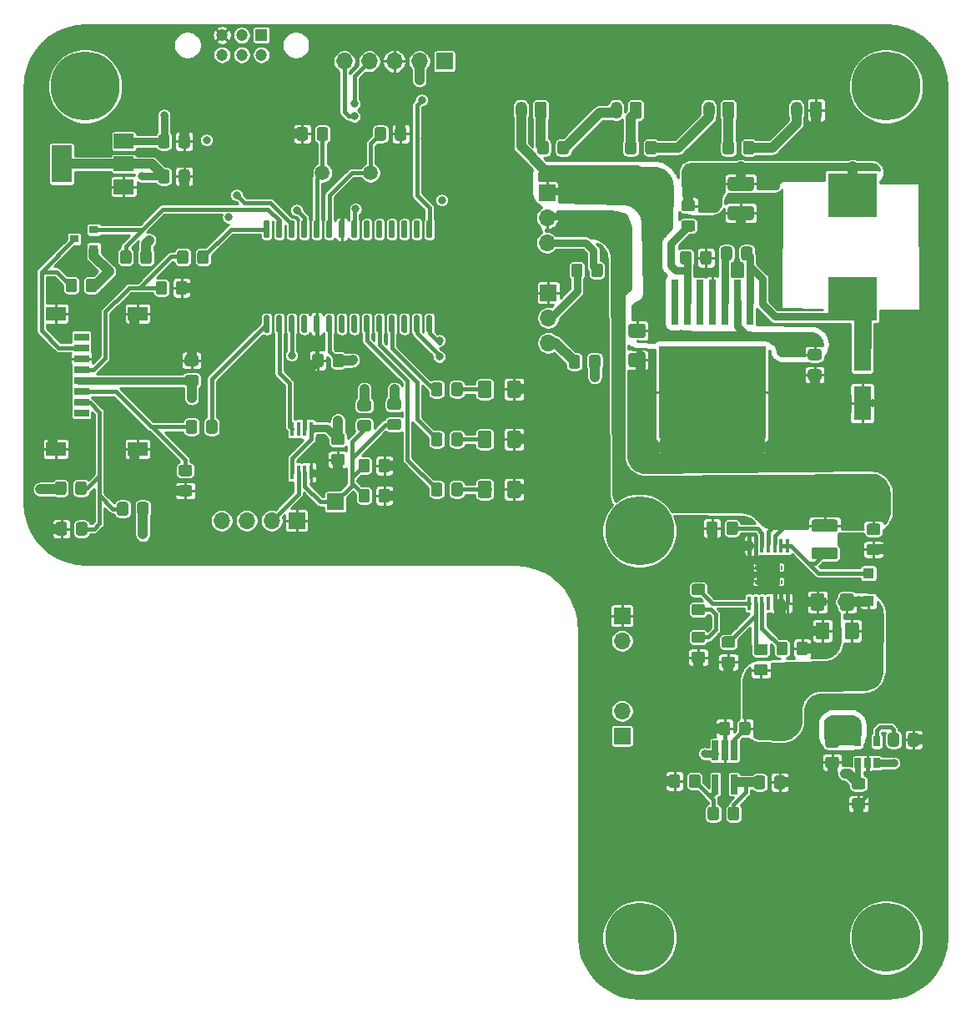
<source format=gbr>
%TF.GenerationSoftware,KiCad,Pcbnew,(5.1.9)-1*%
%TF.CreationDate,2021-07-10T09:55:13-04:00*%
%TF.ProjectId,detector_circuit,64657465-6374-46f7-925f-636972637569,rev?*%
%TF.SameCoordinates,Original*%
%TF.FileFunction,Copper,L1,Top*%
%TF.FilePolarity,Positive*%
%FSLAX46Y46*%
G04 Gerber Fmt 4.6, Leading zero omitted, Abs format (unit mm)*
G04 Created by KiCad (PCBNEW (5.1.9)-1) date 2021-07-10 09:55:13*
%MOMM*%
%LPD*%
G01*
G04 APERTURE LIST*
%TA.AperFunction,EtchedComponent*%
%ADD10C,0.100000*%
%TD*%
%TA.AperFunction,SMDPad,CuDef*%
%ADD11R,2.000000X1.450000*%
%TD*%
%TA.AperFunction,SMDPad,CuDef*%
%ADD12R,1.500000X0.800000*%
%TD*%
%TA.AperFunction,ComponentPad*%
%ADD13C,7.000000*%
%TD*%
%TA.AperFunction,ComponentPad*%
%ADD14O,1.700000X1.700000*%
%TD*%
%TA.AperFunction,ComponentPad*%
%ADD15R,1.700000X1.700000*%
%TD*%
%TA.AperFunction,ComponentPad*%
%ADD16C,1.200000*%
%TD*%
%TA.AperFunction,ComponentPad*%
%ADD17R,1.200000X1.200000*%
%TD*%
%TA.AperFunction,SMDPad,CuDef*%
%ADD18R,0.650000X2.000000*%
%TD*%
%TA.AperFunction,SMDPad,CuDef*%
%ADD19R,10.800000X9.400000*%
%TD*%
%TA.AperFunction,SMDPad,CuDef*%
%ADD20R,0.800000X4.600000*%
%TD*%
%TA.AperFunction,ComponentPad*%
%ADD21C,1.500000*%
%TD*%
%TA.AperFunction,SMDPad,CuDef*%
%ADD22R,5.000000X4.500000*%
%TD*%
%TA.AperFunction,SMDPad,CuDef*%
%ADD23R,1.800000X3.500000*%
%TD*%
%TA.AperFunction,ComponentPad*%
%ADD24O,1.200000X1.750000*%
%TD*%
%TA.AperFunction,SMDPad,CuDef*%
%ADD25R,0.355600X1.473200*%
%TD*%
%TA.AperFunction,SMDPad,CuDef*%
%ADD26R,2.460000X2.310000*%
%TD*%
%TA.AperFunction,SMDPad,CuDef*%
%ADD27R,2.000000X3.800000*%
%TD*%
%TA.AperFunction,SMDPad,CuDef*%
%ADD28R,2.000000X1.500000*%
%TD*%
%TA.AperFunction,SMDPad,CuDef*%
%ADD29R,0.650000X1.060000*%
%TD*%
%TA.AperFunction,SMDPad,CuDef*%
%ADD30R,1.100000X1.100000*%
%TD*%
%TA.AperFunction,SMDPad,CuDef*%
%ADD31R,0.450000X1.450000*%
%TD*%
%TA.AperFunction,SMDPad,CuDef*%
%ADD32R,0.900000X0.800000*%
%TD*%
%TA.AperFunction,ViaPad*%
%ADD33C,0.800000*%
%TD*%
%TA.AperFunction,Conductor*%
%ADD34C,0.250000*%
%TD*%
%TA.AperFunction,Conductor*%
%ADD35C,0.420000*%
%TD*%
%TA.AperFunction,Conductor*%
%ADD36C,0.800000*%
%TD*%
%TA.AperFunction,Conductor*%
%ADD37C,1.000000*%
%TD*%
%TA.AperFunction,Conductor*%
%ADD38C,0.600000*%
%TD*%
%TA.AperFunction,Conductor*%
%ADD39C,1.800000*%
%TD*%
%TA.AperFunction,Conductor*%
%ADD40C,0.500000*%
%TD*%
%TA.AperFunction,Conductor*%
%ADD41C,0.750000*%
%TD*%
%TA.AperFunction,Conductor*%
%ADD42C,0.254000*%
%TD*%
%TA.AperFunction,Conductor*%
%ADD43C,0.100000*%
%TD*%
G04 APERTURE END LIST*
D10*
%TO.C,U6*%
G36*
X160742000Y-104690000D02*
G01*
X160842000Y-104690000D01*
X160842000Y-105040000D01*
X160742000Y-105040000D01*
X160742000Y-104690000D01*
G37*
X160742000Y-104690000D02*
X160842000Y-104690000D01*
X160842000Y-105040000D01*
X160742000Y-105040000D01*
X160742000Y-104690000D01*
G36*
X160742000Y-103590000D02*
G01*
X160842000Y-103590000D01*
X160842000Y-103240000D01*
X160742000Y-103240000D01*
X160742000Y-103590000D01*
G37*
X160742000Y-103590000D02*
X160842000Y-103590000D01*
X160842000Y-103240000D01*
X160742000Y-103240000D01*
X160742000Y-103590000D01*
G36*
X158282000Y-103590000D02*
G01*
X158182000Y-103590000D01*
X158182000Y-103240000D01*
X158282000Y-103240000D01*
X158282000Y-103590000D01*
G37*
X158282000Y-103590000D02*
X158182000Y-103590000D01*
X158182000Y-103240000D01*
X158282000Y-103240000D01*
X158282000Y-103590000D01*
G36*
X158282000Y-104690000D02*
G01*
X158182000Y-104690000D01*
X158182000Y-105040000D01*
X158282000Y-105040000D01*
X158282000Y-104690000D01*
G37*
X158282000Y-104690000D02*
X158182000Y-104690000D01*
X158182000Y-105040000D01*
X158282000Y-105040000D01*
X158282000Y-104690000D01*
%TD*%
D11*
%TO.P,J8,9*%
%TO.N,GND*%
X87185500Y-77660500D03*
X87185500Y-91410500D03*
X95485500Y-91410500D03*
X95485500Y-77660500D03*
D12*
%TO.P,J8,8*%
%TO.N,N/C*%
X89785500Y-80040500D03*
%TO.P,J8,7*%
%TO.N,Net-(J8-Pad7)*%
X89785500Y-81140500D03*
%TO.P,J8,6*%
%TO.N,GND*%
X89785500Y-82240500D03*
%TO.P,J8,5*%
%TO.N,Net-(J8-Pad5)*%
X89795500Y-83340500D03*
%TO.P,J8,4*%
%TO.N,+3V3*%
X89785500Y-84440500D03*
%TO.P,J8,3*%
%TO.N,Net-(J8-Pad3)*%
X89785500Y-85530500D03*
%TO.P,J8,2*%
%TO.N,Net-(J8-Pad2)*%
X89785500Y-86640500D03*
%TO.P,J8,1*%
%TO.N,N/C*%
X89785500Y-87740500D03*
%TD*%
D13*
%TO.P,REF\u002A\u002A,1*%
%TO.N,N/C*%
X146431000Y-140970000D03*
%TD*%
D14*
%TO.P,J11,4*%
%TO.N,/SIPM_OUT*%
X104013000Y-98679000D03*
%TO.P,J11,3*%
%TO.N,/DET_ADC*%
X106553000Y-98679000D03*
%TO.P,J11,2*%
%TO.N,/AMP_OUT*%
X109093000Y-98679000D03*
D15*
%TO.P,J11,1*%
%TO.N,GND*%
X111633000Y-98679000D03*
%TD*%
D14*
%TO.P,J2,2*%
%TO.N,+4.7V*%
X144653000Y-110871000D03*
D15*
%TO.P,J2,1*%
%TO.N,GND*%
X144653000Y-108331000D03*
%TD*%
%TO.P,C1,2*%
%TO.N,GND*%
%TA.AperFunction,SMDPad,CuDef*%
G36*
G01*
X155633000Y-119310999D02*
X155633000Y-120211001D01*
G75*
G02*
X155383001Y-120461000I-249999J0D01*
G01*
X154732999Y-120461000D01*
G75*
G02*
X154483000Y-120211001I0J249999D01*
G01*
X154483000Y-119310999D01*
G75*
G02*
X154732999Y-119061000I249999J0D01*
G01*
X155383001Y-119061000D01*
G75*
G02*
X155633000Y-119310999I0J-249999D01*
G01*
G37*
%TD.AperFunction*%
%TO.P,C1,1*%
%TO.N,+37V*%
%TA.AperFunction,SMDPad,CuDef*%
G36*
G01*
X157683000Y-119310999D02*
X157683000Y-120211001D01*
G75*
G02*
X157433001Y-120461000I-249999J0D01*
G01*
X156782999Y-120461000D01*
G75*
G02*
X156533000Y-120211001I0J249999D01*
G01*
X156533000Y-119310999D01*
G75*
G02*
X156782999Y-119061000I249999J0D01*
G01*
X157433001Y-119061000D01*
G75*
G02*
X157683000Y-119310999I0J-249999D01*
G01*
G37*
%TD.AperFunction*%
%TD*%
%TO.P,C26,2*%
%TO.N,GND*%
%TA.AperFunction,SMDPad,CuDef*%
G36*
G01*
X155643000Y-66760500D02*
X157793000Y-66760500D01*
G75*
G02*
X158043000Y-67010500I0J-250000D01*
G01*
X158043000Y-67935500D01*
G75*
G02*
X157793000Y-68185500I-250000J0D01*
G01*
X155643000Y-68185500D01*
G75*
G02*
X155393000Y-67935500I0J250000D01*
G01*
X155393000Y-67010500D01*
G75*
G02*
X155643000Y-66760500I250000J0D01*
G01*
G37*
%TD.AperFunction*%
%TO.P,C26,1*%
%TO.N,+5V*%
%TA.AperFunction,SMDPad,CuDef*%
G36*
G01*
X155643000Y-63785500D02*
X157793000Y-63785500D01*
G75*
G02*
X158043000Y-64035500I0J-250000D01*
G01*
X158043000Y-64960500D01*
G75*
G02*
X157793000Y-65210500I-250000J0D01*
G01*
X155643000Y-65210500D01*
G75*
G02*
X155393000Y-64960500I0J250000D01*
G01*
X155393000Y-64035500D01*
G75*
G02*
X155643000Y-63785500I250000J0D01*
G01*
G37*
%TD.AperFunction*%
%TD*%
%TO.P,C22,2*%
%TO.N,GND*%
%TA.AperFunction,SMDPad,CuDef*%
G36*
G01*
X145552000Y-81674000D02*
X146802000Y-81674000D01*
G75*
G02*
X147052000Y-81924000I0J-250000D01*
G01*
X147052000Y-82849000D01*
G75*
G02*
X146802000Y-83099000I-250000J0D01*
G01*
X145552000Y-83099000D01*
G75*
G02*
X145302000Y-82849000I0J250000D01*
G01*
X145302000Y-81924000D01*
G75*
G02*
X145552000Y-81674000I250000J0D01*
G01*
G37*
%TD.AperFunction*%
%TO.P,C22,1*%
%TO.N,+BATT*%
%TA.AperFunction,SMDPad,CuDef*%
G36*
G01*
X145552000Y-78699000D02*
X146802000Y-78699000D01*
G75*
G02*
X147052000Y-78949000I0J-250000D01*
G01*
X147052000Y-79874000D01*
G75*
G02*
X146802000Y-80124000I-250000J0D01*
G01*
X145552000Y-80124000D01*
G75*
G02*
X145302000Y-79874000I0J250000D01*
G01*
X145302000Y-78949000D01*
G75*
G02*
X145552000Y-78699000I250000J0D01*
G01*
G37*
%TD.AperFunction*%
%TD*%
%TO.P,C16,2*%
%TO.N,GND*%
%TA.AperFunction,SMDPad,CuDef*%
G36*
G01*
X165722000Y-109230000D02*
X165722000Y-110480000D01*
G75*
G02*
X165472000Y-110730000I-250000J0D01*
G01*
X164547000Y-110730000D01*
G75*
G02*
X164297000Y-110480000I0J250000D01*
G01*
X164297000Y-109230000D01*
G75*
G02*
X164547000Y-108980000I250000J0D01*
G01*
X165472000Y-108980000D01*
G75*
G02*
X165722000Y-109230000I0J-250000D01*
G01*
G37*
%TD.AperFunction*%
%TO.P,C16,1*%
%TO.N,+37V*%
%TA.AperFunction,SMDPad,CuDef*%
G36*
G01*
X168697000Y-109230000D02*
X168697000Y-110480000D01*
G75*
G02*
X168447000Y-110730000I-250000J0D01*
G01*
X167522000Y-110730000D01*
G75*
G02*
X167272000Y-110480000I0J250000D01*
G01*
X167272000Y-109230000D01*
G75*
G02*
X167522000Y-108980000I250000J0D01*
G01*
X168447000Y-108980000D01*
G75*
G02*
X168697000Y-109230000I0J-250000D01*
G01*
G37*
%TD.AperFunction*%
%TD*%
%TO.P,C15,2*%
%TO.N,GND*%
%TA.AperFunction,SMDPad,CuDef*%
G36*
G01*
X165214000Y-106309000D02*
X165214000Y-107559000D01*
G75*
G02*
X164964000Y-107809000I-250000J0D01*
G01*
X164039000Y-107809000D01*
G75*
G02*
X163789000Y-107559000I0J250000D01*
G01*
X163789000Y-106309000D01*
G75*
G02*
X164039000Y-106059000I250000J0D01*
G01*
X164964000Y-106059000D01*
G75*
G02*
X165214000Y-106309000I0J-250000D01*
G01*
G37*
%TD.AperFunction*%
%TO.P,C15,1*%
%TO.N,+37V*%
%TA.AperFunction,SMDPad,CuDef*%
G36*
G01*
X168189000Y-106309000D02*
X168189000Y-107559000D01*
G75*
G02*
X167939000Y-107809000I-250000J0D01*
G01*
X167014000Y-107809000D01*
G75*
G02*
X166764000Y-107559000I0J250000D01*
G01*
X166764000Y-106309000D01*
G75*
G02*
X167014000Y-106059000I250000J0D01*
G01*
X167939000Y-106059000D01*
G75*
G02*
X168189000Y-106309000I0J-250000D01*
G01*
G37*
%TD.AperFunction*%
%TD*%
D13*
%TO.P,REF\u002A\u002A,1*%
%TO.N,N/C*%
X90170000Y-54610000D03*
%TD*%
%TO.P,REF\u002A\u002A,1*%
%TO.N,N/C*%
X171450000Y-54610000D03*
%TD*%
%TO.P,REF\u002A\u002A,1*%
%TO.N,N/C*%
X171450000Y-140970000D03*
%TD*%
%TO.P,REF\u002A\u002A,1*%
%TO.N,N/C*%
X146431000Y-99695000D03*
%TD*%
D16*
%TO.P,J10,4*%
%TO.N,/Microcontroller [DO NOT PLACE]/CANH*%
X108045000Y-51419000D03*
%TO.P,J10,5*%
%TO.N,/Microcontroller [DO NOT PLACE]/CANL*%
X106045000Y-51419000D03*
%TO.P,J10,6*%
%TO.N,N/C*%
X104045000Y-51419000D03*
%TO.P,J10,3*%
%TO.N,GND*%
X104045000Y-49419000D03*
D17*
%TO.P,J10,1*%
%TO.N,N/C*%
X108045000Y-49419000D03*
D16*
%TO.P,J10,2*%
X106045000Y-49419000D03*
%TD*%
D18*
%TO.P,U3,5*%
%TO.N,+36V*%
X156017000Y-125408000D03*
%TO.P,U3,4*%
%TO.N,Net-(R7-Pad2)*%
X154117000Y-125408000D03*
%TO.P,U3,3*%
%TO.N,+5V*%
X154117000Y-121988000D03*
%TO.P,U3,2*%
%TO.N,GND*%
X155067000Y-121988000D03*
%TO.P,U3,1*%
%TO.N,+37V*%
X156017000Y-121988000D03*
%TD*%
D19*
%TO.P,U1,4*%
%TO.N,GND*%
X153797000Y-85661500D03*
D20*
%TO.P,U1,7*%
%TO.N,N/C*%
X149987000Y-76511500D03*
%TO.P,U1,6*%
%TO.N,Net-(R2-Pad2)*%
X151257000Y-76511500D03*
%TO.P,U1,5*%
%TO.N,N/C*%
X152527000Y-76511500D03*
%TO.P,U1,4*%
%TO.N,GND*%
X153797000Y-76511500D03*
%TO.P,U1,3*%
%TO.N,Net-(C25-Pad2)*%
X155067000Y-76511500D03*
%TO.P,U1,2*%
%TO.N,+BATT*%
X156337000Y-76511500D03*
%TO.P,U1,1*%
%TO.N,Net-(C25-Pad1)*%
X157607000Y-76511500D03*
%TD*%
D21*
%TO.P,Y1,2*%
%TO.N,/Microcontroller [DO NOT PLACE]/OSC2*%
X114246000Y-63373000D03*
%TO.P,Y1,1*%
%TO.N,/Microcontroller [DO NOT PLACE]/OSC1*%
X119126000Y-63373000D03*
%TD*%
D15*
%TO.P,J1,1*%
%TO.N,/Microcontroller [DO NOT PLACE]/MCLR*%
X126619000Y-52070000D03*
D14*
%TO.P,J1,2*%
%TO.N,+5V*%
X124079000Y-52070000D03*
%TO.P,J1,3*%
%TO.N,GND*%
X121539000Y-52070000D03*
%TO.P,J1,4*%
%TO.N,/Microcontroller [DO NOT PLACE]/ICSPDAT*%
X118999000Y-52070000D03*
%TO.P,J1,5*%
%TO.N,/Microcontroller [DO NOT PLACE]/ICSPCLK*%
X116459000Y-52070000D03*
%TD*%
%TO.P,C4,2*%
%TO.N,GND*%
%TA.AperFunction,SMDPad,CuDef*%
G36*
G01*
X173678000Y-121354001D02*
X173678000Y-120453999D01*
G75*
G02*
X173927999Y-120204000I249999J0D01*
G01*
X174578001Y-120204000D01*
G75*
G02*
X174828000Y-120453999I0J-249999D01*
G01*
X174828000Y-121354001D01*
G75*
G02*
X174578001Y-121604000I-249999J0D01*
G01*
X173927999Y-121604000D01*
G75*
G02*
X173678000Y-121354001I0J249999D01*
G01*
G37*
%TD.AperFunction*%
%TO.P,C4,1*%
%TO.N,Net-(C4-Pad1)*%
%TA.AperFunction,SMDPad,CuDef*%
G36*
G01*
X171628000Y-121354001D02*
X171628000Y-120453999D01*
G75*
G02*
X171877999Y-120204000I249999J0D01*
G01*
X172528001Y-120204000D01*
G75*
G02*
X172778000Y-120453999I0J-249999D01*
G01*
X172778000Y-121354001D01*
G75*
G02*
X172528001Y-121604000I-249999J0D01*
G01*
X171877999Y-121604000D01*
G75*
G02*
X171628000Y-121354001I0J249999D01*
G01*
G37*
%TD.AperFunction*%
%TD*%
%TO.P,R19,2*%
%TO.N,/Microcontroller [DO NOT PLACE]/MISO*%
%TA.AperFunction,SMDPad,CuDef*%
G36*
G01*
X102431000Y-89604001D02*
X102431000Y-88703999D01*
G75*
G02*
X102680999Y-88454000I249999J0D01*
G01*
X103331001Y-88454000D01*
G75*
G02*
X103581000Y-88703999I0J-249999D01*
G01*
X103581000Y-89604001D01*
G75*
G02*
X103331001Y-89854000I-249999J0D01*
G01*
X102680999Y-89854000D01*
G75*
G02*
X102431000Y-89604001I0J249999D01*
G01*
G37*
%TD.AperFunction*%
%TO.P,R19,1*%
%TO.N,Net-(J8-Pad3)*%
%TA.AperFunction,SMDPad,CuDef*%
G36*
G01*
X100381000Y-89604001D02*
X100381000Y-88703999D01*
G75*
G02*
X100630999Y-88454000I249999J0D01*
G01*
X101281001Y-88454000D01*
G75*
G02*
X101531000Y-88703999I0J-249999D01*
G01*
X101531000Y-89604001D01*
G75*
G02*
X101281001Y-89854000I-249999J0D01*
G01*
X100630999Y-89854000D01*
G75*
G02*
X100381000Y-89604001I0J249999D01*
G01*
G37*
%TD.AperFunction*%
%TD*%
D22*
%TO.P,L2,2*%
%TO.N,+5V*%
X168021000Y-65636500D03*
%TO.P,L2,1*%
%TO.N,Net-(C25-Pad1)*%
X168021000Y-76136500D03*
%TD*%
%TO.P,R2,2*%
%TO.N,Net-(R2-Pad2)*%
%TA.AperFunction,SMDPad,CuDef*%
G36*
G01*
X150933999Y-68204500D02*
X151834001Y-68204500D01*
G75*
G02*
X152084000Y-68454499I0J-249999D01*
G01*
X152084000Y-69104501D01*
G75*
G02*
X151834001Y-69354500I-249999J0D01*
G01*
X150933999Y-69354500D01*
G75*
G02*
X150684000Y-69104501I0J249999D01*
G01*
X150684000Y-68454499D01*
G75*
G02*
X150933999Y-68204500I249999J0D01*
G01*
G37*
%TD.AperFunction*%
%TO.P,R2,1*%
%TO.N,+5V*%
%TA.AperFunction,SMDPad,CuDef*%
G36*
G01*
X150933999Y-66154500D02*
X151834001Y-66154500D01*
G75*
G02*
X152084000Y-66404499I0J-249999D01*
G01*
X152084000Y-67054501D01*
G75*
G02*
X151834001Y-67304500I-249999J0D01*
G01*
X150933999Y-67304500D01*
G75*
G02*
X150684000Y-67054501I0J249999D01*
G01*
X150684000Y-66404499D01*
G75*
G02*
X150933999Y-66154500I249999J0D01*
G01*
G37*
%TD.AperFunction*%
%TD*%
D23*
%TO.P,D7,2*%
%TO.N,GND*%
X169037000Y-86764500D03*
%TO.P,D7,1*%
%TO.N,Net-(C25-Pad1)*%
X169037000Y-81764500D03*
%TD*%
D24*
%TO.P,J6,2*%
%TO.N,Net-(F6-Pad2)*%
X162338000Y-57023000D03*
%TO.P,J6,1*%
%TO.N,GND*%
%TA.AperFunction,ComponentPad*%
G36*
G01*
X164938000Y-56397999D02*
X164938000Y-57648001D01*
G75*
G02*
X164688001Y-57898000I-249999J0D01*
G01*
X163987999Y-57898000D01*
G75*
G02*
X163738000Y-57648001I0J249999D01*
G01*
X163738000Y-56397999D01*
G75*
G02*
X163987999Y-56148000I249999J0D01*
G01*
X164688001Y-56148000D01*
G75*
G02*
X164938000Y-56397999I0J-249999D01*
G01*
G37*
%TD.AperFunction*%
%TD*%
%TO.P,J5,2*%
%TO.N,Net-(F5-Pad2)*%
X153448000Y-57023000D03*
%TO.P,J5,1*%
%TO.N,Net-(F6-Pad1)*%
%TA.AperFunction,ComponentPad*%
G36*
G01*
X156048000Y-56397999D02*
X156048000Y-57648001D01*
G75*
G02*
X155798001Y-57898000I-249999J0D01*
G01*
X155097999Y-57898000D01*
G75*
G02*
X154848000Y-57648001I0J249999D01*
G01*
X154848000Y-56397999D01*
G75*
G02*
X155097999Y-56148000I249999J0D01*
G01*
X155798001Y-56148000D01*
G75*
G02*
X156048000Y-56397999I0J-249999D01*
G01*
G37*
%TD.AperFunction*%
%TD*%
%TO.P,J4,2*%
%TO.N,Net-(F4-Pad2)*%
X144050000Y-57023000D03*
%TO.P,J4,1*%
%TO.N,Net-(F5-Pad1)*%
%TA.AperFunction,ComponentPad*%
G36*
G01*
X146650000Y-56397999D02*
X146650000Y-57648001D01*
G75*
G02*
X146400001Y-57898000I-249999J0D01*
G01*
X145699999Y-57898000D01*
G75*
G02*
X145450000Y-57648001I0J249999D01*
G01*
X145450000Y-56397999D01*
G75*
G02*
X145699999Y-56148000I249999J0D01*
G01*
X146400001Y-56148000D01*
G75*
G02*
X146650000Y-56397999I0J-249999D01*
G01*
G37*
%TD.AperFunction*%
%TD*%
%TO.P,J3,2*%
%TO.N,+BATT*%
X134398000Y-57023000D03*
%TO.P,J3,1*%
%TO.N,Net-(F4-Pad1)*%
%TA.AperFunction,ComponentPad*%
G36*
G01*
X136998000Y-56397999D02*
X136998000Y-57648001D01*
G75*
G02*
X136748001Y-57898000I-249999J0D01*
G01*
X136047999Y-57898000D01*
G75*
G02*
X135798000Y-57648001I0J249999D01*
G01*
X135798000Y-56397999D01*
G75*
G02*
X136047999Y-56148000I249999J0D01*
G01*
X136748001Y-56148000D01*
G75*
G02*
X136998000Y-56397999I0J-249999D01*
G01*
G37*
%TD.AperFunction*%
%TD*%
D25*
%TO.P,U6,1*%
%TO.N,Net-(D1-Pad2)*%
X161462034Y-101219000D03*
%TO.P,U6,2*%
X160812023Y-101219000D03*
%TO.P,U6,3*%
%TO.N,Net-(C7-Pad1)*%
X160162011Y-101219000D03*
%TO.P,U6,4*%
X159512000Y-101219000D03*
%TO.P,U6,5*%
%TO.N,Net-(C8-Pad1)*%
X158861989Y-101219000D03*
%TO.P,U6,6*%
%TO.N,GND*%
X158211977Y-101219000D03*
%TO.P,U6,7*%
X157561966Y-101219000D03*
%TO.P,U6,8*%
%TO.N,Net-(R13-Pad2)*%
X157561966Y-107061000D03*
%TO.P,U6,9*%
%TO.N,Net-(R14-Pad2)*%
X158211977Y-107061000D03*
%TO.P,U6,10*%
%TO.N,Net-(R11-Pad1)*%
X158861989Y-107061000D03*
%TO.P,U6,11*%
%TO.N,N/C*%
X159512000Y-107061000D03*
%TO.P,U6,12*%
%TO.N,GND*%
X160162011Y-107061000D03*
%TO.P,U6,13*%
X160812023Y-107061000D03*
%TO.P,U6,14*%
X161462034Y-107061000D03*
D26*
%TO.P,U6,15*%
X159512000Y-104140000D03*
%TD*%
%TO.P,R41,2*%
%TO.N,GND*%
%TA.AperFunction,SMDPad,CuDef*%
G36*
G01*
X152596000Y-72459001D02*
X152596000Y-71558999D01*
G75*
G02*
X152845999Y-71309000I249999J0D01*
G01*
X153496001Y-71309000D01*
G75*
G02*
X153746000Y-71558999I0J-249999D01*
G01*
X153746000Y-72459001D01*
G75*
G02*
X153496001Y-72709000I-249999J0D01*
G01*
X152845999Y-72709000D01*
G75*
G02*
X152596000Y-72459001I0J249999D01*
G01*
G37*
%TD.AperFunction*%
%TO.P,R41,1*%
%TO.N,Net-(R2-Pad2)*%
%TA.AperFunction,SMDPad,CuDef*%
G36*
G01*
X150546000Y-72459001D02*
X150546000Y-71558999D01*
G75*
G02*
X150795999Y-71309000I249999J0D01*
G01*
X151446001Y-71309000D01*
G75*
G02*
X151696000Y-71558999I0J-249999D01*
G01*
X151696000Y-72459001D01*
G75*
G02*
X151446001Y-72709000I-249999J0D01*
G01*
X150795999Y-72709000D01*
G75*
G02*
X150546000Y-72459001I0J249999D01*
G01*
G37*
%TD.AperFunction*%
%TD*%
%TO.P,L1,2*%
%TO.N,Net-(C7-Pad1)*%
%TA.AperFunction,SMDPad,CuDef*%
G36*
G01*
X166302000Y-99809000D02*
X164152000Y-99809000D01*
G75*
G02*
X163902000Y-99559000I0J250000D01*
G01*
X163902000Y-98809000D01*
G75*
G02*
X164152000Y-98559000I250000J0D01*
G01*
X166302000Y-98559000D01*
G75*
G02*
X166552000Y-98809000I0J-250000D01*
G01*
X166552000Y-99559000D01*
G75*
G02*
X166302000Y-99809000I-250000J0D01*
G01*
G37*
%TD.AperFunction*%
%TO.P,L1,1*%
%TO.N,Net-(D1-Pad2)*%
%TA.AperFunction,SMDPad,CuDef*%
G36*
G01*
X166302000Y-102609000D02*
X164152000Y-102609000D01*
G75*
G02*
X163902000Y-102359000I0J250000D01*
G01*
X163902000Y-101609000D01*
G75*
G02*
X164152000Y-101359000I250000J0D01*
G01*
X166302000Y-101359000D01*
G75*
G02*
X166552000Y-101609000I0J-250000D01*
G01*
X166552000Y-102359000D01*
G75*
G02*
X166302000Y-102609000I-250000J0D01*
G01*
G37*
%TD.AperFunction*%
%TD*%
%TO.P,C25,2*%
%TO.N,Net-(C25-Pad2)*%
%TA.AperFunction,SMDPad,CuDef*%
G36*
G01*
X155832500Y-71114499D02*
X155832500Y-72014501D01*
G75*
G02*
X155582501Y-72264500I-249999J0D01*
G01*
X154932499Y-72264500D01*
G75*
G02*
X154682500Y-72014501I0J249999D01*
G01*
X154682500Y-71114499D01*
G75*
G02*
X154932499Y-70864500I249999J0D01*
G01*
X155582501Y-70864500D01*
G75*
G02*
X155832500Y-71114499I0J-249999D01*
G01*
G37*
%TD.AperFunction*%
%TO.P,C25,1*%
%TO.N,Net-(C25-Pad1)*%
%TA.AperFunction,SMDPad,CuDef*%
G36*
G01*
X157882500Y-71114499D02*
X157882500Y-72014501D01*
G75*
G02*
X157632501Y-72264500I-249999J0D01*
G01*
X156982499Y-72264500D01*
G75*
G02*
X156732500Y-72014501I0J249999D01*
G01*
X156732500Y-71114499D01*
G75*
G02*
X156982499Y-70864500I249999J0D01*
G01*
X157632501Y-70864500D01*
G75*
G02*
X157882500Y-71114499I0J-249999D01*
G01*
G37*
%TD.AperFunction*%
%TD*%
%TO.P,C24,2*%
%TO.N,GND*%
%TA.AperFunction,SMDPad,CuDef*%
G36*
G01*
X163760999Y-83308500D02*
X164661001Y-83308500D01*
G75*
G02*
X164911000Y-83558499I0J-249999D01*
G01*
X164911000Y-84208501D01*
G75*
G02*
X164661001Y-84458500I-249999J0D01*
G01*
X163760999Y-84458500D01*
G75*
G02*
X163511000Y-84208501I0J249999D01*
G01*
X163511000Y-83558499D01*
G75*
G02*
X163760999Y-83308500I249999J0D01*
G01*
G37*
%TD.AperFunction*%
%TO.P,C24,1*%
%TO.N,+BATT*%
%TA.AperFunction,SMDPad,CuDef*%
G36*
G01*
X163760999Y-81258500D02*
X164661001Y-81258500D01*
G75*
G02*
X164911000Y-81508499I0J-249999D01*
G01*
X164911000Y-82158501D01*
G75*
G02*
X164661001Y-82408500I-249999J0D01*
G01*
X163760999Y-82408500D01*
G75*
G02*
X163511000Y-82158501I0J249999D01*
G01*
X163511000Y-81508499D01*
G75*
G02*
X163760999Y-81258500I249999J0D01*
G01*
G37*
%TD.AperFunction*%
%TD*%
D14*
%TO.P,J9,2*%
%TO.N,+36V*%
X144653000Y-117983000D03*
D15*
%TO.P,J9,1*%
%TO.N,/SIPM_OUT*%
X144653000Y-120523000D03*
%TD*%
%TO.P,U5,28*%
%TO.N,/Microcontroller [DO NOT PLACE]/ICSPDAT*%
%TA.AperFunction,SMDPad,CuDef*%
G36*
G01*
X124945000Y-77814000D02*
X125245000Y-77814000D01*
G75*
G02*
X125395000Y-77964000I0J-150000D01*
G01*
X125395000Y-79464000D01*
G75*
G02*
X125245000Y-79614000I-150000J0D01*
G01*
X124945000Y-79614000D01*
G75*
G02*
X124795000Y-79464000I0J150000D01*
G01*
X124795000Y-77964000D01*
G75*
G02*
X124945000Y-77814000I150000J0D01*
G01*
G37*
%TD.AperFunction*%
%TO.P,U5,27*%
%TO.N,/Microcontroller [DO NOT PLACE]/ICSPCLK*%
%TA.AperFunction,SMDPad,CuDef*%
G36*
G01*
X123675000Y-77814000D02*
X123975000Y-77814000D01*
G75*
G02*
X124125000Y-77964000I0J-150000D01*
G01*
X124125000Y-79464000D01*
G75*
G02*
X123975000Y-79614000I-150000J0D01*
G01*
X123675000Y-79614000D01*
G75*
G02*
X123525000Y-79464000I0J150000D01*
G01*
X123525000Y-77964000D01*
G75*
G02*
X123675000Y-77814000I150000J0D01*
G01*
G37*
%TD.AperFunction*%
%TO.P,U5,26*%
%TO.N,N/C*%
%TA.AperFunction,SMDPad,CuDef*%
G36*
G01*
X122405000Y-77814000D02*
X122705000Y-77814000D01*
G75*
G02*
X122855000Y-77964000I0J-150000D01*
G01*
X122855000Y-79464000D01*
G75*
G02*
X122705000Y-79614000I-150000J0D01*
G01*
X122405000Y-79614000D01*
G75*
G02*
X122255000Y-79464000I0J150000D01*
G01*
X122255000Y-77964000D01*
G75*
G02*
X122405000Y-77814000I150000J0D01*
G01*
G37*
%TD.AperFunction*%
%TO.P,U5,25*%
%TO.N,Net-(R5-Pad1)*%
%TA.AperFunction,SMDPad,CuDef*%
G36*
G01*
X121135000Y-77814000D02*
X121435000Y-77814000D01*
G75*
G02*
X121585000Y-77964000I0J-150000D01*
G01*
X121585000Y-79464000D01*
G75*
G02*
X121435000Y-79614000I-150000J0D01*
G01*
X121135000Y-79614000D01*
G75*
G02*
X120985000Y-79464000I0J150000D01*
G01*
X120985000Y-77964000D01*
G75*
G02*
X121135000Y-77814000I150000J0D01*
G01*
G37*
%TD.AperFunction*%
%TO.P,U5,24*%
%TO.N,Net-(R4-Pad1)*%
%TA.AperFunction,SMDPad,CuDef*%
G36*
G01*
X119865000Y-77814000D02*
X120165000Y-77814000D01*
G75*
G02*
X120315000Y-77964000I0J-150000D01*
G01*
X120315000Y-79464000D01*
G75*
G02*
X120165000Y-79614000I-150000J0D01*
G01*
X119865000Y-79614000D01*
G75*
G02*
X119715000Y-79464000I0J150000D01*
G01*
X119715000Y-77964000D01*
G75*
G02*
X119865000Y-77814000I150000J0D01*
G01*
G37*
%TD.AperFunction*%
%TO.P,U5,23*%
%TO.N,Net-(R9-Pad1)*%
%TA.AperFunction,SMDPad,CuDef*%
G36*
G01*
X118595000Y-77814000D02*
X118895000Y-77814000D01*
G75*
G02*
X119045000Y-77964000I0J-150000D01*
G01*
X119045000Y-79464000D01*
G75*
G02*
X118895000Y-79614000I-150000J0D01*
G01*
X118595000Y-79614000D01*
G75*
G02*
X118445000Y-79464000I0J150000D01*
G01*
X118445000Y-77964000D01*
G75*
G02*
X118595000Y-77814000I150000J0D01*
G01*
G37*
%TD.AperFunction*%
%TO.P,U5,22*%
%TO.N,N/C*%
%TA.AperFunction,SMDPad,CuDef*%
G36*
G01*
X117325000Y-77814000D02*
X117625000Y-77814000D01*
G75*
G02*
X117775000Y-77964000I0J-150000D01*
G01*
X117775000Y-79464000D01*
G75*
G02*
X117625000Y-79614000I-150000J0D01*
G01*
X117325000Y-79614000D01*
G75*
G02*
X117175000Y-79464000I0J150000D01*
G01*
X117175000Y-77964000D01*
G75*
G02*
X117325000Y-77814000I150000J0D01*
G01*
G37*
%TD.AperFunction*%
%TO.P,U5,21*%
%TA.AperFunction,SMDPad,CuDef*%
G36*
G01*
X116055000Y-77814000D02*
X116355000Y-77814000D01*
G75*
G02*
X116505000Y-77964000I0J-150000D01*
G01*
X116505000Y-79464000D01*
G75*
G02*
X116355000Y-79614000I-150000J0D01*
G01*
X116055000Y-79614000D01*
G75*
G02*
X115905000Y-79464000I0J150000D01*
G01*
X115905000Y-77964000D01*
G75*
G02*
X116055000Y-77814000I150000J0D01*
G01*
G37*
%TD.AperFunction*%
%TO.P,U5,20*%
%TO.N,+5V*%
%TA.AperFunction,SMDPad,CuDef*%
G36*
G01*
X114785000Y-77814000D02*
X115085000Y-77814000D01*
G75*
G02*
X115235000Y-77964000I0J-150000D01*
G01*
X115235000Y-79464000D01*
G75*
G02*
X115085000Y-79614000I-150000J0D01*
G01*
X114785000Y-79614000D01*
G75*
G02*
X114635000Y-79464000I0J150000D01*
G01*
X114635000Y-77964000D01*
G75*
G02*
X114785000Y-77814000I150000J0D01*
G01*
G37*
%TD.AperFunction*%
%TO.P,U5,19*%
%TO.N,GND*%
%TA.AperFunction,SMDPad,CuDef*%
G36*
G01*
X113515000Y-77814000D02*
X113815000Y-77814000D01*
G75*
G02*
X113965000Y-77964000I0J-150000D01*
G01*
X113965000Y-79464000D01*
G75*
G02*
X113815000Y-79614000I-150000J0D01*
G01*
X113515000Y-79614000D01*
G75*
G02*
X113365000Y-79464000I0J150000D01*
G01*
X113365000Y-77964000D01*
G75*
G02*
X113515000Y-77814000I150000J0D01*
G01*
G37*
%TD.AperFunction*%
%TO.P,U5,18*%
%TO.N,N/C*%
%TA.AperFunction,SMDPad,CuDef*%
G36*
G01*
X112245000Y-77814000D02*
X112545000Y-77814000D01*
G75*
G02*
X112695000Y-77964000I0J-150000D01*
G01*
X112695000Y-79464000D01*
G75*
G02*
X112545000Y-79614000I-150000J0D01*
G01*
X112245000Y-79614000D01*
G75*
G02*
X112095000Y-79464000I0J150000D01*
G01*
X112095000Y-77964000D01*
G75*
G02*
X112245000Y-77814000I150000J0D01*
G01*
G37*
%TD.AperFunction*%
%TO.P,U5,17*%
%TO.N,/DET_ADC*%
%TA.AperFunction,SMDPad,CuDef*%
G36*
G01*
X110975000Y-77814000D02*
X111275000Y-77814000D01*
G75*
G02*
X111425000Y-77964000I0J-150000D01*
G01*
X111425000Y-79464000D01*
G75*
G02*
X111275000Y-79614000I-150000J0D01*
G01*
X110975000Y-79614000D01*
G75*
G02*
X110825000Y-79464000I0J150000D01*
G01*
X110825000Y-77964000D01*
G75*
G02*
X110975000Y-77814000I150000J0D01*
G01*
G37*
%TD.AperFunction*%
%TO.P,U5,16*%
%TO.N,/INTERUPT_OUT*%
%TA.AperFunction,SMDPad,CuDef*%
G36*
G01*
X109705000Y-77814000D02*
X110005000Y-77814000D01*
G75*
G02*
X110155000Y-77964000I0J-150000D01*
G01*
X110155000Y-79464000D01*
G75*
G02*
X110005000Y-79614000I-150000J0D01*
G01*
X109705000Y-79614000D01*
G75*
G02*
X109555000Y-79464000I0J150000D01*
G01*
X109555000Y-77964000D01*
G75*
G02*
X109705000Y-77814000I150000J0D01*
G01*
G37*
%TD.AperFunction*%
%TO.P,U5,15*%
%TO.N,/Microcontroller [DO NOT PLACE]/MISO*%
%TA.AperFunction,SMDPad,CuDef*%
G36*
G01*
X108435000Y-77814000D02*
X108735000Y-77814000D01*
G75*
G02*
X108885000Y-77964000I0J-150000D01*
G01*
X108885000Y-79464000D01*
G75*
G02*
X108735000Y-79614000I-150000J0D01*
G01*
X108435000Y-79614000D01*
G75*
G02*
X108285000Y-79464000I0J150000D01*
G01*
X108285000Y-77964000D01*
G75*
G02*
X108435000Y-77814000I150000J0D01*
G01*
G37*
%TD.AperFunction*%
%TO.P,U5,14*%
%TO.N,/Microcontroller [DO NOT PLACE]/SCK*%
%TA.AperFunction,SMDPad,CuDef*%
G36*
G01*
X108435000Y-68214000D02*
X108735000Y-68214000D01*
G75*
G02*
X108885000Y-68364000I0J-150000D01*
G01*
X108885000Y-69864000D01*
G75*
G02*
X108735000Y-70014000I-150000J0D01*
G01*
X108435000Y-70014000D01*
G75*
G02*
X108285000Y-69864000I0J150000D01*
G01*
X108285000Y-68364000D01*
G75*
G02*
X108435000Y-68214000I150000J0D01*
G01*
G37*
%TD.AperFunction*%
%TO.P,U5,13*%
%TO.N,/Microcontroller [DO NOT PLACE]/MISO*%
%TA.AperFunction,SMDPad,CuDef*%
G36*
G01*
X109705000Y-68214000D02*
X110005000Y-68214000D01*
G75*
G02*
X110155000Y-68364000I0J-150000D01*
G01*
X110155000Y-69864000D01*
G75*
G02*
X110005000Y-70014000I-150000J0D01*
G01*
X109705000Y-70014000D01*
G75*
G02*
X109555000Y-69864000I0J150000D01*
G01*
X109555000Y-68364000D01*
G75*
G02*
X109705000Y-68214000I150000J0D01*
G01*
G37*
%TD.AperFunction*%
%TO.P,U5,12*%
%TO.N,/Microcontroller [DO NOT PLACE]/PIC_RX*%
%TA.AperFunction,SMDPad,CuDef*%
G36*
G01*
X110975000Y-68214000D02*
X111275000Y-68214000D01*
G75*
G02*
X111425000Y-68364000I0J-150000D01*
G01*
X111425000Y-69864000D01*
G75*
G02*
X111275000Y-70014000I-150000J0D01*
G01*
X110975000Y-70014000D01*
G75*
G02*
X110825000Y-69864000I0J150000D01*
G01*
X110825000Y-68364000D01*
G75*
G02*
X110975000Y-68214000I150000J0D01*
G01*
G37*
%TD.AperFunction*%
%TO.P,U5,11*%
%TO.N,/Microcontroller [DO NOT PLACE]/PIC_TX*%
%TA.AperFunction,SMDPad,CuDef*%
G36*
G01*
X112245000Y-68214000D02*
X112545000Y-68214000D01*
G75*
G02*
X112695000Y-68364000I0J-150000D01*
G01*
X112695000Y-69864000D01*
G75*
G02*
X112545000Y-70014000I-150000J0D01*
G01*
X112245000Y-70014000D01*
G75*
G02*
X112095000Y-69864000I0J150000D01*
G01*
X112095000Y-68364000D01*
G75*
G02*
X112245000Y-68214000I150000J0D01*
G01*
G37*
%TD.AperFunction*%
%TO.P,U5,10*%
%TO.N,/Microcontroller [DO NOT PLACE]/OSC2*%
%TA.AperFunction,SMDPad,CuDef*%
G36*
G01*
X113515000Y-68214000D02*
X113815000Y-68214000D01*
G75*
G02*
X113965000Y-68364000I0J-150000D01*
G01*
X113965000Y-69864000D01*
G75*
G02*
X113815000Y-70014000I-150000J0D01*
G01*
X113515000Y-70014000D01*
G75*
G02*
X113365000Y-69864000I0J150000D01*
G01*
X113365000Y-68364000D01*
G75*
G02*
X113515000Y-68214000I150000J0D01*
G01*
G37*
%TD.AperFunction*%
%TO.P,U5,9*%
%TO.N,/Microcontroller [DO NOT PLACE]/OSC1*%
%TA.AperFunction,SMDPad,CuDef*%
G36*
G01*
X114785000Y-68214000D02*
X115085000Y-68214000D01*
G75*
G02*
X115235000Y-68364000I0J-150000D01*
G01*
X115235000Y-69864000D01*
G75*
G02*
X115085000Y-70014000I-150000J0D01*
G01*
X114785000Y-70014000D01*
G75*
G02*
X114635000Y-69864000I0J150000D01*
G01*
X114635000Y-68364000D01*
G75*
G02*
X114785000Y-68214000I150000J0D01*
G01*
G37*
%TD.AperFunction*%
%TO.P,U5,8*%
%TO.N,GND*%
%TA.AperFunction,SMDPad,CuDef*%
G36*
G01*
X116055000Y-68214000D02*
X116355000Y-68214000D01*
G75*
G02*
X116505000Y-68364000I0J-150000D01*
G01*
X116505000Y-69864000D01*
G75*
G02*
X116355000Y-70014000I-150000J0D01*
G01*
X116055000Y-70014000D01*
G75*
G02*
X115905000Y-69864000I0J150000D01*
G01*
X115905000Y-68364000D01*
G75*
G02*
X116055000Y-68214000I150000J0D01*
G01*
G37*
%TD.AperFunction*%
%TO.P,U5,7*%
%TO.N,/Microcontroller [DO NOT PLACE]/CS*%
%TA.AperFunction,SMDPad,CuDef*%
G36*
G01*
X117325000Y-68214000D02*
X117625000Y-68214000D01*
G75*
G02*
X117775000Y-68364000I0J-150000D01*
G01*
X117775000Y-69864000D01*
G75*
G02*
X117625000Y-70014000I-150000J0D01*
G01*
X117325000Y-70014000D01*
G75*
G02*
X117175000Y-69864000I0J150000D01*
G01*
X117175000Y-68364000D01*
G75*
G02*
X117325000Y-68214000I150000J0D01*
G01*
G37*
%TD.AperFunction*%
%TO.P,U5,6*%
%TO.N,N/C*%
%TA.AperFunction,SMDPad,CuDef*%
G36*
G01*
X118595000Y-68214000D02*
X118895000Y-68214000D01*
G75*
G02*
X119045000Y-68364000I0J-150000D01*
G01*
X119045000Y-69864000D01*
G75*
G02*
X118895000Y-70014000I-150000J0D01*
G01*
X118595000Y-70014000D01*
G75*
G02*
X118445000Y-69864000I0J150000D01*
G01*
X118445000Y-68364000D01*
G75*
G02*
X118595000Y-68214000I150000J0D01*
G01*
G37*
%TD.AperFunction*%
%TO.P,U5,5*%
%TA.AperFunction,SMDPad,CuDef*%
G36*
G01*
X119865000Y-68214000D02*
X120165000Y-68214000D01*
G75*
G02*
X120315000Y-68364000I0J-150000D01*
G01*
X120315000Y-69864000D01*
G75*
G02*
X120165000Y-70014000I-150000J0D01*
G01*
X119865000Y-70014000D01*
G75*
G02*
X119715000Y-69864000I0J150000D01*
G01*
X119715000Y-68364000D01*
G75*
G02*
X119865000Y-68214000I150000J0D01*
G01*
G37*
%TD.AperFunction*%
%TO.P,U5,4*%
%TA.AperFunction,SMDPad,CuDef*%
G36*
G01*
X121135000Y-68214000D02*
X121435000Y-68214000D01*
G75*
G02*
X121585000Y-68364000I0J-150000D01*
G01*
X121585000Y-69864000D01*
G75*
G02*
X121435000Y-70014000I-150000J0D01*
G01*
X121135000Y-70014000D01*
G75*
G02*
X120985000Y-69864000I0J150000D01*
G01*
X120985000Y-68364000D01*
G75*
G02*
X121135000Y-68214000I150000J0D01*
G01*
G37*
%TD.AperFunction*%
%TO.P,U5,3*%
%TA.AperFunction,SMDPad,CuDef*%
G36*
G01*
X122405000Y-68214000D02*
X122705000Y-68214000D01*
G75*
G02*
X122855000Y-68364000I0J-150000D01*
G01*
X122855000Y-69864000D01*
G75*
G02*
X122705000Y-70014000I-150000J0D01*
G01*
X122405000Y-70014000D01*
G75*
G02*
X122255000Y-69864000I0J150000D01*
G01*
X122255000Y-68364000D01*
G75*
G02*
X122405000Y-68214000I150000J0D01*
G01*
G37*
%TD.AperFunction*%
%TO.P,U5,2*%
%TA.AperFunction,SMDPad,CuDef*%
G36*
G01*
X123675000Y-68214000D02*
X123975000Y-68214000D01*
G75*
G02*
X124125000Y-68364000I0J-150000D01*
G01*
X124125000Y-69864000D01*
G75*
G02*
X123975000Y-70014000I-150000J0D01*
G01*
X123675000Y-70014000D01*
G75*
G02*
X123525000Y-69864000I0J150000D01*
G01*
X123525000Y-68364000D01*
G75*
G02*
X123675000Y-68214000I150000J0D01*
G01*
G37*
%TD.AperFunction*%
%TO.P,U5,1*%
%TO.N,Net-(R6-Pad1)*%
%TA.AperFunction,SMDPad,CuDef*%
G36*
G01*
X124945000Y-68214000D02*
X125245000Y-68214000D01*
G75*
G02*
X125395000Y-68364000I0J-150000D01*
G01*
X125395000Y-69864000D01*
G75*
G02*
X125245000Y-70014000I-150000J0D01*
G01*
X124945000Y-70014000D01*
G75*
G02*
X124795000Y-69864000I0J150000D01*
G01*
X124795000Y-68364000D01*
G75*
G02*
X124945000Y-68214000I150000J0D01*
G01*
G37*
%TD.AperFunction*%
%TD*%
D27*
%TO.P,U4,4*%
%TO.N,+3V3*%
X87782000Y-62484000D03*
D28*
%TO.P,U4,2*%
X94082000Y-62484000D03*
%TO.P,U4,3*%
%TO.N,+5V*%
X94082000Y-60184000D03*
%TO.P,U4,1*%
%TO.N,GND*%
X94082000Y-64784000D03*
%TD*%
D29*
%TO.P,U2,5*%
%TO.N,+4.7V*%
X168595000Y-121074000D03*
%TO.P,U2,4*%
%TO.N,Net-(C4-Pad1)*%
X170495000Y-121074000D03*
%TO.P,U2,3*%
%TO.N,+5V*%
X170495000Y-123274000D03*
%TO.P,U2,2*%
%TO.N,GND*%
X169545000Y-123274000D03*
%TO.P,U2,1*%
%TO.N,+5V*%
X168595000Y-123274000D03*
%TD*%
D14*
%TO.P,JP2,3*%
%TO.N,+12V*%
X137033000Y-70485000D03*
%TO.P,JP2,2*%
%TO.N,Net-(C7-Pad1)*%
X137033000Y-67945000D03*
D15*
%TO.P,JP2,1*%
%TO.N,+BATT*%
X137033000Y-65405000D03*
%TD*%
D14*
%TO.P,J7,3*%
%TO.N,Net-(F3-Pad2)*%
X137160000Y-80645000D03*
%TO.P,J7,2*%
%TO.N,Net-(F1-Pad2)*%
X137160000Y-78105000D03*
D15*
%TO.P,J7,1*%
%TO.N,GND*%
X137160000Y-75565000D03*
%TD*%
%TO.P,D5,2*%
%TO.N,Net-(D5-Pad2)*%
%TA.AperFunction,SMDPad,CuDef*%
G36*
G01*
X131432000Y-94879000D02*
X131432000Y-96129000D01*
G75*
G02*
X131182000Y-96379000I-250000J0D01*
G01*
X130257000Y-96379000D01*
G75*
G02*
X130007000Y-96129000I0J250000D01*
G01*
X130007000Y-94879000D01*
G75*
G02*
X130257000Y-94629000I250000J0D01*
G01*
X131182000Y-94629000D01*
G75*
G02*
X131432000Y-94879000I0J-250000D01*
G01*
G37*
%TD.AperFunction*%
%TO.P,D5,1*%
%TO.N,GND*%
%TA.AperFunction,SMDPad,CuDef*%
G36*
G01*
X134407000Y-94879000D02*
X134407000Y-96129000D01*
G75*
G02*
X134157000Y-96379000I-250000J0D01*
G01*
X133232000Y-96379000D01*
G75*
G02*
X132982000Y-96129000I0J250000D01*
G01*
X132982000Y-94879000D01*
G75*
G02*
X133232000Y-94629000I250000J0D01*
G01*
X134157000Y-94629000D01*
G75*
G02*
X134407000Y-94879000I0J-250000D01*
G01*
G37*
%TD.AperFunction*%
%TD*%
%TO.P,D4,2*%
%TO.N,Net-(D4-Pad2)*%
%TA.AperFunction,SMDPad,CuDef*%
G36*
G01*
X131432000Y-84719000D02*
X131432000Y-85969000D01*
G75*
G02*
X131182000Y-86219000I-250000J0D01*
G01*
X130257000Y-86219000D01*
G75*
G02*
X130007000Y-85969000I0J250000D01*
G01*
X130007000Y-84719000D01*
G75*
G02*
X130257000Y-84469000I250000J0D01*
G01*
X131182000Y-84469000D01*
G75*
G02*
X131432000Y-84719000I0J-250000D01*
G01*
G37*
%TD.AperFunction*%
%TO.P,D4,1*%
%TO.N,GND*%
%TA.AperFunction,SMDPad,CuDef*%
G36*
G01*
X134407000Y-84719000D02*
X134407000Y-85969000D01*
G75*
G02*
X134157000Y-86219000I-250000J0D01*
G01*
X133232000Y-86219000D01*
G75*
G02*
X132982000Y-85969000I0J250000D01*
G01*
X132982000Y-84719000D01*
G75*
G02*
X133232000Y-84469000I250000J0D01*
G01*
X134157000Y-84469000D01*
G75*
G02*
X134407000Y-84719000I0J-250000D01*
G01*
G37*
%TD.AperFunction*%
%TD*%
%TO.P,D3,2*%
%TO.N,Net-(D3-Pad2)*%
%TA.AperFunction,SMDPad,CuDef*%
G36*
G01*
X131432000Y-89799000D02*
X131432000Y-91049000D01*
G75*
G02*
X131182000Y-91299000I-250000J0D01*
G01*
X130257000Y-91299000D01*
G75*
G02*
X130007000Y-91049000I0J250000D01*
G01*
X130007000Y-89799000D01*
G75*
G02*
X130257000Y-89549000I250000J0D01*
G01*
X131182000Y-89549000D01*
G75*
G02*
X131432000Y-89799000I0J-250000D01*
G01*
G37*
%TD.AperFunction*%
%TO.P,D3,1*%
%TO.N,GND*%
%TA.AperFunction,SMDPad,CuDef*%
G36*
G01*
X134407000Y-89799000D02*
X134407000Y-91049000D01*
G75*
G02*
X134157000Y-91299000I-250000J0D01*
G01*
X133232000Y-91299000D01*
G75*
G02*
X132982000Y-91049000I0J250000D01*
G01*
X132982000Y-89799000D01*
G75*
G02*
X133232000Y-89549000I250000J0D01*
G01*
X134157000Y-89549000D01*
G75*
G02*
X134407000Y-89799000I0J-250000D01*
G01*
G37*
%TD.AperFunction*%
%TD*%
D30*
%TO.P,D1,1*%
%TO.N,+37V*%
X169672000Y-106810000D03*
%TO.P,D1,2*%
%TO.N,Net-(D1-Pad2)*%
X169672000Y-104010000D03*
%TD*%
D15*
%TO.P,TP17,1*%
%TO.N,Net-(R28-Pad2)*%
X115570000Y-96774000D03*
%TD*%
D31*
%TO.P,U14,8*%
%TO.N,/INTERUPT_OUT*%
X111166000Y-89367000D03*
%TO.P,U14,7*%
%TO.N,N/C*%
X111816000Y-89367000D03*
%TO.P,U14,6*%
%TO.N,GND*%
X112466000Y-89367000D03*
%TO.P,U14,5*%
%TO.N,+5V*%
X113116000Y-89367000D03*
%TO.P,U14,4*%
%TO.N,GND*%
X113116000Y-93767000D03*
%TO.P,U14,3*%
%TO.N,Net-(R28-Pad2)*%
X112466000Y-93767000D03*
%TO.P,U14,2*%
%TO.N,/AMP_OUT*%
X111816000Y-93767000D03*
%TO.P,U14,1*%
%TO.N,+5V*%
X111166000Y-93767000D03*
%TD*%
%TO.P,R38,2*%
%TO.N,GND*%
%TA.AperFunction,SMDPad,CuDef*%
G36*
G01*
X119957000Y-96589001D02*
X119957000Y-95688999D01*
G75*
G02*
X120206999Y-95439000I249999J0D01*
G01*
X120857001Y-95439000D01*
G75*
G02*
X121107000Y-95688999I0J-249999D01*
G01*
X121107000Y-96589001D01*
G75*
G02*
X120857001Y-96839000I-249999J0D01*
G01*
X120206999Y-96839000D01*
G75*
G02*
X119957000Y-96589001I0J249999D01*
G01*
G37*
%TD.AperFunction*%
%TO.P,R38,1*%
%TO.N,Net-(R28-Pad2)*%
%TA.AperFunction,SMDPad,CuDef*%
G36*
G01*
X117907000Y-96589001D02*
X117907000Y-95688999D01*
G75*
G02*
X118156999Y-95439000I249999J0D01*
G01*
X118807001Y-95439000D01*
G75*
G02*
X119057000Y-95688999I0J-249999D01*
G01*
X119057000Y-96589001D01*
G75*
G02*
X118807001Y-96839000I-249999J0D01*
G01*
X118156999Y-96839000D01*
G75*
G02*
X117907000Y-96589001I0J249999D01*
G01*
G37*
%TD.AperFunction*%
%TD*%
%TO.P,R37,2*%
%TO.N,Net-(R28-Pad2)*%
%TA.AperFunction,SMDPad,CuDef*%
G36*
G01*
X118040999Y-88461000D02*
X118941001Y-88461000D01*
G75*
G02*
X119191000Y-88710999I0J-249999D01*
G01*
X119191000Y-89361001D01*
G75*
G02*
X118941001Y-89611000I-249999J0D01*
G01*
X118040999Y-89611000D01*
G75*
G02*
X117791000Y-89361001I0J249999D01*
G01*
X117791000Y-88710999D01*
G75*
G02*
X118040999Y-88461000I249999J0D01*
G01*
G37*
%TD.AperFunction*%
%TO.P,R37,1*%
%TO.N,+5V*%
%TA.AperFunction,SMDPad,CuDef*%
G36*
G01*
X118040999Y-86411000D02*
X118941001Y-86411000D01*
G75*
G02*
X119191000Y-86660999I0J-249999D01*
G01*
X119191000Y-87311001D01*
G75*
G02*
X118941001Y-87561000I-249999J0D01*
G01*
X118040999Y-87561000D01*
G75*
G02*
X117791000Y-87311001I0J249999D01*
G01*
X117791000Y-86660999D01*
G75*
G02*
X118040999Y-86411000I249999J0D01*
G01*
G37*
%TD.AperFunction*%
%TD*%
%TO.P,R29,2*%
%TO.N,GND*%
%TA.AperFunction,SMDPad,CuDef*%
G36*
G01*
X119957000Y-93541001D02*
X119957000Y-92640999D01*
G75*
G02*
X120206999Y-92391000I249999J0D01*
G01*
X120857001Y-92391000D01*
G75*
G02*
X121107000Y-92640999I0J-249999D01*
G01*
X121107000Y-93541001D01*
G75*
G02*
X120857001Y-93791000I-249999J0D01*
G01*
X120206999Y-93791000D01*
G75*
G02*
X119957000Y-93541001I0J249999D01*
G01*
G37*
%TD.AperFunction*%
%TO.P,R29,1*%
%TO.N,Net-(R28-Pad2)*%
%TA.AperFunction,SMDPad,CuDef*%
G36*
G01*
X117907000Y-93541001D02*
X117907000Y-92640999D01*
G75*
G02*
X118156999Y-92391000I249999J0D01*
G01*
X118807001Y-92391000D01*
G75*
G02*
X119057000Y-92640999I0J-249999D01*
G01*
X119057000Y-93541001D01*
G75*
G02*
X118807001Y-93791000I-249999J0D01*
G01*
X118156999Y-93791000D01*
G75*
G02*
X117907000Y-93541001I0J249999D01*
G01*
G37*
%TD.AperFunction*%
%TD*%
%TO.P,R28,2*%
%TO.N,Net-(R28-Pad2)*%
%TA.AperFunction,SMDPad,CuDef*%
G36*
G01*
X121088999Y-88343000D02*
X121989001Y-88343000D01*
G75*
G02*
X122239000Y-88592999I0J-249999D01*
G01*
X122239000Y-89243001D01*
G75*
G02*
X121989001Y-89493000I-249999J0D01*
G01*
X121088999Y-89493000D01*
G75*
G02*
X120839000Y-89243001I0J249999D01*
G01*
X120839000Y-88592999D01*
G75*
G02*
X121088999Y-88343000I249999J0D01*
G01*
G37*
%TD.AperFunction*%
%TO.P,R28,1*%
%TO.N,+5V*%
%TA.AperFunction,SMDPad,CuDef*%
G36*
G01*
X121088999Y-86293000D02*
X121989001Y-86293000D01*
G75*
G02*
X122239000Y-86542999I0J-249999D01*
G01*
X122239000Y-87193001D01*
G75*
G02*
X121989001Y-87443000I-249999J0D01*
G01*
X121088999Y-87443000D01*
G75*
G02*
X120839000Y-87193001I0J249999D01*
G01*
X120839000Y-86542999D01*
G75*
G02*
X121088999Y-86293000I249999J0D01*
G01*
G37*
%TD.AperFunction*%
%TD*%
%TO.P,R23,1*%
%TO.N,Net-(J8-Pad3)*%
%TA.AperFunction,SMDPad,CuDef*%
G36*
G01*
X99879999Y-93015000D02*
X100780001Y-93015000D01*
G75*
G02*
X101030000Y-93264999I0J-249999D01*
G01*
X101030000Y-93915001D01*
G75*
G02*
X100780001Y-94165000I-249999J0D01*
G01*
X99879999Y-94165000D01*
G75*
G02*
X99630000Y-93915001I0J249999D01*
G01*
X99630000Y-93264999D01*
G75*
G02*
X99879999Y-93015000I249999J0D01*
G01*
G37*
%TD.AperFunction*%
%TO.P,R23,2*%
%TO.N,GND*%
%TA.AperFunction,SMDPad,CuDef*%
G36*
G01*
X99879999Y-95065000D02*
X100780001Y-95065000D01*
G75*
G02*
X101030000Y-95314999I0J-249999D01*
G01*
X101030000Y-95965001D01*
G75*
G02*
X100780001Y-96215000I-249999J0D01*
G01*
X99879999Y-96215000D01*
G75*
G02*
X99630000Y-95965001I0J249999D01*
G01*
X99630000Y-95314999D01*
G75*
G02*
X99879999Y-95065000I249999J0D01*
G01*
G37*
%TD.AperFunction*%
%TD*%
%TO.P,R22,1*%
%TO.N,Net-(J8-Pad2)*%
%TA.AperFunction,SMDPad,CuDef*%
G36*
G01*
X90373000Y-99054499D02*
X90373000Y-99954501D01*
G75*
G02*
X90123001Y-100204500I-249999J0D01*
G01*
X89472999Y-100204500D01*
G75*
G02*
X89223000Y-99954501I0J249999D01*
G01*
X89223000Y-99054499D01*
G75*
G02*
X89472999Y-98804500I249999J0D01*
G01*
X90123001Y-98804500D01*
G75*
G02*
X90373000Y-99054499I0J-249999D01*
G01*
G37*
%TD.AperFunction*%
%TO.P,R22,2*%
%TO.N,GND*%
%TA.AperFunction,SMDPad,CuDef*%
G36*
G01*
X88323000Y-99054499D02*
X88323000Y-99954501D01*
G75*
G02*
X88073001Y-100204500I-249999J0D01*
G01*
X87422999Y-100204500D01*
G75*
G02*
X87173000Y-99954501I0J249999D01*
G01*
X87173000Y-99054499D01*
G75*
G02*
X87422999Y-98804500I249999J0D01*
G01*
X88073001Y-98804500D01*
G75*
G02*
X88323000Y-99054499I0J-249999D01*
G01*
G37*
%TD.AperFunction*%
%TD*%
%TO.P,R21,2*%
%TO.N,GND*%
%TA.AperFunction,SMDPad,CuDef*%
G36*
G01*
X99383000Y-75507001D02*
X99383000Y-74606999D01*
G75*
G02*
X99632999Y-74357000I249999J0D01*
G01*
X100283001Y-74357000D01*
G75*
G02*
X100533000Y-74606999I0J-249999D01*
G01*
X100533000Y-75507001D01*
G75*
G02*
X100283001Y-75757000I-249999J0D01*
G01*
X99632999Y-75757000D01*
G75*
G02*
X99383000Y-75507001I0J249999D01*
G01*
G37*
%TD.AperFunction*%
%TO.P,R21,1*%
%TO.N,Net-(J8-Pad5)*%
%TA.AperFunction,SMDPad,CuDef*%
G36*
G01*
X97333000Y-75507001D02*
X97333000Y-74606999D01*
G75*
G02*
X97582999Y-74357000I249999J0D01*
G01*
X98233001Y-74357000D01*
G75*
G02*
X98483000Y-74606999I0J-249999D01*
G01*
X98483000Y-75507001D01*
G75*
G02*
X98233001Y-75757000I-249999J0D01*
G01*
X97582999Y-75757000D01*
G75*
G02*
X97333000Y-75507001I0J249999D01*
G01*
G37*
%TD.AperFunction*%
%TD*%
%TO.P,R20,2*%
%TO.N,/Microcontroller [DO NOT PLACE]/SCK*%
%TA.AperFunction,SMDPad,CuDef*%
G36*
G01*
X101542000Y-72395501D02*
X101542000Y-71495499D01*
G75*
G02*
X101791999Y-71245500I249999J0D01*
G01*
X102442001Y-71245500D01*
G75*
G02*
X102692000Y-71495499I0J-249999D01*
G01*
X102692000Y-72395501D01*
G75*
G02*
X102442001Y-72645500I-249999J0D01*
G01*
X101791999Y-72645500D01*
G75*
G02*
X101542000Y-72395501I0J249999D01*
G01*
G37*
%TD.AperFunction*%
%TO.P,R20,1*%
%TO.N,Net-(J8-Pad5)*%
%TA.AperFunction,SMDPad,CuDef*%
G36*
G01*
X99492000Y-72395501D02*
X99492000Y-71495499D01*
G75*
G02*
X99741999Y-71245500I249999J0D01*
G01*
X100392001Y-71245500D01*
G75*
G02*
X100642000Y-71495499I0J-249999D01*
G01*
X100642000Y-72395501D01*
G75*
G02*
X100392001Y-72645500I-249999J0D01*
G01*
X99741999Y-72645500D01*
G75*
G02*
X99492000Y-72395501I0J249999D01*
G01*
G37*
%TD.AperFunction*%
%TD*%
%TO.P,R18,2*%
%TO.N,/Microcontroller [DO NOT PLACE]/CS*%
%TA.AperFunction,SMDPad,CuDef*%
G36*
G01*
X95446000Y-97922501D02*
X95446000Y-97022499D01*
G75*
G02*
X95695999Y-96772500I249999J0D01*
G01*
X96346001Y-96772500D01*
G75*
G02*
X96596000Y-97022499I0J-249999D01*
G01*
X96596000Y-97922501D01*
G75*
G02*
X96346001Y-98172500I-249999J0D01*
G01*
X95695999Y-98172500D01*
G75*
G02*
X95446000Y-97922501I0J249999D01*
G01*
G37*
%TD.AperFunction*%
%TO.P,R18,1*%
%TO.N,Net-(J8-Pad2)*%
%TA.AperFunction,SMDPad,CuDef*%
G36*
G01*
X93396000Y-97922501D02*
X93396000Y-97022499D01*
G75*
G02*
X93645999Y-96772500I249999J0D01*
G01*
X94296001Y-96772500D01*
G75*
G02*
X94546000Y-97022499I0J-249999D01*
G01*
X94546000Y-97922501D01*
G75*
G02*
X94296001Y-98172500I-249999J0D01*
G01*
X93645999Y-98172500D01*
G75*
G02*
X93396000Y-97922501I0J249999D01*
G01*
G37*
%TD.AperFunction*%
%TD*%
%TO.P,R15,2*%
%TO.N,GND*%
%TA.AperFunction,SMDPad,CuDef*%
G36*
G01*
X154997999Y-112464000D02*
X155898001Y-112464000D01*
G75*
G02*
X156148000Y-112713999I0J-249999D01*
G01*
X156148000Y-113364001D01*
G75*
G02*
X155898001Y-113614000I-249999J0D01*
G01*
X154997999Y-113614000D01*
G75*
G02*
X154748000Y-113364001I0J249999D01*
G01*
X154748000Y-112713999D01*
G75*
G02*
X154997999Y-112464000I249999J0D01*
G01*
G37*
%TD.AperFunction*%
%TO.P,R15,1*%
%TO.N,Net-(R14-Pad2)*%
%TA.AperFunction,SMDPad,CuDef*%
G36*
G01*
X154997999Y-110414000D02*
X155898001Y-110414000D01*
G75*
G02*
X156148000Y-110663999I0J-249999D01*
G01*
X156148000Y-111314001D01*
G75*
G02*
X155898001Y-111564000I-249999J0D01*
G01*
X154997999Y-111564000D01*
G75*
G02*
X154748000Y-111314001I0J249999D01*
G01*
X154748000Y-110663999D01*
G75*
G02*
X154997999Y-110414000I249999J0D01*
G01*
G37*
%TD.AperFunction*%
%TD*%
%TO.P,R14,2*%
%TO.N,Net-(R14-Pad2)*%
%TA.AperFunction,SMDPad,CuDef*%
G36*
G01*
X159200001Y-112335000D02*
X158299999Y-112335000D01*
G75*
G02*
X158050000Y-112085001I0J249999D01*
G01*
X158050000Y-111434999D01*
G75*
G02*
X158299999Y-111185000I249999J0D01*
G01*
X159200001Y-111185000D01*
G75*
G02*
X159450000Y-111434999I0J-249999D01*
G01*
X159450000Y-112085001D01*
G75*
G02*
X159200001Y-112335000I-249999J0D01*
G01*
G37*
%TD.AperFunction*%
%TO.P,R14,1*%
%TO.N,+37V*%
%TA.AperFunction,SMDPad,CuDef*%
G36*
G01*
X159200001Y-114385000D02*
X158299999Y-114385000D01*
G75*
G02*
X158050000Y-114135001I0J249999D01*
G01*
X158050000Y-113484999D01*
G75*
G02*
X158299999Y-113235000I249999J0D01*
G01*
X159200001Y-113235000D01*
G75*
G02*
X159450000Y-113484999I0J-249999D01*
G01*
X159450000Y-114135001D01*
G75*
G02*
X159200001Y-114385000I-249999J0D01*
G01*
G37*
%TD.AperFunction*%
%TD*%
%TO.P,R13,2*%
%TO.N,Net-(R13-Pad2)*%
%TA.AperFunction,SMDPad,CuDef*%
G36*
G01*
X152850001Y-106230000D02*
X151949999Y-106230000D01*
G75*
G02*
X151700000Y-105980001I0J249999D01*
G01*
X151700000Y-105329999D01*
G75*
G02*
X151949999Y-105080000I249999J0D01*
G01*
X152850001Y-105080000D01*
G75*
G02*
X153100000Y-105329999I0J-249999D01*
G01*
X153100000Y-105980001D01*
G75*
G02*
X152850001Y-106230000I-249999J0D01*
G01*
G37*
%TD.AperFunction*%
%TO.P,R13,1*%
%TO.N,Net-(C12-Pad1)*%
%TA.AperFunction,SMDPad,CuDef*%
G36*
G01*
X152850001Y-108280000D02*
X151949999Y-108280000D01*
G75*
G02*
X151700000Y-108030001I0J249999D01*
G01*
X151700000Y-107379999D01*
G75*
G02*
X151949999Y-107130000I249999J0D01*
G01*
X152850001Y-107130000D01*
G75*
G02*
X153100000Y-107379999I0J-249999D01*
G01*
X153100000Y-108030001D01*
G75*
G02*
X152850001Y-108280000I-249999J0D01*
G01*
G37*
%TD.AperFunction*%
%TD*%
%TO.P,R12,1*%
%TO.N,+3V3*%
%TA.AperFunction,SMDPad,CuDef*%
G36*
G01*
X91389000Y-74352999D02*
X91389000Y-75253001D01*
G75*
G02*
X91139001Y-75503000I-249999J0D01*
G01*
X90488999Y-75503000D01*
G75*
G02*
X90239000Y-75253001I0J249999D01*
G01*
X90239000Y-74352999D01*
G75*
G02*
X90488999Y-74103000I249999J0D01*
G01*
X91139001Y-74103000D01*
G75*
G02*
X91389000Y-74352999I0J-249999D01*
G01*
G37*
%TD.AperFunction*%
%TO.P,R12,2*%
%TO.N,Net-(J8-Pad7)*%
%TA.AperFunction,SMDPad,CuDef*%
G36*
G01*
X89339000Y-74352999D02*
X89339000Y-75253001D01*
G75*
G02*
X89089001Y-75503000I-249999J0D01*
G01*
X88438999Y-75503000D01*
G75*
G02*
X88189000Y-75253001I0J249999D01*
G01*
X88189000Y-74352999D01*
G75*
G02*
X88438999Y-74103000I249999J0D01*
G01*
X89089001Y-74103000D01*
G75*
G02*
X89339000Y-74352999I0J-249999D01*
G01*
G37*
%TD.AperFunction*%
%TD*%
%TO.P,R11,1*%
%TO.N,Net-(R11-Pad1)*%
%TA.AperFunction,SMDPad,CuDef*%
G36*
G01*
X160325000Y-112083001D02*
X160325000Y-111182999D01*
G75*
G02*
X160574999Y-110933000I249999J0D01*
G01*
X161225001Y-110933000D01*
G75*
G02*
X161475000Y-111182999I0J-249999D01*
G01*
X161475000Y-112083001D01*
G75*
G02*
X161225001Y-112333000I-249999J0D01*
G01*
X160574999Y-112333000D01*
G75*
G02*
X160325000Y-112083001I0J249999D01*
G01*
G37*
%TD.AperFunction*%
%TO.P,R11,2*%
%TO.N,GND*%
%TA.AperFunction,SMDPad,CuDef*%
G36*
G01*
X162375000Y-112083001D02*
X162375000Y-111182999D01*
G75*
G02*
X162624999Y-110933000I249999J0D01*
G01*
X163275001Y-110933000D01*
G75*
G02*
X163525000Y-111182999I0J-249999D01*
G01*
X163525000Y-112083001D01*
G75*
G02*
X163275001Y-112333000I-249999J0D01*
G01*
X162624999Y-112333000D01*
G75*
G02*
X162375000Y-112083001I0J249999D01*
G01*
G37*
%TD.AperFunction*%
%TD*%
%TO.P,R9,2*%
%TO.N,Net-(D5-Pad2)*%
%TA.AperFunction,SMDPad,CuDef*%
G36*
G01*
X127323000Y-95954001D02*
X127323000Y-95053999D01*
G75*
G02*
X127572999Y-94804000I249999J0D01*
G01*
X128223001Y-94804000D01*
G75*
G02*
X128473000Y-95053999I0J-249999D01*
G01*
X128473000Y-95954001D01*
G75*
G02*
X128223001Y-96204000I-249999J0D01*
G01*
X127572999Y-96204000D01*
G75*
G02*
X127323000Y-95954001I0J249999D01*
G01*
G37*
%TD.AperFunction*%
%TO.P,R9,1*%
%TO.N,Net-(R9-Pad1)*%
%TA.AperFunction,SMDPad,CuDef*%
G36*
G01*
X125273000Y-95954001D02*
X125273000Y-95053999D01*
G75*
G02*
X125522999Y-94804000I249999J0D01*
G01*
X126173001Y-94804000D01*
G75*
G02*
X126423000Y-95053999I0J-249999D01*
G01*
X126423000Y-95954001D01*
G75*
G02*
X126173001Y-96204000I-249999J0D01*
G01*
X125522999Y-96204000D01*
G75*
G02*
X125273000Y-95954001I0J249999D01*
G01*
G37*
%TD.AperFunction*%
%TD*%
%TO.P,R8,2*%
%TO.N,GND*%
%TA.AperFunction,SMDPad,CuDef*%
G36*
G01*
X150553000Y-124644999D02*
X150553000Y-125545001D01*
G75*
G02*
X150303001Y-125795000I-249999J0D01*
G01*
X149652999Y-125795000D01*
G75*
G02*
X149403000Y-125545001I0J249999D01*
G01*
X149403000Y-124644999D01*
G75*
G02*
X149652999Y-124395000I249999J0D01*
G01*
X150303001Y-124395000D01*
G75*
G02*
X150553000Y-124644999I0J-249999D01*
G01*
G37*
%TD.AperFunction*%
%TO.P,R8,1*%
%TO.N,Net-(R7-Pad2)*%
%TA.AperFunction,SMDPad,CuDef*%
G36*
G01*
X152603000Y-124644999D02*
X152603000Y-125545001D01*
G75*
G02*
X152353001Y-125795000I-249999J0D01*
G01*
X151702999Y-125795000D01*
G75*
G02*
X151453000Y-125545001I0J249999D01*
G01*
X151453000Y-124644999D01*
G75*
G02*
X151702999Y-124395000I249999J0D01*
G01*
X152353001Y-124395000D01*
G75*
G02*
X152603000Y-124644999I0J-249999D01*
G01*
G37*
%TD.AperFunction*%
%TD*%
%TO.P,R7,2*%
%TO.N,Net-(R7-Pad2)*%
%TA.AperFunction,SMDPad,CuDef*%
G36*
G01*
X154490000Y-127946999D02*
X154490000Y-128847001D01*
G75*
G02*
X154240001Y-129097000I-249999J0D01*
G01*
X153589999Y-129097000D01*
G75*
G02*
X153340000Y-128847001I0J249999D01*
G01*
X153340000Y-127946999D01*
G75*
G02*
X153589999Y-127697000I249999J0D01*
G01*
X154240001Y-127697000D01*
G75*
G02*
X154490000Y-127946999I0J-249999D01*
G01*
G37*
%TD.AperFunction*%
%TO.P,R7,1*%
%TO.N,+36V*%
%TA.AperFunction,SMDPad,CuDef*%
G36*
G01*
X156540000Y-127946999D02*
X156540000Y-128847001D01*
G75*
G02*
X156290001Y-129097000I-249999J0D01*
G01*
X155639999Y-129097000D01*
G75*
G02*
X155390000Y-128847001I0J249999D01*
G01*
X155390000Y-127946999D01*
G75*
G02*
X155639999Y-127697000I249999J0D01*
G01*
X156290001Y-127697000D01*
G75*
G02*
X156540000Y-127946999I0J-249999D01*
G01*
G37*
%TD.AperFunction*%
%TD*%
%TO.P,R5,2*%
%TO.N,Net-(D4-Pad2)*%
%TA.AperFunction,SMDPad,CuDef*%
G36*
G01*
X127323000Y-85794001D02*
X127323000Y-84893999D01*
G75*
G02*
X127572999Y-84644000I249999J0D01*
G01*
X128223001Y-84644000D01*
G75*
G02*
X128473000Y-84893999I0J-249999D01*
G01*
X128473000Y-85794001D01*
G75*
G02*
X128223001Y-86044000I-249999J0D01*
G01*
X127572999Y-86044000D01*
G75*
G02*
X127323000Y-85794001I0J249999D01*
G01*
G37*
%TD.AperFunction*%
%TO.P,R5,1*%
%TO.N,Net-(R5-Pad1)*%
%TA.AperFunction,SMDPad,CuDef*%
G36*
G01*
X125273000Y-85794001D02*
X125273000Y-84893999D01*
G75*
G02*
X125522999Y-84644000I249999J0D01*
G01*
X126173001Y-84644000D01*
G75*
G02*
X126423000Y-84893999I0J-249999D01*
G01*
X126423000Y-85794001D01*
G75*
G02*
X126173001Y-86044000I-249999J0D01*
G01*
X125522999Y-86044000D01*
G75*
G02*
X125273000Y-85794001I0J249999D01*
G01*
G37*
%TD.AperFunction*%
%TD*%
%TO.P,R4,2*%
%TO.N,Net-(D3-Pad2)*%
%TA.AperFunction,SMDPad,CuDef*%
G36*
G01*
X127323000Y-90874001D02*
X127323000Y-89973999D01*
G75*
G02*
X127572999Y-89724000I249999J0D01*
G01*
X128223001Y-89724000D01*
G75*
G02*
X128473000Y-89973999I0J-249999D01*
G01*
X128473000Y-90874001D01*
G75*
G02*
X128223001Y-91124000I-249999J0D01*
G01*
X127572999Y-91124000D01*
G75*
G02*
X127323000Y-90874001I0J249999D01*
G01*
G37*
%TD.AperFunction*%
%TO.P,R4,1*%
%TO.N,Net-(R4-Pad1)*%
%TA.AperFunction,SMDPad,CuDef*%
G36*
G01*
X125273000Y-90874001D02*
X125273000Y-89973999D01*
G75*
G02*
X125522999Y-89724000I249999J0D01*
G01*
X126173001Y-89724000D01*
G75*
G02*
X126423000Y-89973999I0J-249999D01*
G01*
X126423000Y-90874001D01*
G75*
G02*
X126173001Y-91124000I-249999J0D01*
G01*
X125522999Y-91124000D01*
G75*
G02*
X125273000Y-90874001I0J249999D01*
G01*
G37*
%TD.AperFunction*%
%TD*%
%TO.P,R3,1*%
%TO.N,+3V3*%
%TA.AperFunction,SMDPad,CuDef*%
G36*
G01*
X87109500Y-95827001D02*
X87109500Y-94926999D01*
G75*
G02*
X87359499Y-94677000I249999J0D01*
G01*
X88009501Y-94677000D01*
G75*
G02*
X88259500Y-94926999I0J-249999D01*
G01*
X88259500Y-95827001D01*
G75*
G02*
X88009501Y-96077000I-249999J0D01*
G01*
X87359499Y-96077000D01*
G75*
G02*
X87109500Y-95827001I0J249999D01*
G01*
G37*
%TD.AperFunction*%
%TO.P,R3,2*%
%TO.N,Net-(J8-Pad2)*%
%TA.AperFunction,SMDPad,CuDef*%
G36*
G01*
X89159500Y-95827001D02*
X89159500Y-94926999D01*
G75*
G02*
X89409499Y-94677000I249999J0D01*
G01*
X90059501Y-94677000D01*
G75*
G02*
X90309500Y-94926999I0J-249999D01*
G01*
X90309500Y-95827001D01*
G75*
G02*
X90059501Y-96077000I-249999J0D01*
G01*
X89409499Y-96077000D01*
G75*
G02*
X89159500Y-95827001I0J249999D01*
G01*
G37*
%TD.AperFunction*%
%TD*%
%TO.P,R1,1*%
%TO.N,+5V*%
%TA.AperFunction,SMDPad,CuDef*%
G36*
G01*
X96913500Y-71495499D02*
X96913500Y-72395501D01*
G75*
G02*
X96663501Y-72645500I-249999J0D01*
G01*
X96013499Y-72645500D01*
G75*
G02*
X95763500Y-72395501I0J249999D01*
G01*
X95763500Y-71495499D01*
G75*
G02*
X96013499Y-71245500I249999J0D01*
G01*
X96663501Y-71245500D01*
G75*
G02*
X96913500Y-71495499I0J-249999D01*
G01*
G37*
%TD.AperFunction*%
%TO.P,R1,2*%
%TO.N,/Microcontroller [DO NOT PLACE]/MISO*%
%TA.AperFunction,SMDPad,CuDef*%
G36*
G01*
X94863500Y-71495499D02*
X94863500Y-72395501D01*
G75*
G02*
X94613501Y-72645500I-249999J0D01*
G01*
X93963499Y-72645500D01*
G75*
G02*
X93713500Y-72395501I0J249999D01*
G01*
X93713500Y-71495499D01*
G75*
G02*
X93963499Y-71245500I249999J0D01*
G01*
X94613501Y-71245500D01*
G75*
G02*
X94863500Y-71495499I0J-249999D01*
G01*
G37*
%TD.AperFunction*%
%TD*%
D32*
%TO.P,Q1,1*%
%TO.N,+3V3*%
X91043000Y-71054000D03*
%TO.P,Q1,2*%
%TO.N,/Microcontroller [DO NOT PLACE]/MISO*%
X91043000Y-69154000D03*
%TO.P,Q1,3*%
%TO.N,Net-(J8-Pad7)*%
X89043000Y-70104000D03*
%TD*%
%TO.P,F6,2*%
%TO.N,Net-(F6-Pad2)*%
%TA.AperFunction,SMDPad,CuDef*%
G36*
G01*
X156923000Y-61283001D02*
X156923000Y-60382999D01*
G75*
G02*
X157172999Y-60133000I249999J0D01*
G01*
X157823001Y-60133000D01*
G75*
G02*
X158073000Y-60382999I0J-249999D01*
G01*
X158073000Y-61283001D01*
G75*
G02*
X157823001Y-61533000I-249999J0D01*
G01*
X157172999Y-61533000D01*
G75*
G02*
X156923000Y-61283001I0J249999D01*
G01*
G37*
%TD.AperFunction*%
%TO.P,F6,1*%
%TO.N,Net-(F6-Pad1)*%
%TA.AperFunction,SMDPad,CuDef*%
G36*
G01*
X154873000Y-61283001D02*
X154873000Y-60382999D01*
G75*
G02*
X155122999Y-60133000I249999J0D01*
G01*
X155773001Y-60133000D01*
G75*
G02*
X156023000Y-60382999I0J-249999D01*
G01*
X156023000Y-61283001D01*
G75*
G02*
X155773001Y-61533000I-249999J0D01*
G01*
X155122999Y-61533000D01*
G75*
G02*
X154873000Y-61283001I0J249999D01*
G01*
G37*
%TD.AperFunction*%
%TD*%
%TO.P,F5,2*%
%TO.N,Net-(F5-Pad2)*%
%TA.AperFunction,SMDPad,CuDef*%
G36*
G01*
X147008000Y-61283001D02*
X147008000Y-60382999D01*
G75*
G02*
X147257999Y-60133000I249999J0D01*
G01*
X147908001Y-60133000D01*
G75*
G02*
X148158000Y-60382999I0J-249999D01*
G01*
X148158000Y-61283001D01*
G75*
G02*
X147908001Y-61533000I-249999J0D01*
G01*
X147257999Y-61533000D01*
G75*
G02*
X147008000Y-61283001I0J249999D01*
G01*
G37*
%TD.AperFunction*%
%TO.P,F5,1*%
%TO.N,Net-(F5-Pad1)*%
%TA.AperFunction,SMDPad,CuDef*%
G36*
G01*
X144958000Y-61283001D02*
X144958000Y-60382999D01*
G75*
G02*
X145207999Y-60133000I249999J0D01*
G01*
X145858001Y-60133000D01*
G75*
G02*
X146108000Y-60382999I0J-249999D01*
G01*
X146108000Y-61283001D01*
G75*
G02*
X145858001Y-61533000I-249999J0D01*
G01*
X145207999Y-61533000D01*
G75*
G02*
X144958000Y-61283001I0J249999D01*
G01*
G37*
%TD.AperFunction*%
%TD*%
%TO.P,F4,2*%
%TO.N,Net-(F4-Pad2)*%
%TA.AperFunction,SMDPad,CuDef*%
G36*
G01*
X138109000Y-61283001D02*
X138109000Y-60382999D01*
G75*
G02*
X138358999Y-60133000I249999J0D01*
G01*
X139009001Y-60133000D01*
G75*
G02*
X139259000Y-60382999I0J-249999D01*
G01*
X139259000Y-61283001D01*
G75*
G02*
X139009001Y-61533000I-249999J0D01*
G01*
X138358999Y-61533000D01*
G75*
G02*
X138109000Y-61283001I0J249999D01*
G01*
G37*
%TD.AperFunction*%
%TO.P,F4,1*%
%TO.N,Net-(F4-Pad1)*%
%TA.AperFunction,SMDPad,CuDef*%
G36*
G01*
X136059000Y-61283001D02*
X136059000Y-60382999D01*
G75*
G02*
X136308999Y-60133000I249999J0D01*
G01*
X136959001Y-60133000D01*
G75*
G02*
X137209000Y-60382999I0J-249999D01*
G01*
X137209000Y-61283001D01*
G75*
G02*
X136959001Y-61533000I-249999J0D01*
G01*
X136308999Y-61533000D01*
G75*
G02*
X136059000Y-61283001I0J249999D01*
G01*
G37*
%TD.AperFunction*%
%TD*%
%TO.P,F3,2*%
%TO.N,Net-(F3-Pad2)*%
%TA.AperFunction,SMDPad,CuDef*%
G36*
G01*
X140402000Y-82099999D02*
X140402000Y-83000001D01*
G75*
G02*
X140152001Y-83250000I-249999J0D01*
G01*
X139501999Y-83250000D01*
G75*
G02*
X139252000Y-83000001I0J249999D01*
G01*
X139252000Y-82099999D01*
G75*
G02*
X139501999Y-81850000I249999J0D01*
G01*
X140152001Y-81850000D01*
G75*
G02*
X140402000Y-82099999I0J-249999D01*
G01*
G37*
%TD.AperFunction*%
%TO.P,F3,1*%
%TO.N,+5V*%
%TA.AperFunction,SMDPad,CuDef*%
G36*
G01*
X142452000Y-82099999D02*
X142452000Y-83000001D01*
G75*
G02*
X142202001Y-83250000I-249999J0D01*
G01*
X141551999Y-83250000D01*
G75*
G02*
X141302000Y-83000001I0J249999D01*
G01*
X141302000Y-82099999D01*
G75*
G02*
X141551999Y-81850000I249999J0D01*
G01*
X142202001Y-81850000D01*
G75*
G02*
X142452000Y-82099999I0J-249999D01*
G01*
G37*
%TD.AperFunction*%
%TD*%
%TO.P,F1,2*%
%TO.N,Net-(F1-Pad2)*%
%TA.AperFunction,SMDPad,CuDef*%
G36*
G01*
X140647000Y-72828999D02*
X140647000Y-73729001D01*
G75*
G02*
X140397001Y-73979000I-249999J0D01*
G01*
X139746999Y-73979000D01*
G75*
G02*
X139497000Y-73729001I0J249999D01*
G01*
X139497000Y-72828999D01*
G75*
G02*
X139746999Y-72579000I249999J0D01*
G01*
X140397001Y-72579000D01*
G75*
G02*
X140647000Y-72828999I0J-249999D01*
G01*
G37*
%TD.AperFunction*%
%TO.P,F1,1*%
%TO.N,+12V*%
%TA.AperFunction,SMDPad,CuDef*%
G36*
G01*
X142697000Y-72828999D02*
X142697000Y-73729001D01*
G75*
G02*
X142447001Y-73979000I-249999J0D01*
G01*
X141796999Y-73979000D01*
G75*
G02*
X141547000Y-73729001I0J249999D01*
G01*
X141547000Y-72828999D01*
G75*
G02*
X141796999Y-72579000I249999J0D01*
G01*
X142447001Y-72579000D01*
G75*
G02*
X142697000Y-72828999I0J-249999D01*
G01*
G37*
%TD.AperFunction*%
%TD*%
%TO.P,C40,2*%
%TO.N,GND*%
%TA.AperFunction,SMDPad,CuDef*%
G36*
G01*
X115373999Y-91899000D02*
X116274001Y-91899000D01*
G75*
G02*
X116524000Y-92148999I0J-249999D01*
G01*
X116524000Y-92799001D01*
G75*
G02*
X116274001Y-93049000I-249999J0D01*
G01*
X115373999Y-93049000D01*
G75*
G02*
X115124000Y-92799001I0J249999D01*
G01*
X115124000Y-92148999D01*
G75*
G02*
X115373999Y-91899000I249999J0D01*
G01*
G37*
%TD.AperFunction*%
%TO.P,C40,1*%
%TO.N,+5V*%
%TA.AperFunction,SMDPad,CuDef*%
G36*
G01*
X115373999Y-89849000D02*
X116274001Y-89849000D01*
G75*
G02*
X116524000Y-90098999I0J-249999D01*
G01*
X116524000Y-90749001D01*
G75*
G02*
X116274001Y-90999000I-249999J0D01*
G01*
X115373999Y-90999000D01*
G75*
G02*
X115124000Y-90749001I0J249999D01*
G01*
X115124000Y-90098999D01*
G75*
G02*
X115373999Y-89849000I249999J0D01*
G01*
G37*
%TD.AperFunction*%
%TD*%
%TO.P,C23,1*%
%TO.N,+3V3*%
%TA.AperFunction,SMDPad,CuDef*%
G36*
G01*
X97587000Y-64204001D02*
X97587000Y-63303999D01*
G75*
G02*
X97836999Y-63054000I249999J0D01*
G01*
X98487001Y-63054000D01*
G75*
G02*
X98737000Y-63303999I0J-249999D01*
G01*
X98737000Y-64204001D01*
G75*
G02*
X98487001Y-64454000I-249999J0D01*
G01*
X97836999Y-64454000D01*
G75*
G02*
X97587000Y-64204001I0J249999D01*
G01*
G37*
%TD.AperFunction*%
%TO.P,C23,2*%
%TO.N,GND*%
%TA.AperFunction,SMDPad,CuDef*%
G36*
G01*
X99637000Y-64204001D02*
X99637000Y-63303999D01*
G75*
G02*
X99886999Y-63054000I249999J0D01*
G01*
X100537001Y-63054000D01*
G75*
G02*
X100787000Y-63303999I0J-249999D01*
G01*
X100787000Y-64204001D01*
G75*
G02*
X100537001Y-64454000I-249999J0D01*
G01*
X99886999Y-64454000D01*
G75*
G02*
X99637000Y-64204001I0J249999D01*
G01*
G37*
%TD.AperFunction*%
%TD*%
%TO.P,C21,1*%
%TO.N,GND*%
%TA.AperFunction,SMDPad,CuDef*%
G36*
G01*
X100787000Y-59747999D02*
X100787000Y-60648001D01*
G75*
G02*
X100537001Y-60898000I-249999J0D01*
G01*
X99886999Y-60898000D01*
G75*
G02*
X99637000Y-60648001I0J249999D01*
G01*
X99637000Y-59747999D01*
G75*
G02*
X99886999Y-59498000I249999J0D01*
G01*
X100537001Y-59498000D01*
G75*
G02*
X100787000Y-59747999I0J-249999D01*
G01*
G37*
%TD.AperFunction*%
%TO.P,C21,2*%
%TO.N,+5V*%
%TA.AperFunction,SMDPad,CuDef*%
G36*
G01*
X98737000Y-59747999D02*
X98737000Y-60648001D01*
G75*
G02*
X98487001Y-60898000I-249999J0D01*
G01*
X97836999Y-60898000D01*
G75*
G02*
X97587000Y-60648001I0J249999D01*
G01*
X97587000Y-59747999D01*
G75*
G02*
X97836999Y-59498000I249999J0D01*
G01*
X98487001Y-59498000D01*
G75*
G02*
X98737000Y-59747999I0J-249999D01*
G01*
G37*
%TD.AperFunction*%
%TD*%
%TO.P,C20,1*%
%TO.N,+3V3*%
%TA.AperFunction,SMDPad,CuDef*%
G36*
G01*
X101415001Y-85039000D02*
X100514999Y-85039000D01*
G75*
G02*
X100265000Y-84789001I0J249999D01*
G01*
X100265000Y-84138999D01*
G75*
G02*
X100514999Y-83889000I249999J0D01*
G01*
X101415001Y-83889000D01*
G75*
G02*
X101665000Y-84138999I0J-249999D01*
G01*
X101665000Y-84789001D01*
G75*
G02*
X101415001Y-85039000I-249999J0D01*
G01*
G37*
%TD.AperFunction*%
%TO.P,C20,2*%
%TO.N,GND*%
%TA.AperFunction,SMDPad,CuDef*%
G36*
G01*
X101415001Y-82989000D02*
X100514999Y-82989000D01*
G75*
G02*
X100265000Y-82739001I0J249999D01*
G01*
X100265000Y-82088999D01*
G75*
G02*
X100514999Y-81839000I249999J0D01*
G01*
X101415001Y-81839000D01*
G75*
G02*
X101665000Y-82088999I0J-249999D01*
G01*
X101665000Y-82739001D01*
G75*
G02*
X101415001Y-82989000I-249999J0D01*
G01*
G37*
%TD.AperFunction*%
%TD*%
%TO.P,C12,2*%
%TO.N,GND*%
%TA.AperFunction,SMDPad,CuDef*%
G36*
G01*
X151949999Y-111965000D02*
X152850001Y-111965000D01*
G75*
G02*
X153100000Y-112214999I0J-249999D01*
G01*
X153100000Y-112865001D01*
G75*
G02*
X152850001Y-113115000I-249999J0D01*
G01*
X151949999Y-113115000D01*
G75*
G02*
X151700000Y-112865001I0J249999D01*
G01*
X151700000Y-112214999D01*
G75*
G02*
X151949999Y-111965000I249999J0D01*
G01*
G37*
%TD.AperFunction*%
%TO.P,C12,1*%
%TO.N,Net-(C12-Pad1)*%
%TA.AperFunction,SMDPad,CuDef*%
G36*
G01*
X151949999Y-109915000D02*
X152850001Y-109915000D01*
G75*
G02*
X153100000Y-110164999I0J-249999D01*
G01*
X153100000Y-110815001D01*
G75*
G02*
X152850001Y-111065000I-249999J0D01*
G01*
X151949999Y-111065000D01*
G75*
G02*
X151700000Y-110815001I0J249999D01*
G01*
X151700000Y-110164999D01*
G75*
G02*
X151949999Y-109915000I249999J0D01*
G01*
G37*
%TD.AperFunction*%
%TD*%
%TO.P,C11,2*%
%TO.N,+5V*%
%TA.AperFunction,SMDPad,CuDef*%
G36*
G01*
X115267000Y-82873001D02*
X115267000Y-81972999D01*
G75*
G02*
X115516999Y-81723000I249999J0D01*
G01*
X116167001Y-81723000D01*
G75*
G02*
X116417000Y-81972999I0J-249999D01*
G01*
X116417000Y-82873001D01*
G75*
G02*
X116167001Y-83123000I-249999J0D01*
G01*
X115516999Y-83123000D01*
G75*
G02*
X115267000Y-82873001I0J249999D01*
G01*
G37*
%TD.AperFunction*%
%TO.P,C11,1*%
%TO.N,GND*%
%TA.AperFunction,SMDPad,CuDef*%
G36*
G01*
X113217000Y-82873001D02*
X113217000Y-81972999D01*
G75*
G02*
X113466999Y-81723000I249999J0D01*
G01*
X114117001Y-81723000D01*
G75*
G02*
X114367000Y-81972999I0J-249999D01*
G01*
X114367000Y-82873001D01*
G75*
G02*
X114117001Y-83123000I-249999J0D01*
G01*
X113466999Y-83123000D01*
G75*
G02*
X113217000Y-82873001I0J249999D01*
G01*
G37*
%TD.AperFunction*%
%TD*%
%TO.P,C10,2*%
%TO.N,GND*%
%TA.AperFunction,SMDPad,CuDef*%
G36*
G01*
X112770500Y-58985999D02*
X112770500Y-59886001D01*
G75*
G02*
X112520501Y-60136000I-249999J0D01*
G01*
X111870499Y-60136000D01*
G75*
G02*
X111620500Y-59886001I0J249999D01*
G01*
X111620500Y-58985999D01*
G75*
G02*
X111870499Y-58736000I249999J0D01*
G01*
X112520501Y-58736000D01*
G75*
G02*
X112770500Y-58985999I0J-249999D01*
G01*
G37*
%TD.AperFunction*%
%TO.P,C10,1*%
%TO.N,/Microcontroller [DO NOT PLACE]/OSC2*%
%TA.AperFunction,SMDPad,CuDef*%
G36*
G01*
X114820500Y-58985999D02*
X114820500Y-59886001D01*
G75*
G02*
X114570501Y-60136000I-249999J0D01*
G01*
X113920499Y-60136000D01*
G75*
G02*
X113670500Y-59886001I0J249999D01*
G01*
X113670500Y-58985999D01*
G75*
G02*
X113920499Y-58736000I249999J0D01*
G01*
X114570501Y-58736000D01*
G75*
G02*
X114820500Y-58985999I0J-249999D01*
G01*
G37*
%TD.AperFunction*%
%TD*%
%TO.P,C9,2*%
%TO.N,GND*%
%TA.AperFunction,SMDPad,CuDef*%
G36*
G01*
X121608000Y-59886001D02*
X121608000Y-58985999D01*
G75*
G02*
X121857999Y-58736000I249999J0D01*
G01*
X122508001Y-58736000D01*
G75*
G02*
X122758000Y-58985999I0J-249999D01*
G01*
X122758000Y-59886001D01*
G75*
G02*
X122508001Y-60136000I-249999J0D01*
G01*
X121857999Y-60136000D01*
G75*
G02*
X121608000Y-59886001I0J249999D01*
G01*
G37*
%TD.AperFunction*%
%TO.P,C9,1*%
%TO.N,/Microcontroller [DO NOT PLACE]/OSC1*%
%TA.AperFunction,SMDPad,CuDef*%
G36*
G01*
X119558000Y-59886001D02*
X119558000Y-58985999D01*
G75*
G02*
X119807999Y-58736000I249999J0D01*
G01*
X120458001Y-58736000D01*
G75*
G02*
X120708000Y-58985999I0J-249999D01*
G01*
X120708000Y-59886001D01*
G75*
G02*
X120458001Y-60136000I-249999J0D01*
G01*
X119807999Y-60136000D01*
G75*
G02*
X119558000Y-59886001I0J249999D01*
G01*
G37*
%TD.AperFunction*%
%TD*%
%TO.P,C8,2*%
%TO.N,GND*%
%TA.AperFunction,SMDPad,CuDef*%
G36*
G01*
X154363000Y-98990999D02*
X154363000Y-99891001D01*
G75*
G02*
X154113001Y-100141000I-249999J0D01*
G01*
X153462999Y-100141000D01*
G75*
G02*
X153213000Y-99891001I0J249999D01*
G01*
X153213000Y-98990999D01*
G75*
G02*
X153462999Y-98741000I249999J0D01*
G01*
X154113001Y-98741000D01*
G75*
G02*
X154363000Y-98990999I0J-249999D01*
G01*
G37*
%TD.AperFunction*%
%TO.P,C8,1*%
%TO.N,Net-(C8-Pad1)*%
%TA.AperFunction,SMDPad,CuDef*%
G36*
G01*
X156413000Y-98990999D02*
X156413000Y-99891001D01*
G75*
G02*
X156163001Y-100141000I-249999J0D01*
G01*
X155512999Y-100141000D01*
G75*
G02*
X155263000Y-99891001I0J249999D01*
G01*
X155263000Y-98990999D01*
G75*
G02*
X155512999Y-98741000I249999J0D01*
G01*
X156163001Y-98741000D01*
G75*
G02*
X156413000Y-98990999I0J-249999D01*
G01*
G37*
%TD.AperFunction*%
%TD*%
%TO.P,C7,2*%
%TO.N,GND*%
%TA.AperFunction,SMDPad,CuDef*%
G36*
G01*
X169729999Y-101034000D02*
X170630001Y-101034000D01*
G75*
G02*
X170880000Y-101283999I0J-249999D01*
G01*
X170880000Y-101934001D01*
G75*
G02*
X170630001Y-102184000I-249999J0D01*
G01*
X169729999Y-102184000D01*
G75*
G02*
X169480000Y-101934001I0J249999D01*
G01*
X169480000Y-101283999D01*
G75*
G02*
X169729999Y-101034000I249999J0D01*
G01*
G37*
%TD.AperFunction*%
%TO.P,C7,1*%
%TO.N,Net-(C7-Pad1)*%
%TA.AperFunction,SMDPad,CuDef*%
G36*
G01*
X169729999Y-98984000D02*
X170630001Y-98984000D01*
G75*
G02*
X170880000Y-99233999I0J-249999D01*
G01*
X170880000Y-99884001D01*
G75*
G02*
X170630001Y-100134000I-249999J0D01*
G01*
X169729999Y-100134000D01*
G75*
G02*
X169480000Y-99884001I0J249999D01*
G01*
X169480000Y-99233999D01*
G75*
G02*
X169729999Y-98984000I249999J0D01*
G01*
G37*
%TD.AperFunction*%
%TD*%
%TO.P,C6,2*%
%TO.N,GND*%
%TA.AperFunction,SMDPad,CuDef*%
G36*
G01*
X160089000Y-125672001D02*
X160089000Y-124771999D01*
G75*
G02*
X160338999Y-124522000I249999J0D01*
G01*
X160989001Y-124522000D01*
G75*
G02*
X161239000Y-124771999I0J-249999D01*
G01*
X161239000Y-125672001D01*
G75*
G02*
X160989001Y-125922000I-249999J0D01*
G01*
X160338999Y-125922000D01*
G75*
G02*
X160089000Y-125672001I0J249999D01*
G01*
G37*
%TD.AperFunction*%
%TO.P,C6,1*%
%TO.N,+36V*%
%TA.AperFunction,SMDPad,CuDef*%
G36*
G01*
X158039000Y-125672001D02*
X158039000Y-124771999D01*
G75*
G02*
X158288999Y-124522000I249999J0D01*
G01*
X158939001Y-124522000D01*
G75*
G02*
X159189000Y-124771999I0J-249999D01*
G01*
X159189000Y-125672001D01*
G75*
G02*
X158939001Y-125922000I-249999J0D01*
G01*
X158288999Y-125922000D01*
G75*
G02*
X158039000Y-125672001I0J249999D01*
G01*
G37*
%TD.AperFunction*%
%TD*%
%TO.P,C5,2*%
%TO.N,GND*%
%TA.AperFunction,SMDPad,CuDef*%
G36*
G01*
X165538999Y-122624000D02*
X166439001Y-122624000D01*
G75*
G02*
X166689000Y-122873999I0J-249999D01*
G01*
X166689000Y-123524001D01*
G75*
G02*
X166439001Y-123774000I-249999J0D01*
G01*
X165538999Y-123774000D01*
G75*
G02*
X165289000Y-123524001I0J249999D01*
G01*
X165289000Y-122873999D01*
G75*
G02*
X165538999Y-122624000I249999J0D01*
G01*
G37*
%TD.AperFunction*%
%TO.P,C5,1*%
%TO.N,+4.7V*%
%TA.AperFunction,SMDPad,CuDef*%
G36*
G01*
X165538999Y-120574000D02*
X166439001Y-120574000D01*
G75*
G02*
X166689000Y-120823999I0J-249999D01*
G01*
X166689000Y-121474001D01*
G75*
G02*
X166439001Y-121724000I-249999J0D01*
G01*
X165538999Y-121724000D01*
G75*
G02*
X165289000Y-121474001I0J249999D01*
G01*
X165289000Y-120823999D01*
G75*
G02*
X165538999Y-120574000I249999J0D01*
G01*
G37*
%TD.AperFunction*%
%TD*%
%TO.P,C2,2*%
%TO.N,GND*%
%TA.AperFunction,SMDPad,CuDef*%
G36*
G01*
X168205999Y-126824000D02*
X169106001Y-126824000D01*
G75*
G02*
X169356000Y-127073999I0J-249999D01*
G01*
X169356000Y-127724001D01*
G75*
G02*
X169106001Y-127974000I-249999J0D01*
G01*
X168205999Y-127974000D01*
G75*
G02*
X167956000Y-127724001I0J249999D01*
G01*
X167956000Y-127073999D01*
G75*
G02*
X168205999Y-126824000I249999J0D01*
G01*
G37*
%TD.AperFunction*%
%TO.P,C2,1*%
%TO.N,+5V*%
%TA.AperFunction,SMDPad,CuDef*%
G36*
G01*
X168205999Y-124774000D02*
X169106001Y-124774000D01*
G75*
G02*
X169356000Y-125023999I0J-249999D01*
G01*
X169356000Y-125674001D01*
G75*
G02*
X169106001Y-125924000I-249999J0D01*
G01*
X168205999Y-125924000D01*
G75*
G02*
X167956000Y-125674001I0J249999D01*
G01*
X167956000Y-125023999D01*
G75*
G02*
X168205999Y-124774000I249999J0D01*
G01*
G37*
%TD.AperFunction*%
%TD*%
D33*
%TO.N,GND*%
X121920000Y-93091000D03*
X149098000Y-89027000D03*
X156654500Y-69278500D03*
X164338000Y-85471000D03*
X171323000Y-85471000D03*
X173863000Y-85471000D03*
X164973000Y-86741000D03*
X172593000Y-86741000D03*
X166243000Y-88011000D03*
X171323000Y-88011000D03*
X173863000Y-88011000D03*
X164973000Y-89281000D03*
X172593000Y-89281000D03*
X166243000Y-90551000D03*
X168783000Y-90551000D03*
X171323000Y-90551000D03*
X173863000Y-90551000D03*
X164973000Y-91821000D03*
X167513000Y-91821000D03*
X170053000Y-91821000D03*
X172593000Y-91821000D03*
X166243000Y-93091000D03*
X168783000Y-93091000D03*
X171323000Y-93091000D03*
X173863000Y-93091000D03*
X153035000Y-90424000D03*
X155575000Y-90424000D03*
X158115000Y-90424000D03*
X151765000Y-91694000D03*
X154305000Y-91694000D03*
X156845000Y-91694000D03*
X170053000Y-89281000D03*
X167513000Y-89281000D03*
X167513000Y-86741000D03*
X168783000Y-88011000D03*
X168783000Y-85471000D03*
X170053000Y-86741000D03*
X112522000Y-87249000D03*
X115824000Y-94107000D03*
X121920000Y-96139000D03*
X163195000Y-109855000D03*
X100203000Y-57531000D03*
X164338000Y-59817000D03*
X162306000Y-125222000D03*
X148463000Y-125095000D03*
X153035000Y-119761000D03*
X98298000Y-95631000D03*
X100965000Y-80391000D03*
X101854000Y-75057000D03*
X86868000Y-75565000D03*
X86868000Y-89408000D03*
X110553500Y-59372500D03*
X151765000Y-86614000D03*
X150495000Y-87884000D03*
X151765000Y-84074000D03*
X153035000Y-82804000D03*
X155575000Y-82804000D03*
X154305000Y-84074000D03*
X151765000Y-81534000D03*
X149225000Y-84074000D03*
X156845000Y-81534000D03*
X154305000Y-81534000D03*
X150495000Y-82804000D03*
X149225000Y-81534000D03*
X150495000Y-85344000D03*
X153035000Y-85344000D03*
X156845000Y-86614000D03*
X154305000Y-89154000D03*
X158115000Y-85344000D03*
X149225000Y-86614000D03*
X156845000Y-84074000D03*
X155575000Y-87884000D03*
X150495000Y-90424000D03*
X153035000Y-87884000D03*
X151765000Y-89154000D03*
X156845000Y-89154000D03*
X155575000Y-85344000D03*
X158115000Y-87884000D03*
X154305000Y-86614000D03*
X158115000Y-82804000D03*
X116205000Y-67056000D03*
X124650500Y-59880500D03*
X112268000Y-83947000D03*
X159004000Y-104140000D03*
X157734000Y-104775000D03*
X160274000Y-104140000D03*
X160812023Y-108808977D03*
X163449000Y-106934000D03*
X161544000Y-103505000D03*
X161544000Y-104775000D03*
X157734000Y-103505000D03*
X87249000Y-82296000D03*
X165989000Y-124968000D03*
X175768000Y-120904000D03*
X164211000Y-111633000D03*
X170561000Y-125095000D03*
X168656000Y-128778000D03*
X156210000Y-101219000D03*
X153788000Y-101210000D03*
X95168000Y-79629000D03*
X95168000Y-93771000D03*
X155448000Y-114808000D03*
X152400000Y-114681000D03*
X172729000Y-101609000D03*
X122174000Y-57467500D03*
X109093000Y-65659000D03*
X146558000Y-83947000D03*
X100203000Y-65786000D03*
X85788500Y-99504500D03*
X103505000Y-54483000D03*
X114300000Y-93853000D03*
X137922000Y-90424000D03*
X137922000Y-95504000D03*
X137922000Y-85344000D03*
%TO.N,+5V*%
X96647000Y-70231000D03*
X98171000Y-57531000D03*
X141859000Y-84074000D03*
X153035000Y-122301000D03*
X124079000Y-53975000D03*
X117221000Y-82423000D03*
X167259000Y-124333000D03*
X172255000Y-123274000D03*
X151384000Y-65024000D03*
X156718000Y-62738000D03*
X168021000Y-62738000D03*
X104724200Y-67894200D03*
X102489000Y-60071000D03*
X126365000Y-66167000D03*
X121539000Y-85344000D03*
X115824000Y-88519000D03*
X118491000Y-85344000D03*
%TO.N,+36V*%
X157226000Y-125222000D03*
%TO.N,+3V3*%
X85598000Y-95504000D03*
X100965000Y-86233000D03*
X95885000Y-63754000D03*
X92583000Y-73406000D03*
%TO.N,/Microcontroller [DO NOT PLACE]/ICSPCLK*%
X117475000Y-57658000D03*
X126111000Y-82042000D03*
%TO.N,/Microcontroller [DO NOT PLACE]/ICSPDAT*%
X126111000Y-80391000D03*
X117475000Y-56388000D03*
%TO.N,Net-(R6-Pad1)*%
X124333000Y-56007000D03*
%TO.N,/Microcontroller [DO NOT PLACE]/CS*%
X96012000Y-100012500D03*
X117602000Y-67056000D03*
%TO.N,/DET_ADC*%
X111125000Y-81915000D03*
%TO.N,/Microcontroller [DO NOT PLACE]/PIC_RX*%
X105537000Y-65659000D03*
%TO.N,/Microcontroller [DO NOT PLACE]/PIC_TX*%
X111633000Y-67183000D03*
%TO.N,+4.7V*%
X165989000Y-118999000D03*
%TD*%
D34*
%TO.N,GND*%
X169037000Y-86764500D02*
X169031010Y-86764500D01*
X164093000Y-83765500D02*
X164211000Y-83883500D01*
X153552000Y-76266500D02*
X153797000Y-76511500D01*
D35*
X161462034Y-107061000D02*
X161462034Y-105582034D01*
X160812023Y-107061000D02*
X160812023Y-105567023D01*
X160162011Y-107061000D02*
X160162011Y-105679011D01*
X157561966Y-101219000D02*
X157561966Y-102915034D01*
X158211977Y-101219000D02*
X158211977Y-102900023D01*
X157561966Y-101219000D02*
X157561966Y-100248034D01*
X157561966Y-100248034D02*
X157734000Y-100076000D01*
X157734000Y-100076000D02*
X158115000Y-100076000D01*
X158211977Y-100172977D02*
X158211977Y-101219000D01*
X158115000Y-100076000D02*
X158211977Y-100172977D01*
X164596258Y-109487258D02*
X164964000Y-109855000D01*
D36*
X115824000Y-92474000D02*
X115806000Y-92474000D01*
X115824000Y-92474000D02*
X115679000Y-92474000D01*
X113377001Y-93853000D02*
X113291001Y-93767000D01*
X114300000Y-93853000D02*
X114300000Y-93853000D01*
D35*
X155067000Y-119770000D02*
X155058000Y-119761000D01*
X155067000Y-122348000D02*
X155067000Y-119770000D01*
D37*
X160664000Y-125222000D02*
X162306000Y-125222000D01*
X149978000Y-125095000D02*
X148463000Y-125095000D01*
D34*
X149987000Y-82042000D02*
X149987000Y-82042000D01*
X153797000Y-85661500D02*
X153035000Y-85661500D01*
D37*
X134202500Y-95504000D02*
X135890000Y-95504000D01*
D35*
X116205000Y-69114000D02*
X116205000Y-67056000D01*
X112466000Y-87305000D02*
X112466000Y-89367000D01*
X112522000Y-87249000D02*
X112466000Y-87305000D01*
X114037000Y-82414000D02*
X113665000Y-82042000D01*
X113665000Y-82296000D02*
X113792000Y-82423000D01*
X113665000Y-78714000D02*
X113665000Y-82296000D01*
D37*
X120532000Y-93091000D02*
X121920000Y-93091000D01*
X120532000Y-96139000D02*
X121920000Y-96139000D01*
X160812023Y-107061000D02*
X160812023Y-108808977D01*
X160812023Y-108808977D02*
X160812023Y-108808977D01*
X164964000Y-106934000D02*
X163449000Y-106934000D01*
X164964000Y-109855000D02*
X163195000Y-109855000D01*
X153788000Y-99441000D02*
X153788000Y-101210000D01*
X157561966Y-101219000D02*
X156210000Y-101219000D01*
X153788000Y-101210000D02*
X153788000Y-101210000D01*
X156210000Y-101219000D02*
X156210000Y-101219000D01*
D35*
X160162011Y-105679011D02*
X160162011Y-105679011D01*
X157561966Y-102915034D02*
X157561966Y-102915034D01*
D37*
X164211000Y-85344000D02*
X164338000Y-85471000D01*
X164211000Y-83883500D02*
X164211000Y-85344000D01*
X155693000Y-83765500D02*
X153797000Y-85661500D01*
D35*
X169545000Y-124529602D02*
X169926000Y-124910602D01*
X169545000Y-123274000D02*
X169545000Y-124529602D01*
X169926000Y-126129000D02*
X168656000Y-127399000D01*
X169926000Y-124910602D02*
X169926000Y-126129000D01*
D37*
X153035000Y-119761000D02*
X155058000Y-119761000D01*
X134202500Y-90424000D02*
X136017000Y-90424000D01*
X162950000Y-111633000D02*
X164211000Y-111633000D01*
X165989000Y-124968000D02*
X165989000Y-123199000D01*
X168656000Y-128778000D02*
X168656000Y-127399000D01*
D35*
X170376602Y-124910602D02*
X170561000Y-125095000D01*
X169926000Y-124910602D02*
X170376602Y-124910602D01*
D34*
X160812023Y-107061000D02*
X160162011Y-107061000D01*
D36*
X156201000Y-101210000D02*
X156210000Y-101219000D01*
D37*
X100965000Y-82414000D02*
X100965000Y-80391000D01*
X99958000Y-75057000D02*
X101854000Y-75057000D01*
X95168000Y-91474000D02*
X95168000Y-93771000D01*
X95168000Y-93771000D02*
X95168000Y-93771000D01*
X155448000Y-113039000D02*
X155448000Y-114554000D01*
X155448000Y-114554000D02*
X155448000Y-114554000D01*
X115824000Y-92474000D02*
X115824000Y-94107000D01*
X170180000Y-101609000D02*
X172729000Y-101609000D01*
X172729000Y-101609000D02*
X172729000Y-101609000D01*
X174253000Y-120904000D02*
X175768000Y-120904000D01*
X87748000Y-99504500D02*
X85788500Y-99504500D01*
X164338000Y-57023000D02*
X164338000Y-59817000D01*
X146558000Y-81924000D02*
X146558000Y-83947000D01*
X122183000Y-59436000D02*
X122183000Y-57476500D01*
X100212000Y-57667000D02*
X100203000Y-57658000D01*
X100212000Y-60198000D02*
X100212000Y-57667000D01*
X85788500Y-99504500D02*
X85788500Y-99504500D01*
X86868000Y-91474000D02*
X86868000Y-89408000D01*
X95168000Y-77724000D02*
X95168000Y-79629000D01*
X136398000Y-85344000D02*
X134202500Y-85344000D01*
X152400000Y-114681000D02*
X152400000Y-112540000D01*
X98307000Y-95640000D02*
X98298000Y-95631000D01*
X100330000Y-95640000D02*
X98307000Y-95640000D01*
X100212000Y-65777000D02*
X100203000Y-65786000D01*
X100212000Y-63754000D02*
X100212000Y-65777000D01*
X110617000Y-59436000D02*
X110553500Y-59372500D01*
X112195500Y-59436000D02*
X110617000Y-59436000D01*
X156718000Y-69215000D02*
X156654500Y-69278500D01*
X156718000Y-67473000D02*
X156718000Y-69215000D01*
D36*
X114300000Y-93853000D02*
X113377001Y-93853000D01*
D37*
X136398000Y-85344000D02*
X137922000Y-85344000D01*
X136017000Y-90424000D02*
X137922000Y-90424000D01*
X135509000Y-95504000D02*
X137922000Y-95504000D01*
X137922000Y-90424000D02*
X137922000Y-90424000D01*
X137922000Y-95504000D02*
X137922000Y-95504000D01*
X137922000Y-85344000D02*
X137922000Y-85344000D01*
X113792000Y-82423000D02*
X112268000Y-83947000D01*
%TO.N,+5V*%
X168021000Y-65636500D02*
X167662500Y-65636500D01*
D35*
X98162000Y-57540000D02*
X98171000Y-57531000D01*
D36*
X98162000Y-59944000D02*
X98162000Y-57540000D01*
D35*
X114935000Y-78714000D02*
X114935000Y-81516000D01*
X117348000Y-82423000D02*
X117348000Y-82423000D01*
D37*
X141877000Y-82550000D02*
X141877000Y-84092000D01*
D36*
X98148000Y-60184000D02*
X98162000Y-60198000D01*
X94082000Y-60184000D02*
X98148000Y-60184000D01*
D35*
X168595000Y-125288000D02*
X168656000Y-125349000D01*
D38*
X168595000Y-123274000D02*
X168595000Y-125288000D01*
D36*
X153082000Y-122348000D02*
X153035000Y-122301000D01*
X154117000Y-122348000D02*
X153082000Y-122348000D01*
X117348000Y-82423000D02*
X115842000Y-82423000D01*
D35*
X114935000Y-81516000D02*
X115842000Y-82423000D01*
D36*
X170495000Y-123274000D02*
X172255000Y-123274000D01*
X172255000Y-123274000D02*
X172255000Y-123274000D01*
D37*
X167640000Y-124333000D02*
X168656000Y-125349000D01*
X167259000Y-124333000D02*
X167640000Y-124333000D01*
X124079000Y-52070000D02*
X124079000Y-53975000D01*
X117259854Y-82423000D02*
X117303927Y-82378927D01*
X115842000Y-82423000D02*
X117259854Y-82423000D01*
X96338500Y-70539500D02*
X96647000Y-70231000D01*
X96338500Y-71945500D02*
X96338500Y-70539500D01*
X151384000Y-66729500D02*
X151384000Y-65024000D01*
X168021000Y-62738000D02*
X168021000Y-63688990D01*
X156718000Y-64498000D02*
X156718000Y-62738000D01*
D35*
X113116000Y-90405002D02*
X113116000Y-89367000D01*
X111166000Y-92355002D02*
X113116000Y-90405002D01*
X111166000Y-93767000D02*
X111166000Y-92355002D01*
X118491000Y-86986000D02*
X118491000Y-86741000D01*
X121539000Y-86868000D02*
X121539000Y-86741000D01*
D36*
X113377001Y-89281000D02*
X113291001Y-89367000D01*
X114300000Y-89281000D02*
X113377001Y-89281000D01*
X114681000Y-89281000D02*
X115824000Y-90424000D01*
X114300000Y-89281000D02*
X114681000Y-89281000D01*
D37*
X118491000Y-86986000D02*
X118491000Y-85344000D01*
X121539000Y-86868000D02*
X121539000Y-85344000D01*
X115824000Y-90424000D02*
X115824000Y-88519000D01*
D35*
%TO.N,Net-(C4-Pad1)*%
X172203000Y-120904000D02*
X172203000Y-119879000D01*
X172203000Y-119879000D02*
X171958000Y-119634000D01*
X171958000Y-119634000D02*
X170815000Y-119634000D01*
X170495000Y-119954000D02*
X170495000Y-121074000D01*
X170815000Y-119634000D02*
X170495000Y-119954000D01*
%TO.N,+36V*%
X156191000Y-125222000D02*
X156017000Y-125048000D01*
D37*
X158614000Y-125222000D02*
X157226000Y-125222000D01*
X157226000Y-125222000D02*
X156191000Y-125222000D01*
D34*
X155965000Y-128397000D02*
X155965000Y-127816500D01*
D35*
X157226000Y-125222000D02*
X157226000Y-126238000D01*
X155965000Y-127499000D02*
X155965000Y-128397000D01*
X157226000Y-126238000D02*
X155965000Y-127499000D01*
%TO.N,Net-(C7-Pad1)*%
X159512000Y-99822000D02*
X159512000Y-100965000D01*
X160656411Y-99314000D02*
X160020000Y-99314000D01*
X160020000Y-99314000D02*
X159512000Y-99822000D01*
X160162011Y-100965000D02*
X160162011Y-100187989D01*
X160162011Y-100187989D02*
X160656411Y-99693589D01*
X160656411Y-99693589D02*
X161036000Y-99314000D01*
X161036000Y-99314000D02*
X160656411Y-99314000D01*
D36*
X137160000Y-67818000D02*
X137033000Y-67945000D01*
X144780000Y-67818000D02*
X137160000Y-67818000D01*
X144960001Y-67998001D02*
X144780000Y-67818000D01*
D35*
%TO.N,Net-(C8-Pad1)*%
X156513000Y-99441000D02*
X155838000Y-99441000D01*
X158369000Y-99441000D02*
X156513000Y-99441000D01*
X158861989Y-101219000D02*
X158861989Y-99933989D01*
X158861989Y-99933989D02*
X158369000Y-99441000D01*
%TO.N,/Microcontroller [DO NOT PLACE]/OSC1*%
X114935000Y-69114000D02*
X114935000Y-67564000D01*
X119126000Y-63373000D02*
X117221000Y-63373000D01*
X114935000Y-65659000D02*
X114935000Y-67564000D01*
X117221000Y-63373000D02*
X114935000Y-65659000D01*
X119126000Y-60443000D02*
X120133000Y-59436000D01*
X119126000Y-63373000D02*
X119126000Y-60443000D01*
%TO.N,/Microcontroller [DO NOT PLACE]/OSC2*%
X113665000Y-63954000D02*
X114246000Y-63373000D01*
X113665000Y-69114000D02*
X113665000Y-63954000D01*
X114246000Y-59499000D02*
X114300000Y-59445000D01*
X114246000Y-63373000D02*
X114246000Y-59499000D01*
%TO.N,Net-(C12-Pad1)*%
X153661000Y-107705000D02*
X152400000Y-107705000D01*
X153670000Y-107696000D02*
X153661000Y-107705000D01*
X154178000Y-108204000D02*
X153670000Y-107696000D01*
X154178000Y-109728000D02*
X154178000Y-108204000D01*
X153416000Y-110490000D02*
X154178000Y-109728000D01*
X152400000Y-110490000D02*
X153416000Y-110490000D01*
D37*
%TO.N,+3V3*%
X94082000Y-62484000D02*
X91059000Y-62484000D01*
X91059000Y-62484000D02*
X87782000Y-62484000D01*
X96892000Y-62484000D02*
X94082000Y-62484000D01*
X98162000Y-63754000D02*
X96892000Y-62484000D01*
D35*
X100956000Y-86224000D02*
X100965000Y-86233000D01*
D36*
X100925000Y-84504000D02*
X100965000Y-84464000D01*
X89468000Y-84504000D02*
X100925000Y-84504000D01*
D37*
X100965000Y-84464000D02*
X100965000Y-86233000D01*
X85607000Y-95495000D02*
X85598000Y-95504000D01*
X87757000Y-95495000D02*
X85607000Y-95495000D01*
D36*
X98162000Y-63754000D02*
X95885000Y-63754000D01*
D37*
X91043000Y-71866000D02*
X91043000Y-71232410D01*
X92583000Y-73406000D02*
X91043000Y-71866000D01*
X91186000Y-74803000D02*
X92583000Y-73406000D01*
X90814000Y-74803000D02*
X91186000Y-74803000D01*
D35*
%TO.N,Net-(D1-Pad2)*%
X161462034Y-101219000D02*
X160812023Y-101219000D01*
X161462034Y-101219000D02*
X161798000Y-101219000D01*
X164589000Y-104010000D02*
X169672000Y-104010000D01*
X163576000Y-102997000D02*
X164214000Y-102997000D01*
X161798000Y-101219000D02*
X163576000Y-102997000D01*
X164214000Y-102997000D02*
X165227000Y-101984000D01*
X163576000Y-102997000D02*
X164589000Y-104010000D01*
%TO.N,Net-(D3-Pad2)*%
X127898000Y-90424000D02*
X130719500Y-90424000D01*
%TO.N,Net-(D4-Pad2)*%
X127898000Y-85344000D02*
X130719500Y-85344000D01*
%TO.N,Net-(D5-Pad2)*%
X128406000Y-95504000D02*
X131227500Y-95504000D01*
D36*
%TO.N,Net-(F1-Pad2)*%
X137400002Y-78105000D02*
X137160000Y-78105000D01*
X139691000Y-75814002D02*
X137400002Y-78105000D01*
X140072000Y-75433002D02*
X139691000Y-75814002D01*
X140072000Y-73279000D02*
X140072000Y-75433002D01*
%TO.N,+12V*%
X137160000Y-70358000D02*
X137033000Y-70485000D01*
X140970000Y-70485000D02*
X137033000Y-70485000D01*
X141741000Y-71256000D02*
X140970000Y-70485000D01*
X141741000Y-72898000D02*
X142122000Y-73279000D01*
X141741000Y-71256000D02*
X141741000Y-72898000D01*
D37*
%TO.N,Net-(F3-Pad2)*%
X137922000Y-80645000D02*
X139827000Y-82550000D01*
X137160000Y-80645000D02*
X137922000Y-80645000D01*
%TO.N,Net-(F4-Pad2)*%
X138684000Y-60833000D02*
X138811000Y-60833000D01*
X142367000Y-57277000D02*
X144050000Y-57277000D01*
X138811000Y-60833000D02*
X142367000Y-57277000D01*
%TO.N,Net-(F4-Pad1)*%
X136398000Y-60597000D02*
X136634000Y-60833000D01*
X136398000Y-57023000D02*
X136398000Y-60597000D01*
%TO.N,Net-(F5-Pad2)*%
X150368000Y-60833000D02*
X147583000Y-60833000D01*
X153448000Y-57753000D02*
X150368000Y-60833000D01*
X153448000Y-57023000D02*
X153448000Y-57753000D01*
%TO.N,Net-(F5-Pad1)*%
X145533000Y-57794000D02*
X146050000Y-57277000D01*
X145533000Y-60833000D02*
X145533000Y-57794000D01*
%TO.N,Net-(F6-Pad2)*%
X159893000Y-60833000D02*
X157498000Y-60833000D01*
X162338000Y-58388000D02*
X159893000Y-60833000D01*
X162338000Y-57023000D02*
X162338000Y-58388000D01*
%TO.N,Net-(F6-Pad1)*%
X155448000Y-57023000D02*
X155448000Y-60833000D01*
D35*
%TO.N,/Microcontroller [DO NOT PLACE]/ICSPCLK*%
X123825000Y-78714000D02*
X123825000Y-79629000D01*
X123825000Y-79629000D02*
X126111000Y-81915000D01*
X116459000Y-53272081D02*
X116459000Y-52070000D01*
X116459000Y-57207685D02*
X116459000Y-53272081D01*
X116909315Y-57658000D02*
X116459000Y-57207685D01*
X117475000Y-57658000D02*
X116909315Y-57658000D01*
%TO.N,/Microcontroller [DO NOT PLACE]/ICSPDAT*%
X125095000Y-78714000D02*
X125095000Y-79629000D01*
X125095000Y-79629000D02*
X126111000Y-80645000D01*
X117475000Y-56388000D02*
X117475000Y-53594000D01*
X117475000Y-53594000D02*
X118999000Y-52070000D01*
%TO.N,Net-(J8-Pad2)*%
X90638000Y-86704000D02*
X91596000Y-87662000D01*
X89468000Y-86704000D02*
X90638000Y-86704000D01*
X92964000Y-97472500D02*
X91596000Y-96104500D01*
X93971000Y-97472500D02*
X92964000Y-97472500D01*
X91596000Y-96104500D02*
X91596000Y-98967500D01*
X91059000Y-99504500D02*
X89798000Y-99504500D01*
X91596000Y-98967500D02*
X91059000Y-99504500D01*
X90360500Y-95377000D02*
X91596000Y-94141500D01*
X91596000Y-94141500D02*
X91596000Y-96104500D01*
X89734500Y-95377000D02*
X90360500Y-95377000D01*
X91596000Y-87662000D02*
X91596000Y-94141500D01*
%TO.N,Net-(J8-Pad3)*%
X100330000Y-92519500D02*
X96964500Y-89154000D01*
X100330000Y-93590000D02*
X100330000Y-92519500D01*
X100575000Y-89154000D02*
X96964500Y-89154000D01*
X90638000Y-85594000D02*
X89468000Y-85594000D01*
X93285500Y-85594000D02*
X90638000Y-85594000D01*
X96845500Y-89154000D02*
X93285500Y-85594000D01*
X96964500Y-89154000D02*
X96845500Y-89154000D01*
%TO.N,Net-(J8-Pad5)*%
X90967000Y-83404000D02*
X89478000Y-83404000D01*
X92202000Y-82169000D02*
X90967000Y-83404000D01*
X92202000Y-77470000D02*
X92202000Y-82169000D01*
X94615000Y-75057000D02*
X94297500Y-75374500D01*
X94297500Y-75374500D02*
X92202000Y-77470000D01*
X100012500Y-71891000D02*
X100067000Y-71945500D01*
X98860500Y-71891000D02*
X95694500Y-75057000D01*
X95694500Y-75057000D02*
X94615000Y-75057000D01*
X97908000Y-75057000D02*
X95694500Y-75057000D01*
X98860500Y-71891000D02*
X100012500Y-71891000D01*
%TO.N,Net-(J8-Pad7)*%
X85725000Y-79375000D02*
X85725000Y-73422000D01*
X85725000Y-73422000D02*
X89043000Y-70104000D01*
X89785500Y-81140500D02*
X88202498Y-81140500D01*
X87247000Y-73422000D02*
X85725000Y-73422000D01*
X88202498Y-81140500D02*
X87490500Y-81140500D01*
X88628000Y-74803000D02*
X87247000Y-73422000D01*
X88764000Y-74803000D02*
X88628000Y-74803000D01*
X85725000Y-79375000D02*
X87490500Y-81140500D01*
%TO.N,/Microcontroller [DO NOT PLACE]/MISO*%
X91391998Y-69166998D02*
X91376500Y-69151500D01*
X95933002Y-69166998D02*
X91391998Y-69166998D01*
X94288500Y-71945500D02*
X94288500Y-70811500D01*
X98015801Y-67084199D02*
X95885000Y-69215000D01*
X108725199Y-67084199D02*
X98015801Y-67084199D01*
X109855000Y-68214000D02*
X108725199Y-67084199D01*
X109855000Y-69114000D02*
X109855000Y-68214000D01*
X95885000Y-69215000D02*
X95933002Y-69166998D01*
X94288500Y-70811500D02*
X95885000Y-69215000D01*
X103006000Y-84293000D02*
X108585000Y-78714000D01*
X103006000Y-89154000D02*
X103006000Y-84293000D01*
%TO.N,Net-(R4-Pad1)*%
X120015000Y-80784174D02*
X123825000Y-84594174D01*
X120015000Y-78714000D02*
X120015000Y-80784174D01*
X123825000Y-88401000D02*
X125848000Y-90424000D01*
X123825000Y-84594174D02*
X123825000Y-88401000D01*
%TO.N,Net-(R5-Pad1)*%
X125451652Y-85344000D02*
X125848000Y-85344000D01*
X121285000Y-81177348D02*
X125451652Y-85344000D01*
X121285000Y-78714000D02*
X121285000Y-81177348D01*
%TO.N,Net-(R6-Pad1)*%
X125095000Y-69114000D02*
X125095000Y-68843000D01*
X125095000Y-69114000D02*
X125095000Y-66929000D01*
X125095000Y-66929000D02*
X123825000Y-65659000D01*
X123825000Y-65659000D02*
X123825000Y-56515000D01*
X123825000Y-56515000D02*
X124333000Y-56007000D01*
X124333000Y-56007000D02*
X124333000Y-56007000D01*
%TO.N,Net-(R7-Pad2)*%
X154117000Y-125048000D02*
X154117000Y-126248000D01*
X154117000Y-126248000D02*
X153915000Y-126450000D01*
X153383000Y-126450000D02*
X152028000Y-125095000D01*
X153915000Y-126450000D02*
X153383000Y-126450000D01*
X153915000Y-126982000D02*
X153383000Y-126450000D01*
X153915000Y-128397000D02*
X153915000Y-126982000D01*
%TO.N,Net-(R9-Pad1)*%
X118745000Y-78714000D02*
X118745000Y-80391000D01*
X118745000Y-80391000D02*
X122830010Y-84476010D01*
X122830010Y-92486010D02*
X125848000Y-95504000D01*
X122830010Y-84476010D02*
X122830010Y-92486010D01*
%TO.N,Net-(R11-Pad1)*%
X158861989Y-109594989D02*
X160900000Y-111633000D01*
X158861989Y-107061000D02*
X158861989Y-109594989D01*
%TO.N,Net-(R13-Pad2)*%
X153806000Y-107061000D02*
X152400000Y-105655000D01*
X157561966Y-107061000D02*
X153806000Y-107061000D01*
%TO.N,Net-(R14-Pad2)*%
X156424977Y-110012023D02*
X155448000Y-110989000D01*
X158211977Y-111221977D02*
X158750000Y-111760000D01*
X156433977Y-110012023D02*
X158211977Y-108234023D01*
X156424977Y-110012023D02*
X156433977Y-110012023D01*
X158211977Y-108234023D02*
X158211977Y-111221977D01*
X158211977Y-107061000D02*
X158211977Y-108234023D01*
D37*
%TO.N,/Microcontroller [DO NOT PLACE]/CS*%
X96021000Y-97472500D02*
X96021000Y-100085000D01*
D35*
X117475000Y-69114000D02*
X117475000Y-67183000D01*
X117475000Y-67183000D02*
X117602000Y-67056000D01*
%TO.N,/Microcontroller [DO NOT PLACE]/SCK*%
X102307500Y-71755000D02*
X102117000Y-71945500D01*
X104948500Y-69114000D02*
X102117000Y-71945500D01*
X108585000Y-69114000D02*
X104948500Y-69114000D01*
%TO.N,Net-(R28-Pad2)*%
X118491000Y-93082000D02*
X118482000Y-93091000D01*
X118491000Y-89036000D02*
X118500000Y-89036000D01*
X118491000Y-89408000D02*
X117221000Y-90678000D01*
D36*
X121539000Y-88918000D02*
X121539000Y-89027000D01*
D35*
X117221000Y-94107000D02*
X117221000Y-93345000D01*
X117221000Y-94869000D02*
X117221000Y-94107000D01*
X118482000Y-96130000D02*
X117221000Y-94869000D01*
X118482000Y-96139000D02*
X118482000Y-96130000D01*
X117602000Y-93980000D02*
X117348000Y-94234000D01*
X118364000Y-93218000D02*
X117602000Y-93980000D01*
X117221000Y-95123000D02*
X115570000Y-96774000D01*
X117221000Y-94869000D02*
X117221000Y-95123000D01*
X114034105Y-96774000D02*
X115570000Y-96774000D01*
X112466000Y-95205895D02*
X114034105Y-96774000D01*
X112466000Y-93767000D02*
X112466000Y-95205895D01*
X120632000Y-88918000D02*
X117221000Y-92329000D01*
X121539000Y-88918000D02*
X120632000Y-88918000D01*
X117221000Y-92329000D02*
X117221000Y-93345000D01*
X117221000Y-90678000D02*
X117221000Y-92329000D01*
%TO.N,/DET_ADC*%
X111125000Y-78714000D02*
X111125000Y-81915000D01*
X111125000Y-81915000D02*
X111125000Y-81915000D01*
%TO.N,/Microcontroller [DO NOT PLACE]/PIC_RX*%
X108982015Y-66464189D02*
X106342189Y-66464189D01*
X111125000Y-68607174D02*
X108982015Y-66464189D01*
X111125000Y-69114000D02*
X111125000Y-68607174D01*
X106342189Y-66464189D02*
X105537000Y-65659000D01*
X105537000Y-65659000D02*
X105537000Y-65659000D01*
X105537000Y-65659000D02*
X105537000Y-65659000D01*
%TO.N,/Microcontroller [DO NOT PLACE]/PIC_TX*%
X112395000Y-69114000D02*
X112395000Y-67945000D01*
X112395000Y-67945000D02*
X111633000Y-67183000D01*
X111633000Y-67183000D02*
X111633000Y-67183000D01*
%TO.N,/INTERUPT_OUT*%
X109855000Y-83693000D02*
X109855000Y-79629000D01*
X110912000Y-84750000D02*
X109855000Y-83693000D01*
X109855000Y-79629000D02*
X109855000Y-80264000D01*
X109855000Y-78714000D02*
X109855000Y-79629000D01*
X110912000Y-89113000D02*
X111166000Y-89367000D01*
X110912000Y-84750000D02*
X110912000Y-89113000D01*
D34*
%TO.N,Net-(C25-Pad1)*%
X157734000Y-76257500D02*
X157607000Y-76384500D01*
D39*
X169037000Y-80962500D02*
X169037000Y-75374500D01*
D34*
X169037000Y-81089500D02*
X169037000Y-80962500D01*
X168027000Y-76384500D02*
X168280990Y-76130510D01*
X157371000Y-76275500D02*
X157607000Y-76511500D01*
D40*
X168021000Y-76136500D02*
X167068500Y-76136500D01*
D36*
X157607000Y-71864000D02*
X157307500Y-71564500D01*
X157607000Y-76511500D02*
X157607000Y-71864000D01*
X166341490Y-77816010D02*
X168021000Y-77816010D01*
X166179500Y-77978000D02*
X166341490Y-77816010D01*
X160147000Y-77978000D02*
X166179500Y-77978000D01*
X158877000Y-76708000D02*
X160147000Y-77978000D01*
X158877000Y-74168000D02*
X158877000Y-76708000D01*
X157607000Y-72898000D02*
X158877000Y-74168000D01*
D34*
%TO.N,Net-(R2-Pad2)*%
X151257000Y-76511500D02*
X151139000Y-76393500D01*
D35*
X151384000Y-76384500D02*
X151257000Y-76511500D01*
D36*
X151257000Y-72145000D02*
X151121000Y-72009000D01*
X151257000Y-76511500D02*
X151257000Y-73279000D01*
X151257000Y-73279000D02*
X151257000Y-72145000D01*
X149606000Y-70557500D02*
X151384000Y-68779500D01*
X149606000Y-72771000D02*
X149606000Y-70557500D01*
X150114000Y-73279000D02*
X149606000Y-72771000D01*
X151257000Y-73279000D02*
X150114000Y-73279000D01*
D35*
%TO.N,/AMP_OUT*%
X111816000Y-95956000D02*
X109093000Y-98679000D01*
X111816000Y-93767000D02*
X111816000Y-95956000D01*
D41*
%TO.N,+BATT*%
X156337000Y-78934500D02*
X157222000Y-79819500D01*
X156337000Y-76384500D02*
X156337000Y-78934500D01*
D34*
X157265490Y-79903010D02*
X157476000Y-79692500D01*
D35*
X143510000Y-65278000D02*
X144018000Y-65278000D01*
D36*
X143510000Y-65278000D02*
X145669000Y-65278000D01*
D37*
X136801480Y-63119000D02*
X146177000Y-63119000D01*
X134398000Y-60715520D02*
X136801480Y-63119000D01*
X134398000Y-57023000D02*
X134398000Y-60715520D01*
D35*
X146177000Y-65024000D02*
X146177000Y-63119000D01*
D36*
X137160000Y-65278000D02*
X137033000Y-65405000D01*
X143510000Y-65278000D02*
X137160000Y-65278000D01*
%TO.N,Net-(C25-Pad2)*%
X155067000Y-71755000D02*
X155257500Y-71564500D01*
X155067000Y-76511500D02*
X155067000Y-71755000D01*
D37*
%TO.N,+37V*%
X169548000Y-106934000D02*
X169672000Y-106810000D01*
X167014000Y-106934000D02*
X169548000Y-106934000D01*
D35*
X156017000Y-120852000D02*
X157108000Y-119761000D01*
X156017000Y-121988000D02*
X156017000Y-120852000D01*
D36*
%TO.N,+4.7V*%
X165989000Y-119634000D02*
X165989000Y-119634000D01*
D35*
X168595000Y-121074000D02*
X168595000Y-120335000D01*
X168595000Y-120335000D02*
X168402000Y-120142000D01*
X166497000Y-120142000D02*
X165989000Y-119634000D01*
X168402000Y-120142000D02*
X166497000Y-120142000D01*
X166497000Y-120641000D02*
X165989000Y-121149000D01*
X166497000Y-120142000D02*
X166497000Y-120641000D01*
D36*
X165989000Y-119634000D02*
X165989000Y-119634000D01*
%TD*%
D42*
%TO.N,GND*%
X159004000Y-91694000D02*
X148590000Y-91694000D01*
X148590000Y-90422497D01*
X159004000Y-90298521D01*
X159004000Y-91694000D01*
%TA.AperFunction,Conductor*%
D43*
G36*
X159004000Y-91694000D02*
G01*
X148590000Y-91694000D01*
X148590000Y-90422497D01*
X159004000Y-90298521D01*
X159004000Y-91694000D01*
G37*
%TD.AperFunction*%
%TD*%
D42*
%TO.N,+37V*%
X168741000Y-106714250D02*
X168836250Y-106809500D01*
X169671500Y-106809500D01*
X169671500Y-106789500D01*
X169672500Y-106789500D01*
X169672500Y-106809500D01*
X169692500Y-106809500D01*
X169692500Y-106810500D01*
X169672500Y-106810500D01*
X169672500Y-107645750D01*
X169767750Y-107741000D01*
X170222000Y-107742843D01*
X170296689Y-107735487D01*
X170368508Y-107713701D01*
X170434696Y-107678322D01*
X170492711Y-107630711D01*
X170540322Y-107572696D01*
X170575701Y-107506508D01*
X170597487Y-107434689D01*
X170604843Y-107360000D01*
X170603095Y-106929257D01*
X170645089Y-106971378D01*
X170795780Y-107173769D01*
X170915896Y-107395671D01*
X171002954Y-107632503D01*
X171055157Y-107879370D01*
X171071721Y-108135744D01*
X171028615Y-113948193D01*
X171007558Y-114216847D01*
X170949776Y-114475445D01*
X170856078Y-114723289D01*
X170728332Y-114955437D01*
X170569109Y-115167222D01*
X170381574Y-115354428D01*
X170169505Y-115513283D01*
X169937140Y-115640615D01*
X169689121Y-115733882D01*
X169430428Y-115791208D01*
X169161734Y-115811793D01*
X164885517Y-115835991D01*
X164876410Y-115836370D01*
X164590360Y-115858569D01*
X164572344Y-115861278D01*
X164292413Y-115924178D01*
X164274969Y-115929436D01*
X164006919Y-116031742D01*
X163990408Y-116039443D01*
X163739754Y-116179051D01*
X163724514Y-116189035D01*
X163496416Y-116363072D01*
X163482762Y-116375134D01*
X163281913Y-116580017D01*
X163270125Y-116593908D01*
X163100658Y-116825422D01*
X163090979Y-116840857D01*
X162956382Y-117094237D01*
X162949011Y-117110899D01*
X162852055Y-117380930D01*
X162847144Y-117398474D01*
X162789822Y-117679600D01*
X162787472Y-117697667D01*
X162770966Y-117984102D01*
X162770769Y-117993215D01*
X162784249Y-118940687D01*
X162767754Y-119219344D01*
X162711660Y-119488019D01*
X162616896Y-119745612D01*
X162485498Y-119986580D01*
X162320282Y-120205763D01*
X162124811Y-120398432D01*
X161903269Y-120560464D01*
X161660422Y-120688373D01*
X161401489Y-120779409D01*
X161132031Y-120831619D01*
X160853173Y-120844089D01*
X158800836Y-120785246D01*
X158535785Y-120759016D01*
X158281325Y-120697124D01*
X158038780Y-120600654D01*
X158058487Y-120535689D01*
X158065843Y-120461000D01*
X158064000Y-119856750D01*
X157968750Y-119761500D01*
X157185370Y-119761500D01*
X157184833Y-119760500D01*
X157968750Y-119760500D01*
X158064000Y-119665250D01*
X158065843Y-119061000D01*
X158058487Y-118986311D01*
X158036701Y-118914492D01*
X158001322Y-118848304D01*
X157953711Y-118790289D01*
X157895696Y-118742678D01*
X157829508Y-118707299D01*
X157757689Y-118685513D01*
X157683000Y-118678157D01*
X157203750Y-118680000D01*
X157108500Y-118775250D01*
X157108500Y-119589574D01*
X157107500Y-119586855D01*
X157107500Y-118775250D01*
X157012250Y-118680000D01*
X156976456Y-118679862D01*
X156966993Y-115041101D01*
X156985181Y-114773509D01*
X157039846Y-114515529D01*
X157087455Y-114385000D01*
X157667157Y-114385000D01*
X157674513Y-114459689D01*
X157696299Y-114531508D01*
X157731678Y-114597696D01*
X157779289Y-114655711D01*
X157837304Y-114703322D01*
X157903492Y-114738701D01*
X157975311Y-114760487D01*
X158050000Y-114767843D01*
X158654250Y-114766000D01*
X158749500Y-114670750D01*
X158749500Y-113810500D01*
X158750500Y-113810500D01*
X158750500Y-114670750D01*
X158845750Y-114766000D01*
X159450000Y-114767843D01*
X159524689Y-114760487D01*
X159596508Y-114738701D01*
X159662696Y-114703322D01*
X159720711Y-114655711D01*
X159768322Y-114597696D01*
X159803701Y-114531508D01*
X159825487Y-114459689D01*
X159832843Y-114385000D01*
X159831000Y-113905750D01*
X159735750Y-113810500D01*
X158750500Y-113810500D01*
X158749500Y-113810500D01*
X157764250Y-113810500D01*
X157669000Y-113905750D01*
X157667157Y-114385000D01*
X157087455Y-114385000D01*
X157130212Y-114267778D01*
X157254481Y-114035181D01*
X157410197Y-113822340D01*
X157594257Y-113633492D01*
X157668469Y-113576217D01*
X157669000Y-113714250D01*
X157764250Y-113809500D01*
X158749500Y-113809500D01*
X158749500Y-113789500D01*
X158750500Y-113789500D01*
X158750500Y-113809500D01*
X159735750Y-113809500D01*
X159831000Y-113714250D01*
X159832843Y-113235000D01*
X159825487Y-113160311D01*
X159818018Y-113135688D01*
X165154163Y-113012560D01*
X165163208Y-113012028D01*
X165447129Y-112985138D01*
X165464990Y-112982150D01*
X165742200Y-112915150D01*
X165759455Y-112909651D01*
X166024317Y-112803904D01*
X166040614Y-112796007D01*
X166287742Y-112653664D01*
X166302750Y-112643529D01*
X166527120Y-112467482D01*
X166540534Y-112455316D01*
X166737583Y-112249147D01*
X166749131Y-112235196D01*
X166914853Y-112003096D01*
X166924298Y-111987645D01*
X167055323Y-111734333D01*
X167062475Y-111717696D01*
X167156138Y-111448324D01*
X167160851Y-111430838D01*
X167215249Y-111150883D01*
X167217427Y-111132905D01*
X167218673Y-111107591D01*
X167272000Y-111112843D01*
X167888750Y-111111000D01*
X167984000Y-111015750D01*
X167984000Y-109855500D01*
X167985000Y-109855500D01*
X167985000Y-111015750D01*
X168080250Y-111111000D01*
X168697000Y-111112843D01*
X168771689Y-111105487D01*
X168843508Y-111083701D01*
X168909696Y-111048322D01*
X168967711Y-111000711D01*
X169015322Y-110942696D01*
X169050701Y-110876508D01*
X169072487Y-110804689D01*
X169079843Y-110730000D01*
X169078000Y-109950750D01*
X168982750Y-109855500D01*
X167985000Y-109855500D01*
X167984000Y-109855500D01*
X167964000Y-109855500D01*
X167964000Y-109854500D01*
X167984000Y-109854500D01*
X167984000Y-108694250D01*
X167985000Y-108694250D01*
X167985000Y-109854500D01*
X168982750Y-109854500D01*
X169078000Y-109759250D01*
X169079843Y-108980000D01*
X169072487Y-108905311D01*
X169050701Y-108833492D01*
X169015322Y-108767304D01*
X168967711Y-108709289D01*
X168909696Y-108661678D01*
X168843508Y-108626299D01*
X168771689Y-108604513D01*
X168697000Y-108597157D01*
X168080250Y-108599000D01*
X167985000Y-108694250D01*
X167984000Y-108694250D01*
X167888750Y-108599000D01*
X167272000Y-108597157D01*
X167197311Y-108604513D01*
X167182155Y-108609110D01*
X167172881Y-108190621D01*
X167380750Y-108190000D01*
X167476000Y-108094750D01*
X167476000Y-106934500D01*
X167477000Y-106934500D01*
X167477000Y-108094750D01*
X167572250Y-108190000D01*
X168189000Y-108191843D01*
X168263689Y-108184487D01*
X168335508Y-108162701D01*
X168401696Y-108127322D01*
X168459711Y-108079711D01*
X168507322Y-108021696D01*
X168542701Y-107955508D01*
X168564487Y-107883689D01*
X168571843Y-107809000D01*
X168570782Y-107360000D01*
X168739157Y-107360000D01*
X168746513Y-107434689D01*
X168768299Y-107506508D01*
X168803678Y-107572696D01*
X168851289Y-107630711D01*
X168909304Y-107678322D01*
X168975492Y-107713701D01*
X169047311Y-107735487D01*
X169122000Y-107742843D01*
X169576250Y-107741000D01*
X169671500Y-107645750D01*
X169671500Y-106810500D01*
X168836250Y-106810500D01*
X168741000Y-106905750D01*
X168739157Y-107360000D01*
X168570782Y-107360000D01*
X168570000Y-107029750D01*
X168474750Y-106934500D01*
X167477000Y-106934500D01*
X167476000Y-106934500D01*
X167456000Y-106934500D01*
X167456000Y-106933500D01*
X167476000Y-106933500D01*
X167476000Y-106913500D01*
X167477000Y-106913500D01*
X167477000Y-106933500D01*
X168474750Y-106933500D01*
X168570000Y-106838250D01*
X168571118Y-106365729D01*
X168739583Y-106364991D01*
X168741000Y-106714250D01*
%TA.AperFunction,Conductor*%
D43*
G36*
X168741000Y-106714250D02*
G01*
X168836250Y-106809500D01*
X169671500Y-106809500D01*
X169671500Y-106789500D01*
X169672500Y-106789500D01*
X169672500Y-106809500D01*
X169692500Y-106809500D01*
X169692500Y-106810500D01*
X169672500Y-106810500D01*
X169672500Y-107645750D01*
X169767750Y-107741000D01*
X170222000Y-107742843D01*
X170296689Y-107735487D01*
X170368508Y-107713701D01*
X170434696Y-107678322D01*
X170492711Y-107630711D01*
X170540322Y-107572696D01*
X170575701Y-107506508D01*
X170597487Y-107434689D01*
X170604843Y-107360000D01*
X170603095Y-106929257D01*
X170645089Y-106971378D01*
X170795780Y-107173769D01*
X170915896Y-107395671D01*
X171002954Y-107632503D01*
X171055157Y-107879370D01*
X171071721Y-108135744D01*
X171028615Y-113948193D01*
X171007558Y-114216847D01*
X170949776Y-114475445D01*
X170856078Y-114723289D01*
X170728332Y-114955437D01*
X170569109Y-115167222D01*
X170381574Y-115354428D01*
X170169505Y-115513283D01*
X169937140Y-115640615D01*
X169689121Y-115733882D01*
X169430428Y-115791208D01*
X169161734Y-115811793D01*
X164885517Y-115835991D01*
X164876410Y-115836370D01*
X164590360Y-115858569D01*
X164572344Y-115861278D01*
X164292413Y-115924178D01*
X164274969Y-115929436D01*
X164006919Y-116031742D01*
X163990408Y-116039443D01*
X163739754Y-116179051D01*
X163724514Y-116189035D01*
X163496416Y-116363072D01*
X163482762Y-116375134D01*
X163281913Y-116580017D01*
X163270125Y-116593908D01*
X163100658Y-116825422D01*
X163090979Y-116840857D01*
X162956382Y-117094237D01*
X162949011Y-117110899D01*
X162852055Y-117380930D01*
X162847144Y-117398474D01*
X162789822Y-117679600D01*
X162787472Y-117697667D01*
X162770966Y-117984102D01*
X162770769Y-117993215D01*
X162784249Y-118940687D01*
X162767754Y-119219344D01*
X162711660Y-119488019D01*
X162616896Y-119745612D01*
X162485498Y-119986580D01*
X162320282Y-120205763D01*
X162124811Y-120398432D01*
X161903269Y-120560464D01*
X161660422Y-120688373D01*
X161401489Y-120779409D01*
X161132031Y-120831619D01*
X160853173Y-120844089D01*
X158800836Y-120785246D01*
X158535785Y-120759016D01*
X158281325Y-120697124D01*
X158038780Y-120600654D01*
X158058487Y-120535689D01*
X158065843Y-120461000D01*
X158064000Y-119856750D01*
X157968750Y-119761500D01*
X157185370Y-119761500D01*
X157184833Y-119760500D01*
X157968750Y-119760500D01*
X158064000Y-119665250D01*
X158065843Y-119061000D01*
X158058487Y-118986311D01*
X158036701Y-118914492D01*
X158001322Y-118848304D01*
X157953711Y-118790289D01*
X157895696Y-118742678D01*
X157829508Y-118707299D01*
X157757689Y-118685513D01*
X157683000Y-118678157D01*
X157203750Y-118680000D01*
X157108500Y-118775250D01*
X157108500Y-119589574D01*
X157107500Y-119586855D01*
X157107500Y-118775250D01*
X157012250Y-118680000D01*
X156976456Y-118679862D01*
X156966993Y-115041101D01*
X156985181Y-114773509D01*
X157039846Y-114515529D01*
X157087455Y-114385000D01*
X157667157Y-114385000D01*
X157674513Y-114459689D01*
X157696299Y-114531508D01*
X157731678Y-114597696D01*
X157779289Y-114655711D01*
X157837304Y-114703322D01*
X157903492Y-114738701D01*
X157975311Y-114760487D01*
X158050000Y-114767843D01*
X158654250Y-114766000D01*
X158749500Y-114670750D01*
X158749500Y-113810500D01*
X158750500Y-113810500D01*
X158750500Y-114670750D01*
X158845750Y-114766000D01*
X159450000Y-114767843D01*
X159524689Y-114760487D01*
X159596508Y-114738701D01*
X159662696Y-114703322D01*
X159720711Y-114655711D01*
X159768322Y-114597696D01*
X159803701Y-114531508D01*
X159825487Y-114459689D01*
X159832843Y-114385000D01*
X159831000Y-113905750D01*
X159735750Y-113810500D01*
X158750500Y-113810500D01*
X158749500Y-113810500D01*
X157764250Y-113810500D01*
X157669000Y-113905750D01*
X157667157Y-114385000D01*
X157087455Y-114385000D01*
X157130212Y-114267778D01*
X157254481Y-114035181D01*
X157410197Y-113822340D01*
X157594257Y-113633492D01*
X157668469Y-113576217D01*
X157669000Y-113714250D01*
X157764250Y-113809500D01*
X158749500Y-113809500D01*
X158749500Y-113789500D01*
X158750500Y-113789500D01*
X158750500Y-113809500D01*
X159735750Y-113809500D01*
X159831000Y-113714250D01*
X159832843Y-113235000D01*
X159825487Y-113160311D01*
X159818018Y-113135688D01*
X165154163Y-113012560D01*
X165163208Y-113012028D01*
X165447129Y-112985138D01*
X165464990Y-112982150D01*
X165742200Y-112915150D01*
X165759455Y-112909651D01*
X166024317Y-112803904D01*
X166040614Y-112796007D01*
X166287742Y-112653664D01*
X166302750Y-112643529D01*
X166527120Y-112467482D01*
X166540534Y-112455316D01*
X166737583Y-112249147D01*
X166749131Y-112235196D01*
X166914853Y-112003096D01*
X166924298Y-111987645D01*
X167055323Y-111734333D01*
X167062475Y-111717696D01*
X167156138Y-111448324D01*
X167160851Y-111430838D01*
X167215249Y-111150883D01*
X167217427Y-111132905D01*
X167218673Y-111107591D01*
X167272000Y-111112843D01*
X167888750Y-111111000D01*
X167984000Y-111015750D01*
X167984000Y-109855500D01*
X167985000Y-109855500D01*
X167985000Y-111015750D01*
X168080250Y-111111000D01*
X168697000Y-111112843D01*
X168771689Y-111105487D01*
X168843508Y-111083701D01*
X168909696Y-111048322D01*
X168967711Y-111000711D01*
X169015322Y-110942696D01*
X169050701Y-110876508D01*
X169072487Y-110804689D01*
X169079843Y-110730000D01*
X169078000Y-109950750D01*
X168982750Y-109855500D01*
X167985000Y-109855500D01*
X167984000Y-109855500D01*
X167964000Y-109855500D01*
X167964000Y-109854500D01*
X167984000Y-109854500D01*
X167984000Y-108694250D01*
X167985000Y-108694250D01*
X167985000Y-109854500D01*
X168982750Y-109854500D01*
X169078000Y-109759250D01*
X169079843Y-108980000D01*
X169072487Y-108905311D01*
X169050701Y-108833492D01*
X169015322Y-108767304D01*
X168967711Y-108709289D01*
X168909696Y-108661678D01*
X168843508Y-108626299D01*
X168771689Y-108604513D01*
X168697000Y-108597157D01*
X168080250Y-108599000D01*
X167985000Y-108694250D01*
X167984000Y-108694250D01*
X167888750Y-108599000D01*
X167272000Y-108597157D01*
X167197311Y-108604513D01*
X167182155Y-108609110D01*
X167172881Y-108190621D01*
X167380750Y-108190000D01*
X167476000Y-108094750D01*
X167476000Y-106934500D01*
X167477000Y-106934500D01*
X167477000Y-108094750D01*
X167572250Y-108190000D01*
X168189000Y-108191843D01*
X168263689Y-108184487D01*
X168335508Y-108162701D01*
X168401696Y-108127322D01*
X168459711Y-108079711D01*
X168507322Y-108021696D01*
X168542701Y-107955508D01*
X168564487Y-107883689D01*
X168571843Y-107809000D01*
X168570782Y-107360000D01*
X168739157Y-107360000D01*
X168746513Y-107434689D01*
X168768299Y-107506508D01*
X168803678Y-107572696D01*
X168851289Y-107630711D01*
X168909304Y-107678322D01*
X168975492Y-107713701D01*
X169047311Y-107735487D01*
X169122000Y-107742843D01*
X169576250Y-107741000D01*
X169671500Y-107645750D01*
X169671500Y-106810500D01*
X168836250Y-106810500D01*
X168741000Y-106905750D01*
X168739157Y-107360000D01*
X168570782Y-107360000D01*
X168570000Y-107029750D01*
X168474750Y-106934500D01*
X167477000Y-106934500D01*
X167476000Y-106934500D01*
X167456000Y-106934500D01*
X167456000Y-106933500D01*
X167476000Y-106933500D01*
X167476000Y-106913500D01*
X167477000Y-106913500D01*
X167477000Y-106933500D01*
X168474750Y-106933500D01*
X168570000Y-106838250D01*
X168571118Y-106365729D01*
X168739583Y-106364991D01*
X168741000Y-106714250D01*
G37*
%TD.AperFunction*%
%TD*%
D42*
%TO.N,GND*%
X162052000Y-105664000D02*
X156972000Y-105664000D01*
X156972000Y-104690000D01*
X157805000Y-104690000D01*
X157805000Y-105040000D01*
X157808462Y-105075308D01*
X157811678Y-105110643D01*
X157812051Y-105111910D01*
X157812180Y-105113226D01*
X157822445Y-105147225D01*
X157832452Y-105181227D01*
X157833063Y-105182396D01*
X157833446Y-105183664D01*
X157850126Y-105215034D01*
X157866540Y-105246431D01*
X157867368Y-105247460D01*
X157867989Y-105248629D01*
X157890428Y-105276142D01*
X157912644Y-105303773D01*
X157913657Y-105304623D01*
X157914492Y-105305647D01*
X157941806Y-105328243D01*
X157969007Y-105351068D01*
X157970167Y-105351706D01*
X157971184Y-105352547D01*
X158002340Y-105369393D01*
X158033484Y-105386514D01*
X158034746Y-105386914D01*
X158035907Y-105387542D01*
X158069738Y-105398015D01*
X158103617Y-105408762D01*
X158104933Y-105408910D01*
X158106194Y-105409300D01*
X158141488Y-105413010D01*
X158176736Y-105416963D01*
X158179271Y-105416981D01*
X158179368Y-105416991D01*
X158179465Y-105416982D01*
X158182000Y-105417000D01*
X158282000Y-105417000D01*
X158317308Y-105413538D01*
X158352643Y-105410322D01*
X158353910Y-105409949D01*
X158355226Y-105409820D01*
X158389225Y-105399555D01*
X158423227Y-105389548D01*
X158424396Y-105388937D01*
X158425664Y-105388554D01*
X158457034Y-105371874D01*
X158488431Y-105355460D01*
X158489460Y-105354632D01*
X158490629Y-105354011D01*
X158518142Y-105331572D01*
X158545773Y-105309356D01*
X158546623Y-105308343D01*
X158547647Y-105307508D01*
X158570243Y-105280194D01*
X158593068Y-105252993D01*
X158593706Y-105251833D01*
X158594547Y-105250816D01*
X158611393Y-105219660D01*
X158628514Y-105188516D01*
X158628914Y-105187254D01*
X158629542Y-105186093D01*
X158640015Y-105152262D01*
X158650762Y-105118383D01*
X158650910Y-105117067D01*
X158651300Y-105115806D01*
X158655010Y-105080512D01*
X158658963Y-105045264D01*
X158658981Y-105042729D01*
X158658991Y-105042632D01*
X158658982Y-105042535D01*
X158659000Y-105040000D01*
X158659000Y-104690000D01*
X160365000Y-104690000D01*
X160365000Y-105040000D01*
X160368462Y-105075308D01*
X160371678Y-105110643D01*
X160372051Y-105111910D01*
X160372180Y-105113226D01*
X160382445Y-105147225D01*
X160392452Y-105181227D01*
X160393063Y-105182396D01*
X160393446Y-105183664D01*
X160410126Y-105215034D01*
X160426540Y-105246431D01*
X160427368Y-105247460D01*
X160427989Y-105248629D01*
X160450428Y-105276142D01*
X160472644Y-105303773D01*
X160473657Y-105304623D01*
X160474492Y-105305647D01*
X160501806Y-105328243D01*
X160529007Y-105351068D01*
X160530167Y-105351706D01*
X160531184Y-105352547D01*
X160562340Y-105369393D01*
X160593484Y-105386514D01*
X160594746Y-105386914D01*
X160595907Y-105387542D01*
X160629738Y-105398015D01*
X160663617Y-105408762D01*
X160664933Y-105408910D01*
X160666194Y-105409300D01*
X160701488Y-105413010D01*
X160736736Y-105416963D01*
X160739271Y-105416981D01*
X160739368Y-105416991D01*
X160739465Y-105416982D01*
X160742000Y-105417000D01*
X160842000Y-105417000D01*
X160877308Y-105413538D01*
X160912643Y-105410322D01*
X160913910Y-105409949D01*
X160915226Y-105409820D01*
X160949225Y-105399555D01*
X160983227Y-105389548D01*
X160984396Y-105388937D01*
X160985664Y-105388554D01*
X161017034Y-105371874D01*
X161048431Y-105355460D01*
X161049460Y-105354632D01*
X161050629Y-105354011D01*
X161078142Y-105331572D01*
X161105773Y-105309356D01*
X161106623Y-105308343D01*
X161107647Y-105307508D01*
X161130243Y-105280194D01*
X161153068Y-105252993D01*
X161153706Y-105251833D01*
X161154547Y-105250816D01*
X161171393Y-105219660D01*
X161188514Y-105188516D01*
X161188914Y-105187254D01*
X161189542Y-105186093D01*
X161200015Y-105152262D01*
X161210762Y-105118383D01*
X161210910Y-105117067D01*
X161211300Y-105115806D01*
X161215010Y-105080512D01*
X161218963Y-105045264D01*
X161218981Y-105042729D01*
X161218991Y-105042632D01*
X161218982Y-105042535D01*
X161219000Y-105040000D01*
X161219000Y-104690000D01*
X161215538Y-104654692D01*
X161212322Y-104619357D01*
X161211949Y-104618090D01*
X161211820Y-104616774D01*
X161201555Y-104582775D01*
X161191548Y-104548773D01*
X161190937Y-104547604D01*
X161190554Y-104546336D01*
X161173874Y-104514966D01*
X161157460Y-104483569D01*
X161156632Y-104482540D01*
X161156011Y-104481371D01*
X161133572Y-104453858D01*
X161111356Y-104426227D01*
X161110343Y-104425377D01*
X161109508Y-104424353D01*
X161082194Y-104401757D01*
X161054993Y-104378932D01*
X161053833Y-104378294D01*
X161052816Y-104377453D01*
X161021660Y-104360607D01*
X160990516Y-104343486D01*
X160989254Y-104343086D01*
X160988093Y-104342458D01*
X160954262Y-104331985D01*
X160920383Y-104321238D01*
X160919067Y-104321090D01*
X160917806Y-104320700D01*
X160882512Y-104316990D01*
X160847264Y-104313037D01*
X160844729Y-104313019D01*
X160844632Y-104313009D01*
X160844535Y-104313018D01*
X160842000Y-104313000D01*
X160742000Y-104313000D01*
X160706692Y-104316462D01*
X160671357Y-104319678D01*
X160670090Y-104320051D01*
X160668774Y-104320180D01*
X160634775Y-104330445D01*
X160600773Y-104340452D01*
X160599604Y-104341063D01*
X160598336Y-104341446D01*
X160566966Y-104358126D01*
X160535569Y-104374540D01*
X160534540Y-104375368D01*
X160533371Y-104375989D01*
X160505858Y-104398428D01*
X160478227Y-104420644D01*
X160477377Y-104421657D01*
X160476353Y-104422492D01*
X160453757Y-104449806D01*
X160430932Y-104477007D01*
X160430294Y-104478167D01*
X160429453Y-104479184D01*
X160412607Y-104510340D01*
X160395486Y-104541484D01*
X160395086Y-104542746D01*
X160394458Y-104543907D01*
X160383985Y-104577738D01*
X160373238Y-104611617D01*
X160373090Y-104612933D01*
X160372700Y-104614194D01*
X160368990Y-104649488D01*
X160365037Y-104684736D01*
X160365019Y-104687271D01*
X160365009Y-104687368D01*
X160365018Y-104687465D01*
X160365000Y-104690000D01*
X158659000Y-104690000D01*
X158655538Y-104654692D01*
X158652322Y-104619357D01*
X158651949Y-104618090D01*
X158651820Y-104616774D01*
X158641555Y-104582775D01*
X158631548Y-104548773D01*
X158630937Y-104547604D01*
X158630554Y-104546336D01*
X158613874Y-104514966D01*
X158597460Y-104483569D01*
X158596632Y-104482540D01*
X158596011Y-104481371D01*
X158573572Y-104453858D01*
X158551356Y-104426227D01*
X158550343Y-104425377D01*
X158549508Y-104424353D01*
X158522194Y-104401757D01*
X158494993Y-104378932D01*
X158493833Y-104378294D01*
X158492816Y-104377453D01*
X158461660Y-104360607D01*
X158430516Y-104343486D01*
X158429254Y-104343086D01*
X158428093Y-104342458D01*
X158394262Y-104331985D01*
X158360383Y-104321238D01*
X158359067Y-104321090D01*
X158357806Y-104320700D01*
X158322512Y-104316990D01*
X158287264Y-104313037D01*
X158284729Y-104313019D01*
X158284632Y-104313009D01*
X158284535Y-104313018D01*
X158282000Y-104313000D01*
X158182000Y-104313000D01*
X158146692Y-104316462D01*
X158111357Y-104319678D01*
X158110090Y-104320051D01*
X158108774Y-104320180D01*
X158074775Y-104330445D01*
X158040773Y-104340452D01*
X158039604Y-104341063D01*
X158038336Y-104341446D01*
X158006966Y-104358126D01*
X157975569Y-104374540D01*
X157974540Y-104375368D01*
X157973371Y-104375989D01*
X157945858Y-104398428D01*
X157918227Y-104420644D01*
X157917377Y-104421657D01*
X157916353Y-104422492D01*
X157893757Y-104449806D01*
X157870932Y-104477007D01*
X157870294Y-104478167D01*
X157869453Y-104479184D01*
X157852607Y-104510340D01*
X157835486Y-104541484D01*
X157835086Y-104542746D01*
X157834458Y-104543907D01*
X157823985Y-104577738D01*
X157813238Y-104611617D01*
X157813090Y-104612933D01*
X157812700Y-104614194D01*
X157808990Y-104649488D01*
X157805037Y-104684736D01*
X157805019Y-104687271D01*
X157805009Y-104687368D01*
X157805018Y-104687465D01*
X157805000Y-104690000D01*
X156972000Y-104690000D01*
X156972000Y-103240000D01*
X157805000Y-103240000D01*
X157805000Y-103590000D01*
X157808462Y-103625308D01*
X157811678Y-103660643D01*
X157812051Y-103661910D01*
X157812180Y-103663226D01*
X157822445Y-103697225D01*
X157832452Y-103731227D01*
X157833063Y-103732396D01*
X157833446Y-103733664D01*
X157850126Y-103765034D01*
X157866540Y-103796431D01*
X157867368Y-103797460D01*
X157867989Y-103798629D01*
X157890428Y-103826142D01*
X157912644Y-103853773D01*
X157913657Y-103854623D01*
X157914492Y-103855647D01*
X157941806Y-103878243D01*
X157969007Y-103901068D01*
X157970167Y-103901706D01*
X157971184Y-103902547D01*
X158002340Y-103919393D01*
X158033484Y-103936514D01*
X158034746Y-103936914D01*
X158035907Y-103937542D01*
X158069738Y-103948015D01*
X158103617Y-103958762D01*
X158104933Y-103958910D01*
X158106194Y-103959300D01*
X158141488Y-103963010D01*
X158176736Y-103966963D01*
X158179271Y-103966981D01*
X158179368Y-103966991D01*
X158179465Y-103966982D01*
X158182000Y-103967000D01*
X158282000Y-103967000D01*
X158317308Y-103963538D01*
X158352643Y-103960322D01*
X158353910Y-103959949D01*
X158355226Y-103959820D01*
X158389225Y-103949555D01*
X158423227Y-103939548D01*
X158424396Y-103938937D01*
X158425664Y-103938554D01*
X158457034Y-103921874D01*
X158488431Y-103905460D01*
X158489460Y-103904632D01*
X158490629Y-103904011D01*
X158518142Y-103881572D01*
X158545773Y-103859356D01*
X158546623Y-103858343D01*
X158547647Y-103857508D01*
X158570243Y-103830194D01*
X158593068Y-103802993D01*
X158593706Y-103801833D01*
X158594547Y-103800816D01*
X158611393Y-103769660D01*
X158628514Y-103738516D01*
X158628914Y-103737254D01*
X158629542Y-103736093D01*
X158640015Y-103702262D01*
X158650762Y-103668383D01*
X158650910Y-103667067D01*
X158651300Y-103665806D01*
X158655010Y-103630512D01*
X158658963Y-103595264D01*
X158658981Y-103592729D01*
X158658991Y-103592632D01*
X158658982Y-103592535D01*
X158659000Y-103590000D01*
X158659000Y-103240000D01*
X160365000Y-103240000D01*
X160365000Y-103590000D01*
X160368462Y-103625308D01*
X160371678Y-103660643D01*
X160372051Y-103661910D01*
X160372180Y-103663226D01*
X160382445Y-103697225D01*
X160392452Y-103731227D01*
X160393063Y-103732396D01*
X160393446Y-103733664D01*
X160410126Y-103765034D01*
X160426540Y-103796431D01*
X160427368Y-103797460D01*
X160427989Y-103798629D01*
X160450428Y-103826142D01*
X160472644Y-103853773D01*
X160473657Y-103854623D01*
X160474492Y-103855647D01*
X160501806Y-103878243D01*
X160529007Y-103901068D01*
X160530167Y-103901706D01*
X160531184Y-103902547D01*
X160562340Y-103919393D01*
X160593484Y-103936514D01*
X160594746Y-103936914D01*
X160595907Y-103937542D01*
X160629738Y-103948015D01*
X160663617Y-103958762D01*
X160664933Y-103958910D01*
X160666194Y-103959300D01*
X160701488Y-103963010D01*
X160736736Y-103966963D01*
X160739271Y-103966981D01*
X160739368Y-103966991D01*
X160739465Y-103966982D01*
X160742000Y-103967000D01*
X160842000Y-103967000D01*
X160877308Y-103963538D01*
X160912643Y-103960322D01*
X160913910Y-103959949D01*
X160915226Y-103959820D01*
X160949225Y-103949555D01*
X160983227Y-103939548D01*
X160984396Y-103938937D01*
X160985664Y-103938554D01*
X161017034Y-103921874D01*
X161048431Y-103905460D01*
X161049460Y-103904632D01*
X161050629Y-103904011D01*
X161078142Y-103881572D01*
X161105773Y-103859356D01*
X161106623Y-103858343D01*
X161107647Y-103857508D01*
X161130243Y-103830194D01*
X161153068Y-103802993D01*
X161153706Y-103801833D01*
X161154547Y-103800816D01*
X161171393Y-103769660D01*
X161188514Y-103738516D01*
X161188914Y-103737254D01*
X161189542Y-103736093D01*
X161200015Y-103702262D01*
X161210762Y-103668383D01*
X161210910Y-103667067D01*
X161211300Y-103665806D01*
X161215010Y-103630512D01*
X161218963Y-103595264D01*
X161218981Y-103592729D01*
X161218991Y-103592632D01*
X161218982Y-103592535D01*
X161219000Y-103590000D01*
X161219000Y-103240000D01*
X161215538Y-103204692D01*
X161212322Y-103169357D01*
X161211949Y-103168090D01*
X161211820Y-103166774D01*
X161201555Y-103132775D01*
X161191548Y-103098773D01*
X161190937Y-103097604D01*
X161190554Y-103096336D01*
X161173874Y-103064966D01*
X161157460Y-103033569D01*
X161156632Y-103032540D01*
X161156011Y-103031371D01*
X161133572Y-103003858D01*
X161111356Y-102976227D01*
X161110343Y-102975377D01*
X161109508Y-102974353D01*
X161082194Y-102951757D01*
X161054993Y-102928932D01*
X161053833Y-102928294D01*
X161052816Y-102927453D01*
X161021660Y-102910607D01*
X160990516Y-102893486D01*
X160989254Y-102893086D01*
X160988093Y-102892458D01*
X160954262Y-102881985D01*
X160920383Y-102871238D01*
X160919067Y-102871090D01*
X160917806Y-102870700D01*
X160882512Y-102866990D01*
X160847264Y-102863037D01*
X160844729Y-102863019D01*
X160844632Y-102863009D01*
X160844535Y-102863018D01*
X160842000Y-102863000D01*
X160742000Y-102863000D01*
X160706692Y-102866462D01*
X160671357Y-102869678D01*
X160670090Y-102870051D01*
X160668774Y-102870180D01*
X160634775Y-102880445D01*
X160600773Y-102890452D01*
X160599604Y-102891063D01*
X160598336Y-102891446D01*
X160566966Y-102908126D01*
X160535569Y-102924540D01*
X160534540Y-102925368D01*
X160533371Y-102925989D01*
X160505858Y-102948428D01*
X160478227Y-102970644D01*
X160477377Y-102971657D01*
X160476353Y-102972492D01*
X160453757Y-102999806D01*
X160430932Y-103027007D01*
X160430294Y-103028167D01*
X160429453Y-103029184D01*
X160412607Y-103060340D01*
X160395486Y-103091484D01*
X160395086Y-103092746D01*
X160394458Y-103093907D01*
X160383985Y-103127738D01*
X160373238Y-103161617D01*
X160373090Y-103162933D01*
X160372700Y-103164194D01*
X160368990Y-103199488D01*
X160365037Y-103234736D01*
X160365019Y-103237271D01*
X160365009Y-103237368D01*
X160365018Y-103237465D01*
X160365000Y-103240000D01*
X158659000Y-103240000D01*
X158655538Y-103204692D01*
X158652322Y-103169357D01*
X158651949Y-103168090D01*
X158651820Y-103166774D01*
X158641555Y-103132775D01*
X158631548Y-103098773D01*
X158630937Y-103097604D01*
X158630554Y-103096336D01*
X158613874Y-103064966D01*
X158597460Y-103033569D01*
X158596632Y-103032540D01*
X158596011Y-103031371D01*
X158573572Y-103003858D01*
X158551356Y-102976227D01*
X158550343Y-102975377D01*
X158549508Y-102974353D01*
X158522194Y-102951757D01*
X158494993Y-102928932D01*
X158493833Y-102928294D01*
X158492816Y-102927453D01*
X158461660Y-102910607D01*
X158430516Y-102893486D01*
X158429254Y-102893086D01*
X158428093Y-102892458D01*
X158394262Y-102881985D01*
X158360383Y-102871238D01*
X158359067Y-102871090D01*
X158357806Y-102870700D01*
X158322512Y-102866990D01*
X158287264Y-102863037D01*
X158284729Y-102863019D01*
X158284632Y-102863009D01*
X158284535Y-102863018D01*
X158282000Y-102863000D01*
X158182000Y-102863000D01*
X158146692Y-102866462D01*
X158111357Y-102869678D01*
X158110090Y-102870051D01*
X158108774Y-102870180D01*
X158074775Y-102880445D01*
X158040773Y-102890452D01*
X158039604Y-102891063D01*
X158038336Y-102891446D01*
X158006966Y-102908126D01*
X157975569Y-102924540D01*
X157974540Y-102925368D01*
X157973371Y-102925989D01*
X157945858Y-102948428D01*
X157918227Y-102970644D01*
X157917377Y-102971657D01*
X157916353Y-102972492D01*
X157893757Y-102999806D01*
X157870932Y-103027007D01*
X157870294Y-103028167D01*
X157869453Y-103029184D01*
X157852607Y-103060340D01*
X157835486Y-103091484D01*
X157835086Y-103092746D01*
X157834458Y-103093907D01*
X157823985Y-103127738D01*
X157813238Y-103161617D01*
X157813090Y-103162933D01*
X157812700Y-103164194D01*
X157808990Y-103199488D01*
X157805037Y-103234736D01*
X157805019Y-103237271D01*
X157805009Y-103237368D01*
X157805018Y-103237465D01*
X157805000Y-103240000D01*
X156972000Y-103240000D01*
X156972000Y-102616000D01*
X162052000Y-102616000D01*
X162052000Y-105664000D01*
%TA.AperFunction,Conductor*%
D43*
G36*
X162052000Y-105664000D02*
G01*
X156972000Y-105664000D01*
X156972000Y-104690000D01*
X157805000Y-104690000D01*
X157805000Y-105040000D01*
X157808462Y-105075308D01*
X157811678Y-105110643D01*
X157812051Y-105111910D01*
X157812180Y-105113226D01*
X157822445Y-105147225D01*
X157832452Y-105181227D01*
X157833063Y-105182396D01*
X157833446Y-105183664D01*
X157850126Y-105215034D01*
X157866540Y-105246431D01*
X157867368Y-105247460D01*
X157867989Y-105248629D01*
X157890428Y-105276142D01*
X157912644Y-105303773D01*
X157913657Y-105304623D01*
X157914492Y-105305647D01*
X157941806Y-105328243D01*
X157969007Y-105351068D01*
X157970167Y-105351706D01*
X157971184Y-105352547D01*
X158002340Y-105369393D01*
X158033484Y-105386514D01*
X158034746Y-105386914D01*
X158035907Y-105387542D01*
X158069738Y-105398015D01*
X158103617Y-105408762D01*
X158104933Y-105408910D01*
X158106194Y-105409300D01*
X158141488Y-105413010D01*
X158176736Y-105416963D01*
X158179271Y-105416981D01*
X158179368Y-105416991D01*
X158179465Y-105416982D01*
X158182000Y-105417000D01*
X158282000Y-105417000D01*
X158317308Y-105413538D01*
X158352643Y-105410322D01*
X158353910Y-105409949D01*
X158355226Y-105409820D01*
X158389225Y-105399555D01*
X158423227Y-105389548D01*
X158424396Y-105388937D01*
X158425664Y-105388554D01*
X158457034Y-105371874D01*
X158488431Y-105355460D01*
X158489460Y-105354632D01*
X158490629Y-105354011D01*
X158518142Y-105331572D01*
X158545773Y-105309356D01*
X158546623Y-105308343D01*
X158547647Y-105307508D01*
X158570243Y-105280194D01*
X158593068Y-105252993D01*
X158593706Y-105251833D01*
X158594547Y-105250816D01*
X158611393Y-105219660D01*
X158628514Y-105188516D01*
X158628914Y-105187254D01*
X158629542Y-105186093D01*
X158640015Y-105152262D01*
X158650762Y-105118383D01*
X158650910Y-105117067D01*
X158651300Y-105115806D01*
X158655010Y-105080512D01*
X158658963Y-105045264D01*
X158658981Y-105042729D01*
X158658991Y-105042632D01*
X158658982Y-105042535D01*
X158659000Y-105040000D01*
X158659000Y-104690000D01*
X160365000Y-104690000D01*
X160365000Y-105040000D01*
X160368462Y-105075308D01*
X160371678Y-105110643D01*
X160372051Y-105111910D01*
X160372180Y-105113226D01*
X160382445Y-105147225D01*
X160392452Y-105181227D01*
X160393063Y-105182396D01*
X160393446Y-105183664D01*
X160410126Y-105215034D01*
X160426540Y-105246431D01*
X160427368Y-105247460D01*
X160427989Y-105248629D01*
X160450428Y-105276142D01*
X160472644Y-105303773D01*
X160473657Y-105304623D01*
X160474492Y-105305647D01*
X160501806Y-105328243D01*
X160529007Y-105351068D01*
X160530167Y-105351706D01*
X160531184Y-105352547D01*
X160562340Y-105369393D01*
X160593484Y-105386514D01*
X160594746Y-105386914D01*
X160595907Y-105387542D01*
X160629738Y-105398015D01*
X160663617Y-105408762D01*
X160664933Y-105408910D01*
X160666194Y-105409300D01*
X160701488Y-105413010D01*
X160736736Y-105416963D01*
X160739271Y-105416981D01*
X160739368Y-105416991D01*
X160739465Y-105416982D01*
X160742000Y-105417000D01*
X160842000Y-105417000D01*
X160877308Y-105413538D01*
X160912643Y-105410322D01*
X160913910Y-105409949D01*
X160915226Y-105409820D01*
X160949225Y-105399555D01*
X160983227Y-105389548D01*
X160984396Y-105388937D01*
X160985664Y-105388554D01*
X161017034Y-105371874D01*
X161048431Y-105355460D01*
X161049460Y-105354632D01*
X161050629Y-105354011D01*
X161078142Y-105331572D01*
X161105773Y-105309356D01*
X161106623Y-105308343D01*
X161107647Y-105307508D01*
X161130243Y-105280194D01*
X161153068Y-105252993D01*
X161153706Y-105251833D01*
X161154547Y-105250816D01*
X161171393Y-105219660D01*
X161188514Y-105188516D01*
X161188914Y-105187254D01*
X161189542Y-105186093D01*
X161200015Y-105152262D01*
X161210762Y-105118383D01*
X161210910Y-105117067D01*
X161211300Y-105115806D01*
X161215010Y-105080512D01*
X161218963Y-105045264D01*
X161218981Y-105042729D01*
X161218991Y-105042632D01*
X161218982Y-105042535D01*
X161219000Y-105040000D01*
X161219000Y-104690000D01*
X161215538Y-104654692D01*
X161212322Y-104619357D01*
X161211949Y-104618090D01*
X161211820Y-104616774D01*
X161201555Y-104582775D01*
X161191548Y-104548773D01*
X161190937Y-104547604D01*
X161190554Y-104546336D01*
X161173874Y-104514966D01*
X161157460Y-104483569D01*
X161156632Y-104482540D01*
X161156011Y-104481371D01*
X161133572Y-104453858D01*
X161111356Y-104426227D01*
X161110343Y-104425377D01*
X161109508Y-104424353D01*
X161082194Y-104401757D01*
X161054993Y-104378932D01*
X161053833Y-104378294D01*
X161052816Y-104377453D01*
X161021660Y-104360607D01*
X160990516Y-104343486D01*
X160989254Y-104343086D01*
X160988093Y-104342458D01*
X160954262Y-104331985D01*
X160920383Y-104321238D01*
X160919067Y-104321090D01*
X160917806Y-104320700D01*
X160882512Y-104316990D01*
X160847264Y-104313037D01*
X160844729Y-104313019D01*
X160844632Y-104313009D01*
X160844535Y-104313018D01*
X160842000Y-104313000D01*
X160742000Y-104313000D01*
X160706692Y-104316462D01*
X160671357Y-104319678D01*
X160670090Y-104320051D01*
X160668774Y-104320180D01*
X160634775Y-104330445D01*
X160600773Y-104340452D01*
X160599604Y-104341063D01*
X160598336Y-104341446D01*
X160566966Y-104358126D01*
X160535569Y-104374540D01*
X160534540Y-104375368D01*
X160533371Y-104375989D01*
X160505858Y-104398428D01*
X160478227Y-104420644D01*
X160477377Y-104421657D01*
X160476353Y-104422492D01*
X160453757Y-104449806D01*
X160430932Y-104477007D01*
X160430294Y-104478167D01*
X160429453Y-104479184D01*
X160412607Y-104510340D01*
X160395486Y-104541484D01*
X160395086Y-104542746D01*
X160394458Y-104543907D01*
X160383985Y-104577738D01*
X160373238Y-104611617D01*
X160373090Y-104612933D01*
X160372700Y-104614194D01*
X160368990Y-104649488D01*
X160365037Y-104684736D01*
X160365019Y-104687271D01*
X160365009Y-104687368D01*
X160365018Y-104687465D01*
X160365000Y-104690000D01*
X158659000Y-104690000D01*
X158655538Y-104654692D01*
X158652322Y-104619357D01*
X158651949Y-104618090D01*
X158651820Y-104616774D01*
X158641555Y-104582775D01*
X158631548Y-104548773D01*
X158630937Y-104547604D01*
X158630554Y-104546336D01*
X158613874Y-104514966D01*
X158597460Y-104483569D01*
X158596632Y-104482540D01*
X158596011Y-104481371D01*
X158573572Y-104453858D01*
X158551356Y-104426227D01*
X158550343Y-104425377D01*
X158549508Y-104424353D01*
X158522194Y-104401757D01*
X158494993Y-104378932D01*
X158493833Y-104378294D01*
X158492816Y-104377453D01*
X158461660Y-104360607D01*
X158430516Y-104343486D01*
X158429254Y-104343086D01*
X158428093Y-104342458D01*
X158394262Y-104331985D01*
X158360383Y-104321238D01*
X158359067Y-104321090D01*
X158357806Y-104320700D01*
X158322512Y-104316990D01*
X158287264Y-104313037D01*
X158284729Y-104313019D01*
X158284632Y-104313009D01*
X158284535Y-104313018D01*
X158282000Y-104313000D01*
X158182000Y-104313000D01*
X158146692Y-104316462D01*
X158111357Y-104319678D01*
X158110090Y-104320051D01*
X158108774Y-104320180D01*
X158074775Y-104330445D01*
X158040773Y-104340452D01*
X158039604Y-104341063D01*
X158038336Y-104341446D01*
X158006966Y-104358126D01*
X157975569Y-104374540D01*
X157974540Y-104375368D01*
X157973371Y-104375989D01*
X157945858Y-104398428D01*
X157918227Y-104420644D01*
X157917377Y-104421657D01*
X157916353Y-104422492D01*
X157893757Y-104449806D01*
X157870932Y-104477007D01*
X157870294Y-104478167D01*
X157869453Y-104479184D01*
X157852607Y-104510340D01*
X157835486Y-104541484D01*
X157835086Y-104542746D01*
X157834458Y-104543907D01*
X157823985Y-104577738D01*
X157813238Y-104611617D01*
X157813090Y-104612933D01*
X157812700Y-104614194D01*
X157808990Y-104649488D01*
X157805037Y-104684736D01*
X157805019Y-104687271D01*
X157805009Y-104687368D01*
X157805018Y-104687465D01*
X157805000Y-104690000D01*
X156972000Y-104690000D01*
X156972000Y-103240000D01*
X157805000Y-103240000D01*
X157805000Y-103590000D01*
X157808462Y-103625308D01*
X157811678Y-103660643D01*
X157812051Y-103661910D01*
X157812180Y-103663226D01*
X157822445Y-103697225D01*
X157832452Y-103731227D01*
X157833063Y-103732396D01*
X157833446Y-103733664D01*
X157850126Y-103765034D01*
X157866540Y-103796431D01*
X157867368Y-103797460D01*
X157867989Y-103798629D01*
X157890428Y-103826142D01*
X157912644Y-103853773D01*
X157913657Y-103854623D01*
X157914492Y-103855647D01*
X157941806Y-103878243D01*
X157969007Y-103901068D01*
X157970167Y-103901706D01*
X157971184Y-103902547D01*
X158002340Y-103919393D01*
X158033484Y-103936514D01*
X158034746Y-103936914D01*
X158035907Y-103937542D01*
X158069738Y-103948015D01*
X158103617Y-103958762D01*
X158104933Y-103958910D01*
X158106194Y-103959300D01*
X158141488Y-103963010D01*
X158176736Y-103966963D01*
X158179271Y-103966981D01*
X158179368Y-103966991D01*
X158179465Y-103966982D01*
X158182000Y-103967000D01*
X158282000Y-103967000D01*
X158317308Y-103963538D01*
X158352643Y-103960322D01*
X158353910Y-103959949D01*
X158355226Y-103959820D01*
X158389225Y-103949555D01*
X158423227Y-103939548D01*
X158424396Y-103938937D01*
X158425664Y-103938554D01*
X158457034Y-103921874D01*
X158488431Y-103905460D01*
X158489460Y-103904632D01*
X158490629Y-103904011D01*
X158518142Y-103881572D01*
X158545773Y-103859356D01*
X158546623Y-103858343D01*
X158547647Y-103857508D01*
X158570243Y-103830194D01*
X158593068Y-103802993D01*
X158593706Y-103801833D01*
X158594547Y-103800816D01*
X158611393Y-103769660D01*
X158628514Y-103738516D01*
X158628914Y-103737254D01*
X158629542Y-103736093D01*
X158640015Y-103702262D01*
X158650762Y-103668383D01*
X158650910Y-103667067D01*
X158651300Y-103665806D01*
X158655010Y-103630512D01*
X158658963Y-103595264D01*
X158658981Y-103592729D01*
X158658991Y-103592632D01*
X158658982Y-103592535D01*
X158659000Y-103590000D01*
X158659000Y-103240000D01*
X160365000Y-103240000D01*
X160365000Y-103590000D01*
X160368462Y-103625308D01*
X160371678Y-103660643D01*
X160372051Y-103661910D01*
X160372180Y-103663226D01*
X160382445Y-103697225D01*
X160392452Y-103731227D01*
X160393063Y-103732396D01*
X160393446Y-103733664D01*
X160410126Y-103765034D01*
X160426540Y-103796431D01*
X160427368Y-103797460D01*
X160427989Y-103798629D01*
X160450428Y-103826142D01*
X160472644Y-103853773D01*
X160473657Y-103854623D01*
X160474492Y-103855647D01*
X160501806Y-103878243D01*
X160529007Y-103901068D01*
X160530167Y-103901706D01*
X160531184Y-103902547D01*
X160562340Y-103919393D01*
X160593484Y-103936514D01*
X160594746Y-103936914D01*
X160595907Y-103937542D01*
X160629738Y-103948015D01*
X160663617Y-103958762D01*
X160664933Y-103958910D01*
X160666194Y-103959300D01*
X160701488Y-103963010D01*
X160736736Y-103966963D01*
X160739271Y-103966981D01*
X160739368Y-103966991D01*
X160739465Y-103966982D01*
X160742000Y-103967000D01*
X160842000Y-103967000D01*
X160877308Y-103963538D01*
X160912643Y-103960322D01*
X160913910Y-103959949D01*
X160915226Y-103959820D01*
X160949225Y-103949555D01*
X160983227Y-103939548D01*
X160984396Y-103938937D01*
X160985664Y-103938554D01*
X161017034Y-103921874D01*
X161048431Y-103905460D01*
X161049460Y-103904632D01*
X161050629Y-103904011D01*
X161078142Y-103881572D01*
X161105773Y-103859356D01*
X161106623Y-103858343D01*
X161107647Y-103857508D01*
X161130243Y-103830194D01*
X161153068Y-103802993D01*
X161153706Y-103801833D01*
X161154547Y-103800816D01*
X161171393Y-103769660D01*
X161188514Y-103738516D01*
X161188914Y-103737254D01*
X161189542Y-103736093D01*
X161200015Y-103702262D01*
X161210762Y-103668383D01*
X161210910Y-103667067D01*
X161211300Y-103665806D01*
X161215010Y-103630512D01*
X161218963Y-103595264D01*
X161218981Y-103592729D01*
X161218991Y-103592632D01*
X161218982Y-103592535D01*
X161219000Y-103590000D01*
X161219000Y-103240000D01*
X161215538Y-103204692D01*
X161212322Y-103169357D01*
X161211949Y-103168090D01*
X161211820Y-103166774D01*
X161201555Y-103132775D01*
X161191548Y-103098773D01*
X161190937Y-103097604D01*
X161190554Y-103096336D01*
X161173874Y-103064966D01*
X161157460Y-103033569D01*
X161156632Y-103032540D01*
X161156011Y-103031371D01*
X161133572Y-103003858D01*
X161111356Y-102976227D01*
X161110343Y-102975377D01*
X161109508Y-102974353D01*
X161082194Y-102951757D01*
X161054993Y-102928932D01*
X161053833Y-102928294D01*
X161052816Y-102927453D01*
X161021660Y-102910607D01*
X160990516Y-102893486D01*
X160989254Y-102893086D01*
X160988093Y-102892458D01*
X160954262Y-102881985D01*
X160920383Y-102871238D01*
X160919067Y-102871090D01*
X160917806Y-102870700D01*
X160882512Y-102866990D01*
X160847264Y-102863037D01*
X160844729Y-102863019D01*
X160844632Y-102863009D01*
X160844535Y-102863018D01*
X160842000Y-102863000D01*
X160742000Y-102863000D01*
X160706692Y-102866462D01*
X160671357Y-102869678D01*
X160670090Y-102870051D01*
X160668774Y-102870180D01*
X160634775Y-102880445D01*
X160600773Y-102890452D01*
X160599604Y-102891063D01*
X160598336Y-102891446D01*
X160566966Y-102908126D01*
X160535569Y-102924540D01*
X160534540Y-102925368D01*
X160533371Y-102925989D01*
X160505858Y-102948428D01*
X160478227Y-102970644D01*
X160477377Y-102971657D01*
X160476353Y-102972492D01*
X160453757Y-102999806D01*
X160430932Y-103027007D01*
X160430294Y-103028167D01*
X160429453Y-103029184D01*
X160412607Y-103060340D01*
X160395486Y-103091484D01*
X160395086Y-103092746D01*
X160394458Y-103093907D01*
X160383985Y-103127738D01*
X160373238Y-103161617D01*
X160373090Y-103162933D01*
X160372700Y-103164194D01*
X160368990Y-103199488D01*
X160365037Y-103234736D01*
X160365019Y-103237271D01*
X160365009Y-103237368D01*
X160365018Y-103237465D01*
X160365000Y-103240000D01*
X158659000Y-103240000D01*
X158655538Y-103204692D01*
X158652322Y-103169357D01*
X158651949Y-103168090D01*
X158651820Y-103166774D01*
X158641555Y-103132775D01*
X158631548Y-103098773D01*
X158630937Y-103097604D01*
X158630554Y-103096336D01*
X158613874Y-103064966D01*
X158597460Y-103033569D01*
X158596632Y-103032540D01*
X158596011Y-103031371D01*
X158573572Y-103003858D01*
X158551356Y-102976227D01*
X158550343Y-102975377D01*
X158549508Y-102974353D01*
X158522194Y-102951757D01*
X158494993Y-102928932D01*
X158493833Y-102928294D01*
X158492816Y-102927453D01*
X158461660Y-102910607D01*
X158430516Y-102893486D01*
X158429254Y-102893086D01*
X158428093Y-102892458D01*
X158394262Y-102881985D01*
X158360383Y-102871238D01*
X158359067Y-102871090D01*
X158357806Y-102870700D01*
X158322512Y-102866990D01*
X158287264Y-102863037D01*
X158284729Y-102863019D01*
X158284632Y-102863009D01*
X158284535Y-102863018D01*
X158282000Y-102863000D01*
X158182000Y-102863000D01*
X158146692Y-102866462D01*
X158111357Y-102869678D01*
X158110090Y-102870051D01*
X158108774Y-102870180D01*
X158074775Y-102880445D01*
X158040773Y-102890452D01*
X158039604Y-102891063D01*
X158038336Y-102891446D01*
X158006966Y-102908126D01*
X157975569Y-102924540D01*
X157974540Y-102925368D01*
X157973371Y-102925989D01*
X157945858Y-102948428D01*
X157918227Y-102970644D01*
X157917377Y-102971657D01*
X157916353Y-102972492D01*
X157893757Y-102999806D01*
X157870932Y-103027007D01*
X157870294Y-103028167D01*
X157869453Y-103029184D01*
X157852607Y-103060340D01*
X157835486Y-103091484D01*
X157835086Y-103092746D01*
X157834458Y-103093907D01*
X157823985Y-103127738D01*
X157813238Y-103161617D01*
X157813090Y-103162933D01*
X157812700Y-103164194D01*
X157808990Y-103199488D01*
X157805037Y-103234736D01*
X157805019Y-103237271D01*
X157805009Y-103237368D01*
X157805018Y-103237465D01*
X157805000Y-103240000D01*
X156972000Y-103240000D01*
X156972000Y-102616000D01*
X162052000Y-102616000D01*
X162052000Y-105664000D01*
G37*
%TD.AperFunction*%
%TD*%
D42*
%TO.N,+BATT*%
X148119606Y-62884479D02*
X148381282Y-62941543D01*
X148632151Y-63035357D01*
X148867059Y-63163993D01*
X149081219Y-63324825D01*
X149270248Y-63514566D01*
X149430277Y-63729333D01*
X149558028Y-63964725D01*
X149650894Y-64215937D01*
X149706976Y-64477835D01*
X149725432Y-64749592D01*
X149709479Y-68990310D01*
X148910092Y-69789698D01*
X148870605Y-69822104D01*
X148838198Y-69861592D01*
X148838197Y-69861593D01*
X148741266Y-69979703D01*
X148645160Y-70159507D01*
X148585977Y-70354605D01*
X148565994Y-70557500D01*
X148571001Y-70608338D01*
X148571000Y-72720172D01*
X148565994Y-72771000D01*
X148571000Y-72821828D01*
X148571000Y-72821837D01*
X148585976Y-72973894D01*
X148645159Y-73168992D01*
X148741266Y-73348797D01*
X148870604Y-73506396D01*
X148910097Y-73538807D01*
X149133917Y-73762627D01*
X149056463Y-73857006D01*
X148997498Y-73967320D01*
X148961188Y-74087018D01*
X148948928Y-74211500D01*
X148948928Y-78811500D01*
X148961188Y-78935982D01*
X148997498Y-79055680D01*
X149056463Y-79165994D01*
X149135815Y-79262685D01*
X149232506Y-79342037D01*
X149342820Y-79401002D01*
X149462518Y-79437312D01*
X149587000Y-79449572D01*
X150387000Y-79449572D01*
X150511482Y-79437312D01*
X150622000Y-79403787D01*
X150732518Y-79437312D01*
X150857000Y-79449572D01*
X151285022Y-79449572D01*
X151476709Y-79492815D01*
X151494572Y-79495527D01*
X151778207Y-79518122D01*
X151787238Y-79518519D01*
X163823480Y-79618410D01*
X164028024Y-79637923D01*
X164220787Y-79691005D01*
X164401480Y-79776585D01*
X164564682Y-79892098D01*
X164705474Y-80034064D01*
X164819623Y-80198211D01*
X164903705Y-80379616D01*
X164955186Y-80572814D01*
X164972517Y-80771970D01*
X164962997Y-80880778D01*
X164911000Y-80875657D01*
X164306750Y-80877500D01*
X164211500Y-80972750D01*
X164211500Y-81833000D01*
X164231500Y-81833000D01*
X164231500Y-81834000D01*
X164211500Y-81834000D01*
X164211500Y-81848095D01*
X164210500Y-81848362D01*
X164210500Y-81834000D01*
X163225250Y-81834000D01*
X163144250Y-81915000D01*
X160917328Y-81915000D01*
X160777803Y-81896631D01*
X160655546Y-81845990D01*
X160550564Y-81765436D01*
X160470010Y-81660454D01*
X160419369Y-81538197D01*
X160399914Y-81390423D01*
X160382647Y-81258500D01*
X163128157Y-81258500D01*
X163130000Y-81737750D01*
X163225250Y-81833000D01*
X164210500Y-81833000D01*
X164210500Y-80972750D01*
X164115250Y-80877500D01*
X163511000Y-80875657D01*
X163436311Y-80883013D01*
X163364492Y-80904799D01*
X163298304Y-80940178D01*
X163240289Y-80987789D01*
X163192678Y-81045804D01*
X163157299Y-81111992D01*
X163135513Y-81183811D01*
X163128157Y-81258500D01*
X160382647Y-81258500D01*
X160378341Y-81225609D01*
X160369857Y-81193756D01*
X160306558Y-81039959D01*
X160290162Y-81011361D01*
X160189412Y-80879035D01*
X160166207Y-80855621D01*
X160034795Y-80753683D01*
X160006346Y-80737029D01*
X159853125Y-80672347D01*
X159821349Y-80663577D01*
X159752631Y-80653952D01*
X159727537Y-80607006D01*
X159648185Y-80510315D01*
X159551494Y-80430963D01*
X159441180Y-80371998D01*
X159321482Y-80335688D01*
X159197000Y-80323428D01*
X148397000Y-80323428D01*
X148272518Y-80335688D01*
X148152820Y-80371998D01*
X148042506Y-80430963D01*
X147945815Y-80510315D01*
X147926577Y-80533757D01*
X146466961Y-80520607D01*
X146199067Y-80499232D01*
X146177502Y-80494390D01*
X146177502Y-80409752D01*
X146272750Y-80505000D01*
X147052000Y-80506843D01*
X147126689Y-80499487D01*
X147198508Y-80477701D01*
X147264696Y-80442322D01*
X147322711Y-80394711D01*
X147370322Y-80336696D01*
X147405701Y-80270508D01*
X147427487Y-80198689D01*
X147434843Y-80124000D01*
X147433000Y-79507250D01*
X147337750Y-79412000D01*
X146177500Y-79412000D01*
X146177500Y-79432000D01*
X146176500Y-79432000D01*
X146176500Y-79412000D01*
X146156500Y-79412000D01*
X146156500Y-79411000D01*
X146176500Y-79411000D01*
X146176500Y-78413250D01*
X146177500Y-78413250D01*
X146177500Y-79411000D01*
X147337750Y-79411000D01*
X147433000Y-79315750D01*
X147434843Y-78699000D01*
X147427487Y-78624311D01*
X147405701Y-78552492D01*
X147370322Y-78486304D01*
X147322711Y-78428289D01*
X147264696Y-78380678D01*
X147198508Y-78345299D01*
X147126689Y-78323513D01*
X147052000Y-78316157D01*
X146272750Y-78318000D01*
X146177500Y-78413250D01*
X146176500Y-78413250D01*
X146081250Y-78318000D01*
X145669000Y-78317025D01*
X145669000Y-77235511D01*
X145686502Y-77071062D01*
X145736101Y-76920416D01*
X145816296Y-76783586D01*
X145923491Y-76666699D01*
X146052884Y-76574993D01*
X146211110Y-76507250D01*
X146211304Y-76507167D01*
X146380928Y-76434211D01*
X146404701Y-76420792D01*
X146554816Y-76313271D01*
X146575173Y-76295081D01*
X146698840Y-76157963D01*
X146714838Y-76135844D01*
X146806346Y-75975465D01*
X146817249Y-75950436D01*
X146872367Y-75774206D01*
X146877668Y-75747427D01*
X146893851Y-75563490D01*
X146894315Y-75549828D01*
X146754985Y-68560072D01*
X146754502Y-68551255D01*
X146729668Y-68274437D01*
X146726874Y-68257012D01*
X146663906Y-67986309D01*
X146658722Y-67969438D01*
X146558834Y-67710078D01*
X146551362Y-67694090D01*
X146416484Y-67451082D01*
X146406868Y-67436283D01*
X146239605Y-67214319D01*
X146228030Y-67200996D01*
X146031610Y-67004363D01*
X146018300Y-66992774D01*
X145796518Y-66825269D01*
X145781730Y-66815637D01*
X145538869Y-66680495D01*
X145522888Y-66673005D01*
X145263637Y-66572836D01*
X145246773Y-66567635D01*
X144976139Y-66504372D01*
X144958716Y-66501558D01*
X144681925Y-66476424D01*
X144673109Y-66475932D01*
X138255050Y-66341018D01*
X138258487Y-66329689D01*
X138265843Y-66255000D01*
X138264000Y-65500750D01*
X138168750Y-65405500D01*
X137033500Y-65405500D01*
X137033500Y-65425500D01*
X137032500Y-65425500D01*
X137032500Y-65405500D01*
X137012500Y-65405500D01*
X137012500Y-65404500D01*
X137032500Y-65404500D01*
X137032500Y-64269250D01*
X137033500Y-64269250D01*
X137033500Y-65404500D01*
X138168750Y-65404500D01*
X138264000Y-65309250D01*
X138265843Y-64555000D01*
X138258487Y-64480311D01*
X138236701Y-64408492D01*
X138201322Y-64342304D01*
X138153711Y-64284289D01*
X138095696Y-64236678D01*
X138029508Y-64201299D01*
X137957689Y-64179513D01*
X137883000Y-64172157D01*
X137128750Y-64174000D01*
X137033500Y-64269250D01*
X137032500Y-64269250D01*
X136937250Y-64174000D01*
X136198887Y-64172196D01*
X136205794Y-63888987D01*
X136213172Y-63760862D01*
X136245420Y-63406132D01*
X136276129Y-63259508D01*
X136336528Y-63130552D01*
X136424302Y-63019673D01*
X136533252Y-62936073D01*
X136659223Y-62883894D01*
X136802736Y-62865000D01*
X147847913Y-62865000D01*
X148119606Y-62884479D01*
%TA.AperFunction,Conductor*%
D43*
G36*
X148119606Y-62884479D02*
G01*
X148381282Y-62941543D01*
X148632151Y-63035357D01*
X148867059Y-63163993D01*
X149081219Y-63324825D01*
X149270248Y-63514566D01*
X149430277Y-63729333D01*
X149558028Y-63964725D01*
X149650894Y-64215937D01*
X149706976Y-64477835D01*
X149725432Y-64749592D01*
X149709479Y-68990310D01*
X148910092Y-69789698D01*
X148870605Y-69822104D01*
X148838198Y-69861592D01*
X148838197Y-69861593D01*
X148741266Y-69979703D01*
X148645160Y-70159507D01*
X148585977Y-70354605D01*
X148565994Y-70557500D01*
X148571001Y-70608338D01*
X148571000Y-72720172D01*
X148565994Y-72771000D01*
X148571000Y-72821828D01*
X148571000Y-72821837D01*
X148585976Y-72973894D01*
X148645159Y-73168992D01*
X148741266Y-73348797D01*
X148870604Y-73506396D01*
X148910097Y-73538807D01*
X149133917Y-73762627D01*
X149056463Y-73857006D01*
X148997498Y-73967320D01*
X148961188Y-74087018D01*
X148948928Y-74211500D01*
X148948928Y-78811500D01*
X148961188Y-78935982D01*
X148997498Y-79055680D01*
X149056463Y-79165994D01*
X149135815Y-79262685D01*
X149232506Y-79342037D01*
X149342820Y-79401002D01*
X149462518Y-79437312D01*
X149587000Y-79449572D01*
X150387000Y-79449572D01*
X150511482Y-79437312D01*
X150622000Y-79403787D01*
X150732518Y-79437312D01*
X150857000Y-79449572D01*
X151285022Y-79449572D01*
X151476709Y-79492815D01*
X151494572Y-79495527D01*
X151778207Y-79518122D01*
X151787238Y-79518519D01*
X163823480Y-79618410D01*
X164028024Y-79637923D01*
X164220787Y-79691005D01*
X164401480Y-79776585D01*
X164564682Y-79892098D01*
X164705474Y-80034064D01*
X164819623Y-80198211D01*
X164903705Y-80379616D01*
X164955186Y-80572814D01*
X164972517Y-80771970D01*
X164962997Y-80880778D01*
X164911000Y-80875657D01*
X164306750Y-80877500D01*
X164211500Y-80972750D01*
X164211500Y-81833000D01*
X164231500Y-81833000D01*
X164231500Y-81834000D01*
X164211500Y-81834000D01*
X164211500Y-81848095D01*
X164210500Y-81848362D01*
X164210500Y-81834000D01*
X163225250Y-81834000D01*
X163144250Y-81915000D01*
X160917328Y-81915000D01*
X160777803Y-81896631D01*
X160655546Y-81845990D01*
X160550564Y-81765436D01*
X160470010Y-81660454D01*
X160419369Y-81538197D01*
X160399914Y-81390423D01*
X160382647Y-81258500D01*
X163128157Y-81258500D01*
X163130000Y-81737750D01*
X163225250Y-81833000D01*
X164210500Y-81833000D01*
X164210500Y-80972750D01*
X164115250Y-80877500D01*
X163511000Y-80875657D01*
X163436311Y-80883013D01*
X163364492Y-80904799D01*
X163298304Y-80940178D01*
X163240289Y-80987789D01*
X163192678Y-81045804D01*
X163157299Y-81111992D01*
X163135513Y-81183811D01*
X163128157Y-81258500D01*
X160382647Y-81258500D01*
X160378341Y-81225609D01*
X160369857Y-81193756D01*
X160306558Y-81039959D01*
X160290162Y-81011361D01*
X160189412Y-80879035D01*
X160166207Y-80855621D01*
X160034795Y-80753683D01*
X160006346Y-80737029D01*
X159853125Y-80672347D01*
X159821349Y-80663577D01*
X159752631Y-80653952D01*
X159727537Y-80607006D01*
X159648185Y-80510315D01*
X159551494Y-80430963D01*
X159441180Y-80371998D01*
X159321482Y-80335688D01*
X159197000Y-80323428D01*
X148397000Y-80323428D01*
X148272518Y-80335688D01*
X148152820Y-80371998D01*
X148042506Y-80430963D01*
X147945815Y-80510315D01*
X147926577Y-80533757D01*
X146466961Y-80520607D01*
X146199067Y-80499232D01*
X146177502Y-80494390D01*
X146177502Y-80409752D01*
X146272750Y-80505000D01*
X147052000Y-80506843D01*
X147126689Y-80499487D01*
X147198508Y-80477701D01*
X147264696Y-80442322D01*
X147322711Y-80394711D01*
X147370322Y-80336696D01*
X147405701Y-80270508D01*
X147427487Y-80198689D01*
X147434843Y-80124000D01*
X147433000Y-79507250D01*
X147337750Y-79412000D01*
X146177500Y-79412000D01*
X146177500Y-79432000D01*
X146176500Y-79432000D01*
X146176500Y-79412000D01*
X146156500Y-79412000D01*
X146156500Y-79411000D01*
X146176500Y-79411000D01*
X146176500Y-78413250D01*
X146177500Y-78413250D01*
X146177500Y-79411000D01*
X147337750Y-79411000D01*
X147433000Y-79315750D01*
X147434843Y-78699000D01*
X147427487Y-78624311D01*
X147405701Y-78552492D01*
X147370322Y-78486304D01*
X147322711Y-78428289D01*
X147264696Y-78380678D01*
X147198508Y-78345299D01*
X147126689Y-78323513D01*
X147052000Y-78316157D01*
X146272750Y-78318000D01*
X146177500Y-78413250D01*
X146176500Y-78413250D01*
X146081250Y-78318000D01*
X145669000Y-78317025D01*
X145669000Y-77235511D01*
X145686502Y-77071062D01*
X145736101Y-76920416D01*
X145816296Y-76783586D01*
X145923491Y-76666699D01*
X146052884Y-76574993D01*
X146211110Y-76507250D01*
X146211304Y-76507167D01*
X146380928Y-76434211D01*
X146404701Y-76420792D01*
X146554816Y-76313271D01*
X146575173Y-76295081D01*
X146698840Y-76157963D01*
X146714838Y-76135844D01*
X146806346Y-75975465D01*
X146817249Y-75950436D01*
X146872367Y-75774206D01*
X146877668Y-75747427D01*
X146893851Y-75563490D01*
X146894315Y-75549828D01*
X146754985Y-68560072D01*
X146754502Y-68551255D01*
X146729668Y-68274437D01*
X146726874Y-68257012D01*
X146663906Y-67986309D01*
X146658722Y-67969438D01*
X146558834Y-67710078D01*
X146551362Y-67694090D01*
X146416484Y-67451082D01*
X146406868Y-67436283D01*
X146239605Y-67214319D01*
X146228030Y-67200996D01*
X146031610Y-67004363D01*
X146018300Y-66992774D01*
X145796518Y-66825269D01*
X145781730Y-66815637D01*
X145538869Y-66680495D01*
X145522888Y-66673005D01*
X145263637Y-66572836D01*
X145246773Y-66567635D01*
X144976139Y-66504372D01*
X144958716Y-66501558D01*
X144681925Y-66476424D01*
X144673109Y-66475932D01*
X138255050Y-66341018D01*
X138258487Y-66329689D01*
X138265843Y-66255000D01*
X138264000Y-65500750D01*
X138168750Y-65405500D01*
X137033500Y-65405500D01*
X137033500Y-65425500D01*
X137032500Y-65425500D01*
X137032500Y-65405500D01*
X137012500Y-65405500D01*
X137012500Y-65404500D01*
X137032500Y-65404500D01*
X137032500Y-64269250D01*
X137033500Y-64269250D01*
X137033500Y-65404500D01*
X138168750Y-65404500D01*
X138264000Y-65309250D01*
X138265843Y-64555000D01*
X138258487Y-64480311D01*
X138236701Y-64408492D01*
X138201322Y-64342304D01*
X138153711Y-64284289D01*
X138095696Y-64236678D01*
X138029508Y-64201299D01*
X137957689Y-64179513D01*
X137883000Y-64172157D01*
X137128750Y-64174000D01*
X137033500Y-64269250D01*
X137032500Y-64269250D01*
X136937250Y-64174000D01*
X136198887Y-64172196D01*
X136205794Y-63888987D01*
X136213172Y-63760862D01*
X136245420Y-63406132D01*
X136276129Y-63259508D01*
X136336528Y-63130552D01*
X136424302Y-63019673D01*
X136533252Y-62936073D01*
X136659223Y-62883894D01*
X136802736Y-62865000D01*
X147847913Y-62865000D01*
X148119606Y-62884479D01*
G37*
%TD.AperFunction*%
%TD*%
D42*
%TO.N,Net-(C7-Pad1)*%
X143935504Y-67329385D02*
X144196593Y-67386181D01*
X144446940Y-67479556D01*
X144681445Y-67607605D01*
X144895338Y-67767724D01*
X145084276Y-67956662D01*
X145244395Y-68170555D01*
X145372444Y-68405060D01*
X145465819Y-68655407D01*
X145522615Y-68916496D01*
X145542000Y-69187530D01*
X145542000Y-74981768D01*
X145521696Y-75122765D01*
X145466255Y-75243951D01*
X145378877Y-75344565D01*
X145108233Y-75517905D01*
X145080841Y-75541578D01*
X144969477Y-75669812D01*
X144949877Y-75700250D01*
X144879220Y-75854695D01*
X144869005Y-75889428D01*
X144844797Y-76057535D01*
X144843500Y-76075637D01*
X144843500Y-92087998D01*
X144843828Y-92097113D01*
X144864431Y-92383444D01*
X144867040Y-92401485D01*
X144928423Y-92681918D01*
X144933589Y-92699400D01*
X145034488Y-92968155D01*
X145042103Y-92984717D01*
X145180439Y-93236259D01*
X145190347Y-93251560D01*
X145363270Y-93480705D01*
X145375267Y-93494430D01*
X145579215Y-93696458D01*
X145593053Y-93708324D01*
X145823823Y-93879073D01*
X145839217Y-93888836D01*
X146092056Y-94024788D01*
X146108690Y-94032247D01*
X146378387Y-94130600D01*
X146395916Y-94135600D01*
X146676916Y-94194329D01*
X146694982Y-94196768D01*
X146981496Y-94214662D01*
X146990613Y-94214903D01*
X169852191Y-93998718D01*
X170121313Y-94015258D01*
X170380967Y-94068723D01*
X170630469Y-94158317D01*
X170864833Y-94282253D01*
X171079335Y-94438033D01*
X171269690Y-94622541D01*
X171432090Y-94832089D01*
X171563269Y-95062465D01*
X171660604Y-95309059D01*
X171722140Y-95566920D01*
X171747065Y-95835381D01*
X171786059Y-97629124D01*
X171771898Y-97905975D01*
X171718603Y-98173292D01*
X171627064Y-98430043D01*
X171499226Y-98670781D01*
X171337795Y-98890409D01*
X171261253Y-98967854D01*
X171255487Y-98909311D01*
X171233701Y-98837492D01*
X171198322Y-98771304D01*
X171150711Y-98713289D01*
X171092696Y-98665678D01*
X171026508Y-98630299D01*
X170954689Y-98608513D01*
X170880000Y-98601157D01*
X170275750Y-98603000D01*
X170180500Y-98698250D01*
X170180500Y-99527032D01*
X170179500Y-99527243D01*
X170179500Y-98698250D01*
X170084250Y-98603000D01*
X169480000Y-98601157D01*
X169405311Y-98608513D01*
X169333492Y-98630299D01*
X169267304Y-98665678D01*
X169209289Y-98713289D01*
X169161678Y-98771304D01*
X169126299Y-98837492D01*
X169104513Y-98909311D01*
X169097157Y-98984000D01*
X169099000Y-99463250D01*
X169175923Y-99540173D01*
X166933829Y-99517752D01*
X166933000Y-99279750D01*
X166837750Y-99184500D01*
X165227500Y-99184500D01*
X165227500Y-99204500D01*
X165226500Y-99204500D01*
X165226500Y-99184500D01*
X163616250Y-99184500D01*
X163521000Y-99279750D01*
X163520290Y-99483616D01*
X160080890Y-99449222D01*
X159786961Y-99423426D01*
X159505351Y-99353729D01*
X159237880Y-99241369D01*
X158990967Y-99089040D01*
X158766809Y-98897203D01*
X158428606Y-98559000D01*
X163519157Y-98559000D01*
X163521000Y-99088250D01*
X163616250Y-99183500D01*
X165226500Y-99183500D01*
X165226500Y-98273250D01*
X165227500Y-98273250D01*
X165227500Y-99183500D01*
X166837750Y-99183500D01*
X166933000Y-99088250D01*
X166934843Y-98559000D01*
X166927487Y-98484311D01*
X166905701Y-98412492D01*
X166870322Y-98346304D01*
X166822711Y-98288289D01*
X166764696Y-98240678D01*
X166698508Y-98205299D01*
X166626689Y-98183513D01*
X166552000Y-98176157D01*
X165322750Y-98178000D01*
X165227500Y-98273250D01*
X165226500Y-98273250D01*
X165131250Y-98178000D01*
X163902000Y-98176157D01*
X163827311Y-98183513D01*
X163755492Y-98205299D01*
X163689304Y-98240678D01*
X163631289Y-98288289D01*
X163583678Y-98346304D01*
X163548299Y-98412492D01*
X163526513Y-98484311D01*
X163519157Y-98559000D01*
X158428606Y-98559000D01*
X158275073Y-98405467D01*
X158267838Y-98398773D01*
X158032134Y-98197092D01*
X158016218Y-98185485D01*
X157752163Y-98022680D01*
X157734645Y-98013674D01*
X157448590Y-97893659D01*
X157429889Y-97887469D01*
X157128716Y-97813134D01*
X157109283Y-97809911D01*
X156800237Y-97783043D01*
X156790391Y-97782571D01*
X149712858Y-97718230D01*
X149403625Y-97255430D01*
X148870570Y-96722375D01*
X148243764Y-96303557D01*
X147547295Y-96015070D01*
X146807927Y-95868000D01*
X146054073Y-95868000D01*
X145314705Y-96015070D01*
X144618236Y-96303557D01*
X143993605Y-96720922D01*
X143921927Y-96590212D01*
X143828696Y-96342710D01*
X143771263Y-96084546D01*
X143750423Y-95816377D01*
X143587164Y-72089365D01*
X143586781Y-72080347D01*
X143564652Y-71797101D01*
X143561973Y-71779260D01*
X143499933Y-71502008D01*
X143494753Y-71484727D01*
X143394053Y-71219063D01*
X143386477Y-71202690D01*
X143249150Y-70953975D01*
X143239329Y-70938841D01*
X143068145Y-70712094D01*
X143056280Y-70698504D01*
X142854695Y-70498301D01*
X142841024Y-70486529D01*
X142613105Y-70316910D01*
X142597904Y-70307195D01*
X142348250Y-70171582D01*
X142331825Y-70164118D01*
X142065474Y-70065249D01*
X142048158Y-70060188D01*
X141770485Y-70000056D01*
X141752625Y-69997500D01*
X141495364Y-69979182D01*
X141486554Y-69968446D01*
X141375853Y-69877597D01*
X141249557Y-69810090D01*
X141112517Y-69768520D01*
X141005708Y-69758000D01*
X140970000Y-69754483D01*
X140934292Y-69758000D01*
X137962801Y-69758000D01*
X137947236Y-69734706D01*
X137783294Y-69570764D01*
X137590519Y-69441956D01*
X137376318Y-69353231D01*
X137148924Y-69308000D01*
X136934680Y-69308000D01*
X136899723Y-69247163D01*
X136863505Y-69150972D01*
X137032500Y-69080750D01*
X137032500Y-67945500D01*
X137033500Y-67945500D01*
X137033500Y-69080750D01*
X137226065Y-69160766D01*
X137459539Y-69099740D01*
X137676622Y-68994338D01*
X137868971Y-68848611D01*
X138029194Y-68668159D01*
X138151134Y-68459916D01*
X138230104Y-68231885D01*
X138248766Y-68138065D01*
X138168750Y-67945500D01*
X137033500Y-67945500D01*
X137032500Y-67945500D01*
X137012500Y-67945500D01*
X137012500Y-67944500D01*
X137032500Y-67944500D01*
X137032500Y-67924500D01*
X137033500Y-67924500D01*
X137033500Y-67944500D01*
X138168750Y-67944500D01*
X138248766Y-67751935D01*
X138230104Y-67658115D01*
X138151134Y-67430084D01*
X138085654Y-67318260D01*
X138182770Y-67310000D01*
X143664470Y-67310000D01*
X143935504Y-67329385D01*
%TA.AperFunction,Conductor*%
D43*
G36*
X143935504Y-67329385D02*
G01*
X144196593Y-67386181D01*
X144446940Y-67479556D01*
X144681445Y-67607605D01*
X144895338Y-67767724D01*
X145084276Y-67956662D01*
X145244395Y-68170555D01*
X145372444Y-68405060D01*
X145465819Y-68655407D01*
X145522615Y-68916496D01*
X145542000Y-69187530D01*
X145542000Y-74981768D01*
X145521696Y-75122765D01*
X145466255Y-75243951D01*
X145378877Y-75344565D01*
X145108233Y-75517905D01*
X145080841Y-75541578D01*
X144969477Y-75669812D01*
X144949877Y-75700250D01*
X144879220Y-75854695D01*
X144869005Y-75889428D01*
X144844797Y-76057535D01*
X144843500Y-76075637D01*
X144843500Y-92087998D01*
X144843828Y-92097113D01*
X144864431Y-92383444D01*
X144867040Y-92401485D01*
X144928423Y-92681918D01*
X144933589Y-92699400D01*
X145034488Y-92968155D01*
X145042103Y-92984717D01*
X145180439Y-93236259D01*
X145190347Y-93251560D01*
X145363270Y-93480705D01*
X145375267Y-93494430D01*
X145579215Y-93696458D01*
X145593053Y-93708324D01*
X145823823Y-93879073D01*
X145839217Y-93888836D01*
X146092056Y-94024788D01*
X146108690Y-94032247D01*
X146378387Y-94130600D01*
X146395916Y-94135600D01*
X146676916Y-94194329D01*
X146694982Y-94196768D01*
X146981496Y-94214662D01*
X146990613Y-94214903D01*
X169852191Y-93998718D01*
X170121313Y-94015258D01*
X170380967Y-94068723D01*
X170630469Y-94158317D01*
X170864833Y-94282253D01*
X171079335Y-94438033D01*
X171269690Y-94622541D01*
X171432090Y-94832089D01*
X171563269Y-95062465D01*
X171660604Y-95309059D01*
X171722140Y-95566920D01*
X171747065Y-95835381D01*
X171786059Y-97629124D01*
X171771898Y-97905975D01*
X171718603Y-98173292D01*
X171627064Y-98430043D01*
X171499226Y-98670781D01*
X171337795Y-98890409D01*
X171261253Y-98967854D01*
X171255487Y-98909311D01*
X171233701Y-98837492D01*
X171198322Y-98771304D01*
X171150711Y-98713289D01*
X171092696Y-98665678D01*
X171026508Y-98630299D01*
X170954689Y-98608513D01*
X170880000Y-98601157D01*
X170275750Y-98603000D01*
X170180500Y-98698250D01*
X170180500Y-99527032D01*
X170179500Y-99527243D01*
X170179500Y-98698250D01*
X170084250Y-98603000D01*
X169480000Y-98601157D01*
X169405311Y-98608513D01*
X169333492Y-98630299D01*
X169267304Y-98665678D01*
X169209289Y-98713289D01*
X169161678Y-98771304D01*
X169126299Y-98837492D01*
X169104513Y-98909311D01*
X169097157Y-98984000D01*
X169099000Y-99463250D01*
X169175923Y-99540173D01*
X166933829Y-99517752D01*
X166933000Y-99279750D01*
X166837750Y-99184500D01*
X165227500Y-99184500D01*
X165227500Y-99204500D01*
X165226500Y-99204500D01*
X165226500Y-99184500D01*
X163616250Y-99184500D01*
X163521000Y-99279750D01*
X163520290Y-99483616D01*
X160080890Y-99449222D01*
X159786961Y-99423426D01*
X159505351Y-99353729D01*
X159237880Y-99241369D01*
X158990967Y-99089040D01*
X158766809Y-98897203D01*
X158428606Y-98559000D01*
X163519157Y-98559000D01*
X163521000Y-99088250D01*
X163616250Y-99183500D01*
X165226500Y-99183500D01*
X165226500Y-98273250D01*
X165227500Y-98273250D01*
X165227500Y-99183500D01*
X166837750Y-99183500D01*
X166933000Y-99088250D01*
X166934843Y-98559000D01*
X166927487Y-98484311D01*
X166905701Y-98412492D01*
X166870322Y-98346304D01*
X166822711Y-98288289D01*
X166764696Y-98240678D01*
X166698508Y-98205299D01*
X166626689Y-98183513D01*
X166552000Y-98176157D01*
X165322750Y-98178000D01*
X165227500Y-98273250D01*
X165226500Y-98273250D01*
X165131250Y-98178000D01*
X163902000Y-98176157D01*
X163827311Y-98183513D01*
X163755492Y-98205299D01*
X163689304Y-98240678D01*
X163631289Y-98288289D01*
X163583678Y-98346304D01*
X163548299Y-98412492D01*
X163526513Y-98484311D01*
X163519157Y-98559000D01*
X158428606Y-98559000D01*
X158275073Y-98405467D01*
X158267838Y-98398773D01*
X158032134Y-98197092D01*
X158016218Y-98185485D01*
X157752163Y-98022680D01*
X157734645Y-98013674D01*
X157448590Y-97893659D01*
X157429889Y-97887469D01*
X157128716Y-97813134D01*
X157109283Y-97809911D01*
X156800237Y-97783043D01*
X156790391Y-97782571D01*
X149712858Y-97718230D01*
X149403625Y-97255430D01*
X148870570Y-96722375D01*
X148243764Y-96303557D01*
X147547295Y-96015070D01*
X146807927Y-95868000D01*
X146054073Y-95868000D01*
X145314705Y-96015070D01*
X144618236Y-96303557D01*
X143993605Y-96720922D01*
X143921927Y-96590212D01*
X143828696Y-96342710D01*
X143771263Y-96084546D01*
X143750423Y-95816377D01*
X143587164Y-72089365D01*
X143586781Y-72080347D01*
X143564652Y-71797101D01*
X143561973Y-71779260D01*
X143499933Y-71502008D01*
X143494753Y-71484727D01*
X143394053Y-71219063D01*
X143386477Y-71202690D01*
X143249150Y-70953975D01*
X143239329Y-70938841D01*
X143068145Y-70712094D01*
X143056280Y-70698504D01*
X142854695Y-70498301D01*
X142841024Y-70486529D01*
X142613105Y-70316910D01*
X142597904Y-70307195D01*
X142348250Y-70171582D01*
X142331825Y-70164118D01*
X142065474Y-70065249D01*
X142048158Y-70060188D01*
X141770485Y-70000056D01*
X141752625Y-69997500D01*
X141495364Y-69979182D01*
X141486554Y-69968446D01*
X141375853Y-69877597D01*
X141249557Y-69810090D01*
X141112517Y-69768520D01*
X141005708Y-69758000D01*
X140970000Y-69754483D01*
X140934292Y-69758000D01*
X137962801Y-69758000D01*
X137947236Y-69734706D01*
X137783294Y-69570764D01*
X137590519Y-69441956D01*
X137376318Y-69353231D01*
X137148924Y-69308000D01*
X136934680Y-69308000D01*
X136899723Y-69247163D01*
X136863505Y-69150972D01*
X137032500Y-69080750D01*
X137032500Y-67945500D01*
X137033500Y-67945500D01*
X137033500Y-69080750D01*
X137226065Y-69160766D01*
X137459539Y-69099740D01*
X137676622Y-68994338D01*
X137868971Y-68848611D01*
X138029194Y-68668159D01*
X138151134Y-68459916D01*
X138230104Y-68231885D01*
X138248766Y-68138065D01*
X138168750Y-67945500D01*
X137033500Y-67945500D01*
X137032500Y-67945500D01*
X137012500Y-67945500D01*
X137012500Y-67944500D01*
X137032500Y-67944500D01*
X137032500Y-67924500D01*
X137033500Y-67924500D01*
X137033500Y-67944500D01*
X138168750Y-67944500D01*
X138248766Y-67751935D01*
X138230104Y-67658115D01*
X138151134Y-67430084D01*
X138085654Y-67318260D01*
X138182770Y-67310000D01*
X143664470Y-67310000D01*
X143935504Y-67329385D01*
G37*
%TD.AperFunction*%
%TD*%
D42*
%TO.N,+5V*%
X170150427Y-62500464D02*
X170305169Y-62547405D01*
X170447782Y-62623633D01*
X170572782Y-62726218D01*
X170675367Y-62851218D01*
X170751595Y-62993831D01*
X170787557Y-63112380D01*
X170733696Y-63068178D01*
X170667508Y-63032799D01*
X170595689Y-63011013D01*
X170521000Y-63003657D01*
X168116750Y-63005500D01*
X168021500Y-63100750D01*
X168021500Y-64135000D01*
X168020500Y-64135000D01*
X168020500Y-63100750D01*
X167925250Y-63005500D01*
X165521000Y-63003657D01*
X165446311Y-63011013D01*
X165374492Y-63032799D01*
X165308304Y-63068178D01*
X165250289Y-63115789D01*
X165202678Y-63173804D01*
X165167299Y-63239992D01*
X165145513Y-63311811D01*
X165138157Y-63386500D01*
X165138798Y-64135000D01*
X161099500Y-64135000D01*
X161079633Y-64136564D01*
X160942275Y-64158319D01*
X160918185Y-64164605D01*
X160904485Y-64170597D01*
X160780572Y-64233734D01*
X160759604Y-64247157D01*
X160748426Y-64257089D01*
X160650089Y-64355426D01*
X160634295Y-64374672D01*
X160626734Y-64387572D01*
X160563597Y-64511485D01*
X160554523Y-64534669D01*
X160551319Y-64549275D01*
X160510956Y-64804122D01*
X160466083Y-64892190D01*
X160396190Y-64962083D01*
X160308122Y-65006956D01*
X160200508Y-65024000D01*
X158425286Y-65024000D01*
X158424000Y-64593750D01*
X158328750Y-64498500D01*
X156718500Y-64498500D01*
X156718500Y-64518500D01*
X156717500Y-64518500D01*
X156717500Y-64498500D01*
X155107250Y-64498500D01*
X155012000Y-64593750D01*
X155010157Y-65210500D01*
X155017513Y-65285189D01*
X155033772Y-65338789D01*
X155025325Y-65345721D01*
X155007721Y-65363325D01*
X154883358Y-65514862D01*
X154869526Y-65535563D01*
X154777116Y-65708450D01*
X154767588Y-65731451D01*
X154710683Y-65919044D01*
X154705827Y-65943462D01*
X154686612Y-66138552D01*
X154686000Y-66151000D01*
X154686000Y-66430766D01*
X154668624Y-66607189D01*
X154618978Y-66770850D01*
X154538362Y-66921672D01*
X154429870Y-67053870D01*
X154297672Y-67162362D01*
X154146850Y-67242978D01*
X153983189Y-67292624D01*
X153806766Y-67310000D01*
X152466301Y-67310000D01*
X152466843Y-67304500D01*
X152465000Y-66825250D01*
X152369750Y-66730000D01*
X151384500Y-66730000D01*
X151384500Y-66750000D01*
X151383500Y-66750000D01*
X151383500Y-66730000D01*
X151363500Y-66730000D01*
X151363500Y-66729000D01*
X151383500Y-66729000D01*
X151383500Y-65868750D01*
X151384500Y-65868750D01*
X151384500Y-66729000D01*
X152369750Y-66729000D01*
X152465000Y-66633750D01*
X152466843Y-66154500D01*
X152459487Y-66079811D01*
X152437701Y-66007992D01*
X152402322Y-65941804D01*
X152354711Y-65883789D01*
X152296696Y-65836178D01*
X152230508Y-65800799D01*
X152158689Y-65779013D01*
X152084000Y-65771657D01*
X151479750Y-65773500D01*
X151384500Y-65868750D01*
X151383500Y-65868750D01*
X151288250Y-65773500D01*
X150834418Y-65772116D01*
X150784752Y-63785500D01*
X155010157Y-63785500D01*
X155012000Y-64402250D01*
X155107250Y-64497500D01*
X156717500Y-64497500D01*
X156717500Y-63499750D01*
X156718500Y-63499750D01*
X156718500Y-64497500D01*
X158328750Y-64497500D01*
X158424000Y-64402250D01*
X158425843Y-63785500D01*
X158418487Y-63710811D01*
X158396701Y-63638992D01*
X158361322Y-63572804D01*
X158313711Y-63514789D01*
X158255696Y-63467178D01*
X158189508Y-63431799D01*
X158117689Y-63410013D01*
X158043000Y-63402657D01*
X156813750Y-63404500D01*
X156718500Y-63499750D01*
X156717500Y-63499750D01*
X156622250Y-63404500D01*
X155393000Y-63402657D01*
X155318311Y-63410013D01*
X155246492Y-63431799D01*
X155180304Y-63467178D01*
X155122289Y-63514789D01*
X155074678Y-63572804D01*
X155039299Y-63638992D01*
X155017513Y-63710811D01*
X155010157Y-63785500D01*
X150784752Y-63785500D01*
X150774743Y-63385153D01*
X150788191Y-63205564D01*
X150835236Y-63038326D01*
X150914483Y-62883733D01*
X151022799Y-62747898D01*
X151155874Y-62636229D01*
X151308443Y-62553141D01*
X151474447Y-62501933D01*
X151653652Y-62484000D01*
X169983266Y-62484000D01*
X170150427Y-62500464D01*
%TA.AperFunction,Conductor*%
D43*
G36*
X170150427Y-62500464D02*
G01*
X170305169Y-62547405D01*
X170447782Y-62623633D01*
X170572782Y-62726218D01*
X170675367Y-62851218D01*
X170751595Y-62993831D01*
X170787557Y-63112380D01*
X170733696Y-63068178D01*
X170667508Y-63032799D01*
X170595689Y-63011013D01*
X170521000Y-63003657D01*
X168116750Y-63005500D01*
X168021500Y-63100750D01*
X168021500Y-64135000D01*
X168020500Y-64135000D01*
X168020500Y-63100750D01*
X167925250Y-63005500D01*
X165521000Y-63003657D01*
X165446311Y-63011013D01*
X165374492Y-63032799D01*
X165308304Y-63068178D01*
X165250289Y-63115789D01*
X165202678Y-63173804D01*
X165167299Y-63239992D01*
X165145513Y-63311811D01*
X165138157Y-63386500D01*
X165138798Y-64135000D01*
X161099500Y-64135000D01*
X161079633Y-64136564D01*
X160942275Y-64158319D01*
X160918185Y-64164605D01*
X160904485Y-64170597D01*
X160780572Y-64233734D01*
X160759604Y-64247157D01*
X160748426Y-64257089D01*
X160650089Y-64355426D01*
X160634295Y-64374672D01*
X160626734Y-64387572D01*
X160563597Y-64511485D01*
X160554523Y-64534669D01*
X160551319Y-64549275D01*
X160510956Y-64804122D01*
X160466083Y-64892190D01*
X160396190Y-64962083D01*
X160308122Y-65006956D01*
X160200508Y-65024000D01*
X158425286Y-65024000D01*
X158424000Y-64593750D01*
X158328750Y-64498500D01*
X156718500Y-64498500D01*
X156718500Y-64518500D01*
X156717500Y-64518500D01*
X156717500Y-64498500D01*
X155107250Y-64498500D01*
X155012000Y-64593750D01*
X155010157Y-65210500D01*
X155017513Y-65285189D01*
X155033772Y-65338789D01*
X155025325Y-65345721D01*
X155007721Y-65363325D01*
X154883358Y-65514862D01*
X154869526Y-65535563D01*
X154777116Y-65708450D01*
X154767588Y-65731451D01*
X154710683Y-65919044D01*
X154705827Y-65943462D01*
X154686612Y-66138552D01*
X154686000Y-66151000D01*
X154686000Y-66430766D01*
X154668624Y-66607189D01*
X154618978Y-66770850D01*
X154538362Y-66921672D01*
X154429870Y-67053870D01*
X154297672Y-67162362D01*
X154146850Y-67242978D01*
X153983189Y-67292624D01*
X153806766Y-67310000D01*
X152466301Y-67310000D01*
X152466843Y-67304500D01*
X152465000Y-66825250D01*
X152369750Y-66730000D01*
X151384500Y-66730000D01*
X151384500Y-66750000D01*
X151383500Y-66750000D01*
X151383500Y-66730000D01*
X151363500Y-66730000D01*
X151363500Y-66729000D01*
X151383500Y-66729000D01*
X151383500Y-65868750D01*
X151384500Y-65868750D01*
X151384500Y-66729000D01*
X152369750Y-66729000D01*
X152465000Y-66633750D01*
X152466843Y-66154500D01*
X152459487Y-66079811D01*
X152437701Y-66007992D01*
X152402322Y-65941804D01*
X152354711Y-65883789D01*
X152296696Y-65836178D01*
X152230508Y-65800799D01*
X152158689Y-65779013D01*
X152084000Y-65771657D01*
X151479750Y-65773500D01*
X151384500Y-65868750D01*
X151383500Y-65868750D01*
X151288250Y-65773500D01*
X150834418Y-65772116D01*
X150784752Y-63785500D01*
X155010157Y-63785500D01*
X155012000Y-64402250D01*
X155107250Y-64497500D01*
X156717500Y-64497500D01*
X156717500Y-63499750D01*
X156718500Y-63499750D01*
X156718500Y-64497500D01*
X158328750Y-64497500D01*
X158424000Y-64402250D01*
X158425843Y-63785500D01*
X158418487Y-63710811D01*
X158396701Y-63638992D01*
X158361322Y-63572804D01*
X158313711Y-63514789D01*
X158255696Y-63467178D01*
X158189508Y-63431799D01*
X158117689Y-63410013D01*
X158043000Y-63402657D01*
X156813750Y-63404500D01*
X156718500Y-63499750D01*
X156717500Y-63499750D01*
X156622250Y-63404500D01*
X155393000Y-63402657D01*
X155318311Y-63410013D01*
X155246492Y-63431799D01*
X155180304Y-63467178D01*
X155122289Y-63514789D01*
X155074678Y-63572804D01*
X155039299Y-63638992D01*
X155017513Y-63710811D01*
X155010157Y-63785500D01*
X150784752Y-63785500D01*
X150774743Y-63385153D01*
X150788191Y-63205564D01*
X150835236Y-63038326D01*
X150914483Y-62883733D01*
X151022799Y-62747898D01*
X151155874Y-62636229D01*
X151308443Y-62553141D01*
X151474447Y-62501933D01*
X151653652Y-62484000D01*
X169983266Y-62484000D01*
X170150427Y-62500464D01*
G37*
%TD.AperFunction*%
%TD*%
D42*
%TO.N,+4.7V*%
X168080189Y-118508376D02*
X168243850Y-118558022D01*
X168394672Y-118638638D01*
X168526870Y-118747130D01*
X168635362Y-118879328D01*
X168715978Y-119030150D01*
X168765624Y-119193811D01*
X168783000Y-119370234D01*
X168783000Y-120405766D01*
X168765624Y-120582189D01*
X168715978Y-120745850D01*
X168635362Y-120896672D01*
X168526870Y-121028870D01*
X168394672Y-121137362D01*
X168243850Y-121217978D01*
X168080189Y-121267624D01*
X167903766Y-121285000D01*
X166106234Y-121285000D01*
X165929811Y-121267624D01*
X165766150Y-121217978D01*
X165615328Y-121137362D01*
X165483130Y-121028870D01*
X165374638Y-120896672D01*
X165294022Y-120745850D01*
X165244376Y-120582189D01*
X165227000Y-120405766D01*
X165227000Y-119370234D01*
X165244376Y-119193811D01*
X165294022Y-119030150D01*
X165374638Y-118879328D01*
X165483130Y-118747130D01*
X165615328Y-118638638D01*
X165766150Y-118558022D01*
X165929811Y-118508376D01*
X166106234Y-118491000D01*
X167903766Y-118491000D01*
X168080189Y-118508376D01*
%TA.AperFunction,Conductor*%
D43*
G36*
X168080189Y-118508376D02*
G01*
X168243850Y-118558022D01*
X168394672Y-118638638D01*
X168526870Y-118747130D01*
X168635362Y-118879328D01*
X168715978Y-119030150D01*
X168765624Y-119193811D01*
X168783000Y-119370234D01*
X168783000Y-120405766D01*
X168765624Y-120582189D01*
X168715978Y-120745850D01*
X168635362Y-120896672D01*
X168526870Y-121028870D01*
X168394672Y-121137362D01*
X168243850Y-121217978D01*
X168080189Y-121267624D01*
X167903766Y-121285000D01*
X166106234Y-121285000D01*
X165929811Y-121267624D01*
X165766150Y-121217978D01*
X165615328Y-121137362D01*
X165483130Y-121028870D01*
X165374638Y-120896672D01*
X165294022Y-120745850D01*
X165244376Y-120582189D01*
X165227000Y-120405766D01*
X165227000Y-119370234D01*
X165244376Y-119193811D01*
X165294022Y-119030150D01*
X165374638Y-118879328D01*
X165483130Y-118747130D01*
X165615328Y-118638638D01*
X165766150Y-118558022D01*
X165929811Y-118508376D01*
X166106234Y-118491000D01*
X167903766Y-118491000D01*
X168080189Y-118508376D01*
G37*
%TD.AperFunction*%
%TD*%
D42*
%TO.N,GND*%
X103890302Y-48445467D02*
X103703347Y-48494353D01*
X103529522Y-48578773D01*
X103465997Y-48621220D01*
X103415677Y-48788970D01*
X104045000Y-49418293D01*
X104674323Y-48788970D01*
X104624003Y-48621220D01*
X104457239Y-48523591D01*
X104274632Y-48460372D01*
X104105029Y-48437000D01*
X171443051Y-48437000D01*
X172415585Y-48513540D01*
X173357388Y-48739647D01*
X174252239Y-49110307D01*
X175078075Y-49616379D01*
X175814583Y-50245417D01*
X176443620Y-50981925D01*
X176949694Y-51807764D01*
X177320353Y-52702612D01*
X177546460Y-53644420D01*
X177623000Y-54616950D01*
X177623001Y-140963037D01*
X177546460Y-141935580D01*
X177320353Y-142877388D01*
X176949694Y-143772236D01*
X176443620Y-144598075D01*
X175814583Y-145334583D01*
X175078075Y-145963621D01*
X174252239Y-146469693D01*
X173357388Y-146840353D01*
X172415585Y-147066460D01*
X171443051Y-147143000D01*
X146437950Y-147143000D01*
X145465420Y-147066460D01*
X144523612Y-146840353D01*
X143628764Y-146469694D01*
X142802925Y-145963620D01*
X142066417Y-145334583D01*
X141437379Y-144598075D01*
X140931307Y-143772239D01*
X140560647Y-142877388D01*
X140334540Y-141935585D01*
X140258000Y-140963051D01*
X140258000Y-140593073D01*
X142604000Y-140593073D01*
X142604000Y-141346927D01*
X142751070Y-142086295D01*
X143039557Y-142782764D01*
X143458375Y-143409570D01*
X143991430Y-143942625D01*
X144618236Y-144361443D01*
X145314705Y-144649930D01*
X146054073Y-144797000D01*
X146807927Y-144797000D01*
X147547295Y-144649930D01*
X148243764Y-144361443D01*
X148870570Y-143942625D01*
X149403625Y-143409570D01*
X149822443Y-142782764D01*
X150110930Y-142086295D01*
X150258000Y-141346927D01*
X150258000Y-140593073D01*
X167623000Y-140593073D01*
X167623000Y-141346927D01*
X167770070Y-142086295D01*
X168058557Y-142782764D01*
X168477375Y-143409570D01*
X169010430Y-143942625D01*
X169637236Y-144361443D01*
X170333705Y-144649930D01*
X171073073Y-144797000D01*
X171826927Y-144797000D01*
X172566295Y-144649930D01*
X173262764Y-144361443D01*
X173889570Y-143942625D01*
X174422625Y-143409570D01*
X174841443Y-142782764D01*
X175129930Y-142086295D01*
X175277000Y-141346927D01*
X175277000Y-140593073D01*
X175129930Y-139853705D01*
X174841443Y-139157236D01*
X174422625Y-138530430D01*
X173889570Y-137997375D01*
X173262764Y-137578557D01*
X172566295Y-137290070D01*
X171826927Y-137143000D01*
X171073073Y-137143000D01*
X170333705Y-137290070D01*
X169637236Y-137578557D01*
X169010430Y-137997375D01*
X168477375Y-138530430D01*
X168058557Y-139157236D01*
X167770070Y-139853705D01*
X167623000Y-140593073D01*
X150258000Y-140593073D01*
X150110930Y-139853705D01*
X149822443Y-139157236D01*
X149403625Y-138530430D01*
X148870570Y-137997375D01*
X148243764Y-137578557D01*
X147547295Y-137290070D01*
X146807927Y-137143000D01*
X146054073Y-137143000D01*
X145314705Y-137290070D01*
X144618236Y-137578557D01*
X143991430Y-137997375D01*
X143458375Y-138530430D01*
X143039557Y-139157236D01*
X142751070Y-139853705D01*
X142604000Y-140593073D01*
X140258000Y-140593073D01*
X140258000Y-125795000D01*
X149020157Y-125795000D01*
X149027513Y-125869689D01*
X149049299Y-125941508D01*
X149084678Y-126007696D01*
X149132289Y-126065711D01*
X149190304Y-126113322D01*
X149256492Y-126148701D01*
X149328311Y-126170487D01*
X149403000Y-126177843D01*
X149882250Y-126176000D01*
X149977500Y-126080750D01*
X149977500Y-125095500D01*
X149978500Y-125095500D01*
X149978500Y-126080750D01*
X150073750Y-126176000D01*
X150553000Y-126177843D01*
X150627689Y-126170487D01*
X150699508Y-126148701D01*
X150765696Y-126113322D01*
X150823711Y-126065711D01*
X150871322Y-126007696D01*
X150906701Y-125941508D01*
X150928487Y-125869689D01*
X150935843Y-125795000D01*
X150934000Y-125190750D01*
X150838750Y-125095500D01*
X149978500Y-125095500D01*
X149977500Y-125095500D01*
X149117250Y-125095500D01*
X149022000Y-125190750D01*
X149020157Y-125795000D01*
X140258000Y-125795000D01*
X140258000Y-124395000D01*
X149020157Y-124395000D01*
X149022000Y-124999250D01*
X149117250Y-125094500D01*
X149977500Y-125094500D01*
X149977500Y-124109250D01*
X149978500Y-124109250D01*
X149978500Y-125094500D01*
X150838750Y-125094500D01*
X150934000Y-124999250D01*
X150935080Y-124644999D01*
X151124418Y-124644999D01*
X151124418Y-125545001D01*
X151135535Y-125657877D01*
X151168460Y-125766414D01*
X151221926Y-125866443D01*
X151293880Y-125954120D01*
X151381557Y-126026074D01*
X151481586Y-126079540D01*
X151590123Y-126112465D01*
X151702999Y-126123582D01*
X152297150Y-126123582D01*
X152984636Y-126811069D01*
X153001447Y-126831553D01*
X153021931Y-126848364D01*
X153021935Y-126848368D01*
X153021940Y-126848372D01*
X153378001Y-127204434D01*
X153378001Y-127409604D01*
X153368586Y-127412460D01*
X153268557Y-127465926D01*
X153180880Y-127537880D01*
X153108926Y-127625557D01*
X153055460Y-127725586D01*
X153022535Y-127834123D01*
X153011418Y-127946999D01*
X153011418Y-128847001D01*
X153022535Y-128959877D01*
X153055460Y-129068414D01*
X153108926Y-129168443D01*
X153180880Y-129256120D01*
X153268557Y-129328074D01*
X153368586Y-129381540D01*
X153477123Y-129414465D01*
X153589999Y-129425582D01*
X154240001Y-129425582D01*
X154352877Y-129414465D01*
X154461414Y-129381540D01*
X154561443Y-129328074D01*
X154649120Y-129256120D01*
X154721074Y-129168443D01*
X154774540Y-129068414D01*
X154807465Y-128959877D01*
X154818582Y-128847001D01*
X154818582Y-127946999D01*
X155061418Y-127946999D01*
X155061418Y-128847001D01*
X155072535Y-128959877D01*
X155105460Y-129068414D01*
X155158926Y-129168443D01*
X155230880Y-129256120D01*
X155318557Y-129328074D01*
X155418586Y-129381540D01*
X155527123Y-129414465D01*
X155639999Y-129425582D01*
X156290001Y-129425582D01*
X156402877Y-129414465D01*
X156511414Y-129381540D01*
X156611443Y-129328074D01*
X156699120Y-129256120D01*
X156771074Y-129168443D01*
X156824540Y-129068414D01*
X156857465Y-128959877D01*
X156868582Y-128847001D01*
X156868582Y-127974000D01*
X167573157Y-127974000D01*
X167580513Y-128048689D01*
X167602299Y-128120508D01*
X167637678Y-128186696D01*
X167685289Y-128244711D01*
X167743304Y-128292322D01*
X167809492Y-128327701D01*
X167881311Y-128349487D01*
X167956000Y-128356843D01*
X168560250Y-128355000D01*
X168655500Y-128259750D01*
X168655500Y-127399500D01*
X168656500Y-127399500D01*
X168656500Y-128259750D01*
X168751750Y-128355000D01*
X169356000Y-128356843D01*
X169430689Y-128349487D01*
X169502508Y-128327701D01*
X169568696Y-128292322D01*
X169626711Y-128244711D01*
X169674322Y-128186696D01*
X169709701Y-128120508D01*
X169731487Y-128048689D01*
X169738843Y-127974000D01*
X169737000Y-127494750D01*
X169641750Y-127399500D01*
X168656500Y-127399500D01*
X168655500Y-127399500D01*
X167670250Y-127399500D01*
X167575000Y-127494750D01*
X167573157Y-127974000D01*
X156868582Y-127974000D01*
X156868582Y-127946999D01*
X156857465Y-127834123D01*
X156824540Y-127725586D01*
X156771074Y-127625557D01*
X156699120Y-127537880D01*
X156691668Y-127531764D01*
X157399432Y-126824000D01*
X167573157Y-126824000D01*
X167575000Y-127303250D01*
X167670250Y-127398500D01*
X168655500Y-127398500D01*
X168655500Y-126538250D01*
X168656500Y-126538250D01*
X168656500Y-127398500D01*
X169641750Y-127398500D01*
X169737000Y-127303250D01*
X169738843Y-126824000D01*
X169731487Y-126749311D01*
X169709701Y-126677492D01*
X169674322Y-126611304D01*
X169626711Y-126553289D01*
X169568696Y-126505678D01*
X169502508Y-126470299D01*
X169430689Y-126448513D01*
X169356000Y-126441157D01*
X168751750Y-126443000D01*
X168656500Y-126538250D01*
X168655500Y-126538250D01*
X168560250Y-126443000D01*
X167956000Y-126441157D01*
X167881311Y-126448513D01*
X167809492Y-126470299D01*
X167743304Y-126505678D01*
X167685289Y-126553289D01*
X167637678Y-126611304D01*
X167602299Y-126677492D01*
X167580513Y-126749311D01*
X167573157Y-126824000D01*
X157399432Y-126824000D01*
X157587069Y-126636364D01*
X157607553Y-126619553D01*
X157624364Y-126599069D01*
X157624368Y-126599065D01*
X157674659Y-126537786D01*
X157710731Y-126470299D01*
X157724524Y-126444495D01*
X157755230Y-126343270D01*
X157763000Y-126264378D01*
X157763000Y-126264369D01*
X157765597Y-126238001D01*
X157763000Y-126211633D01*
X157763000Y-126049000D01*
X157853520Y-126049000D01*
X157879880Y-126081120D01*
X157967557Y-126153074D01*
X158067586Y-126206540D01*
X158176123Y-126239465D01*
X158288999Y-126250582D01*
X158939001Y-126250582D01*
X159051877Y-126239465D01*
X159160414Y-126206540D01*
X159260443Y-126153074D01*
X159348120Y-126081120D01*
X159420074Y-125993443D01*
X159458260Y-125922000D01*
X159706157Y-125922000D01*
X159713513Y-125996689D01*
X159735299Y-126068508D01*
X159770678Y-126134696D01*
X159818289Y-126192711D01*
X159876304Y-126240322D01*
X159942492Y-126275701D01*
X160014311Y-126297487D01*
X160089000Y-126304843D01*
X160568250Y-126303000D01*
X160663500Y-126207750D01*
X160663500Y-125222500D01*
X160664500Y-125222500D01*
X160664500Y-126207750D01*
X160759750Y-126303000D01*
X161239000Y-126304843D01*
X161313689Y-126297487D01*
X161385508Y-126275701D01*
X161451696Y-126240322D01*
X161509711Y-126192711D01*
X161557322Y-126134696D01*
X161592701Y-126068508D01*
X161614487Y-125996689D01*
X161621843Y-125922000D01*
X161620000Y-125317750D01*
X161524750Y-125222500D01*
X160664500Y-125222500D01*
X160663500Y-125222500D01*
X159803250Y-125222500D01*
X159708000Y-125317750D01*
X159706157Y-125922000D01*
X159458260Y-125922000D01*
X159473540Y-125893414D01*
X159506465Y-125784877D01*
X159517582Y-125672001D01*
X159517582Y-124771999D01*
X159506465Y-124659123D01*
X159473540Y-124550586D01*
X159458261Y-124522000D01*
X159706157Y-124522000D01*
X159708000Y-125126250D01*
X159803250Y-125221500D01*
X160663500Y-125221500D01*
X160663500Y-124236250D01*
X160664500Y-124236250D01*
X160664500Y-125221500D01*
X161524750Y-125221500D01*
X161620000Y-125126250D01*
X161621843Y-124522000D01*
X161614487Y-124447311D01*
X161592701Y-124375492D01*
X161557322Y-124309304D01*
X161509711Y-124251289D01*
X161451696Y-124203678D01*
X161385508Y-124168299D01*
X161313689Y-124146513D01*
X161239000Y-124139157D01*
X160759750Y-124141000D01*
X160664500Y-124236250D01*
X160663500Y-124236250D01*
X160568250Y-124141000D01*
X160089000Y-124139157D01*
X160014311Y-124146513D01*
X159942492Y-124168299D01*
X159876304Y-124203678D01*
X159818289Y-124251289D01*
X159770678Y-124309304D01*
X159735299Y-124375492D01*
X159713513Y-124447311D01*
X159706157Y-124522000D01*
X159458261Y-124522000D01*
X159420074Y-124450557D01*
X159348120Y-124362880D01*
X159260443Y-124290926D01*
X159160414Y-124237460D01*
X159051877Y-124204535D01*
X158939001Y-124193418D01*
X158288999Y-124193418D01*
X158176123Y-124204535D01*
X158067586Y-124237460D01*
X157967557Y-124290926D01*
X157879880Y-124362880D01*
X157853520Y-124395000D01*
X156669302Y-124395000D01*
X156664268Y-124343897D01*
X156645570Y-124282257D01*
X156615206Y-124225450D01*
X156574343Y-124175657D01*
X156524550Y-124134794D01*
X156467743Y-124104430D01*
X156406103Y-124085732D01*
X156342000Y-124079418D01*
X155692000Y-124079418D01*
X155627897Y-124085732D01*
X155566257Y-124104430D01*
X155509450Y-124134794D01*
X155459657Y-124175657D01*
X155418794Y-124225450D01*
X155388430Y-124282257D01*
X155369732Y-124343897D01*
X155363418Y-124408000D01*
X155363418Y-125187285D01*
X155359999Y-125222000D01*
X155363418Y-125256715D01*
X155363418Y-126408000D01*
X155369732Y-126472103D01*
X155388430Y-126533743D01*
X155418794Y-126590550D01*
X155459657Y-126640343D01*
X155509450Y-126681206D01*
X155566257Y-126711570D01*
X155627897Y-126730268D01*
X155692000Y-126736582D01*
X155967986Y-126736582D01*
X155603936Y-127100632D01*
X155583447Y-127117447D01*
X155516341Y-127199215D01*
X155466476Y-127292506D01*
X155435770Y-127393731D01*
X155434398Y-127407663D01*
X155418586Y-127412460D01*
X155318557Y-127465926D01*
X155230880Y-127537880D01*
X155158926Y-127625557D01*
X155105460Y-127725586D01*
X155072535Y-127834123D01*
X155061418Y-127946999D01*
X154818582Y-127946999D01*
X154807465Y-127834123D01*
X154774540Y-127725586D01*
X154721074Y-127625557D01*
X154649120Y-127537880D01*
X154561443Y-127465926D01*
X154461414Y-127412460D01*
X154452000Y-127409604D01*
X154452000Y-127008371D01*
X154454597Y-126982000D01*
X154452000Y-126955629D01*
X154452000Y-126955622D01*
X154444230Y-126876730D01*
X154413524Y-126775505D01*
X154392719Y-126736582D01*
X154442000Y-126736582D01*
X154506103Y-126730268D01*
X154567743Y-126711570D01*
X154624550Y-126681206D01*
X154674343Y-126640343D01*
X154715206Y-126590550D01*
X154745570Y-126533743D01*
X154764268Y-126472103D01*
X154770582Y-126408000D01*
X154770582Y-124408000D01*
X154764268Y-124343897D01*
X154745570Y-124282257D01*
X154715206Y-124225450D01*
X154674343Y-124175657D01*
X154624550Y-124134794D01*
X154567743Y-124104430D01*
X154506103Y-124085732D01*
X154442000Y-124079418D01*
X153792000Y-124079418D01*
X153727897Y-124085732D01*
X153666257Y-124104430D01*
X153609450Y-124134794D01*
X153559657Y-124175657D01*
X153518794Y-124225450D01*
X153488430Y-124282257D01*
X153469732Y-124343897D01*
X153463418Y-124408000D01*
X153463418Y-125770985D01*
X152931582Y-125239150D01*
X152931582Y-124644999D01*
X152920465Y-124532123D01*
X152887540Y-124423586D01*
X152834074Y-124323557D01*
X152762120Y-124235880D01*
X152674443Y-124163926D01*
X152574414Y-124110460D01*
X152465877Y-124077535D01*
X152353001Y-124066418D01*
X151702999Y-124066418D01*
X151590123Y-124077535D01*
X151481586Y-124110460D01*
X151381557Y-124163926D01*
X151293880Y-124235880D01*
X151221926Y-124323557D01*
X151168460Y-124423586D01*
X151135535Y-124532123D01*
X151124418Y-124644999D01*
X150935080Y-124644999D01*
X150935843Y-124395000D01*
X150928487Y-124320311D01*
X150906701Y-124248492D01*
X150871322Y-124182304D01*
X150823711Y-124124289D01*
X150765696Y-124076678D01*
X150699508Y-124041299D01*
X150627689Y-124019513D01*
X150553000Y-124012157D01*
X150073750Y-124014000D01*
X149978500Y-124109250D01*
X149977500Y-124109250D01*
X149882250Y-124014000D01*
X149403000Y-124012157D01*
X149328311Y-124019513D01*
X149256492Y-124041299D01*
X149190304Y-124076678D01*
X149132289Y-124124289D01*
X149084678Y-124182304D01*
X149049299Y-124248492D01*
X149027513Y-124320311D01*
X149020157Y-124395000D01*
X140258000Y-124395000D01*
X140258000Y-123774000D01*
X164906157Y-123774000D01*
X164913513Y-123848689D01*
X164935299Y-123920508D01*
X164970678Y-123986696D01*
X165018289Y-124044711D01*
X165076304Y-124092322D01*
X165142492Y-124127701D01*
X165214311Y-124149487D01*
X165289000Y-124156843D01*
X165893250Y-124155000D01*
X165988500Y-124059750D01*
X165988500Y-123199500D01*
X165989500Y-123199500D01*
X165989500Y-124059750D01*
X166084750Y-124155000D01*
X166448447Y-124156109D01*
X166443966Y-124170880D01*
X166427999Y-124333000D01*
X166443966Y-124495120D01*
X166491255Y-124651010D01*
X166568048Y-124794679D01*
X166671394Y-124920606D01*
X166797321Y-125023952D01*
X166940990Y-125100745D01*
X167096880Y-125148034D01*
X167218376Y-125160000D01*
X167297447Y-125160000D01*
X167627418Y-125489972D01*
X167627418Y-125674001D01*
X167638535Y-125786877D01*
X167671460Y-125895414D01*
X167724926Y-125995443D01*
X167796880Y-126083120D01*
X167884557Y-126155074D01*
X167984586Y-126208540D01*
X168093123Y-126241465D01*
X168205999Y-126252582D01*
X169106001Y-126252582D01*
X169218877Y-126241465D01*
X169327414Y-126208540D01*
X169427443Y-126155074D01*
X169515120Y-126083120D01*
X169587074Y-125995443D01*
X169640540Y-125895414D01*
X169673465Y-125786877D01*
X169684582Y-125674001D01*
X169684582Y-125023999D01*
X169673465Y-124911123D01*
X169640540Y-124802586D01*
X169587074Y-124702557D01*
X169515120Y-124614880D01*
X169427443Y-124542926D01*
X169327414Y-124489460D01*
X169222000Y-124457482D01*
X169222000Y-124186827D01*
X169449250Y-124185000D01*
X169544500Y-124089750D01*
X169544500Y-123274500D01*
X169524500Y-123274500D01*
X169524500Y-123273500D01*
X169544500Y-123273500D01*
X169544500Y-122458250D01*
X169545500Y-122458250D01*
X169545500Y-123273500D01*
X169565500Y-123273500D01*
X169565500Y-123274500D01*
X169545500Y-123274500D01*
X169545500Y-124089750D01*
X169640750Y-124185000D01*
X169870000Y-124186843D01*
X169944689Y-124179487D01*
X170016508Y-124157701D01*
X170082696Y-124122322D01*
X170085447Y-124120065D01*
X170105897Y-124126268D01*
X170170000Y-124132582D01*
X170820000Y-124132582D01*
X170884103Y-124126268D01*
X170945743Y-124107570D01*
X171002550Y-124077206D01*
X171052343Y-124036343D01*
X171081347Y-124001000D01*
X172326603Y-124001000D01*
X172361810Y-123993997D01*
X172397517Y-123990480D01*
X172431851Y-123980065D01*
X172467058Y-123973062D01*
X172500220Y-123959326D01*
X172534557Y-123948910D01*
X172566203Y-123931995D01*
X172599364Y-123918259D01*
X172629210Y-123898317D01*
X172660853Y-123881403D01*
X172688588Y-123858642D01*
X172718436Y-123838698D01*
X172743817Y-123813317D01*
X172771554Y-123790554D01*
X172794317Y-123762817D01*
X172819698Y-123737436D01*
X172839642Y-123707588D01*
X172862403Y-123679853D01*
X172879317Y-123648210D01*
X172899259Y-123618364D01*
X172912995Y-123585203D01*
X172929910Y-123553557D01*
X172940326Y-123519220D01*
X172954062Y-123486058D01*
X172961065Y-123450851D01*
X172971480Y-123416517D01*
X172974997Y-123380810D01*
X172982000Y-123345603D01*
X172982000Y-123309708D01*
X172985517Y-123274000D01*
X172982000Y-123238292D01*
X172982000Y-123202397D01*
X172974997Y-123167190D01*
X172971480Y-123131483D01*
X172961065Y-123097149D01*
X172954062Y-123061942D01*
X172940326Y-123028780D01*
X172929910Y-122994443D01*
X172912995Y-122962797D01*
X172899259Y-122929636D01*
X172879317Y-122899790D01*
X172862403Y-122868147D01*
X172839642Y-122840412D01*
X172819698Y-122810564D01*
X172794317Y-122785183D01*
X172771554Y-122757446D01*
X172743817Y-122734683D01*
X172718436Y-122709302D01*
X172688588Y-122689358D01*
X172660853Y-122666597D01*
X172629210Y-122649683D01*
X172599364Y-122629741D01*
X172566203Y-122616005D01*
X172534557Y-122599090D01*
X172500220Y-122588674D01*
X172467058Y-122574938D01*
X172431851Y-122567935D01*
X172397517Y-122557520D01*
X172361810Y-122554003D01*
X172326603Y-122547000D01*
X171081347Y-122547000D01*
X171052343Y-122511657D01*
X171002550Y-122470794D01*
X170945743Y-122440430D01*
X170884103Y-122421732D01*
X170820000Y-122415418D01*
X170170000Y-122415418D01*
X170105897Y-122421732D01*
X170085447Y-122427935D01*
X170082696Y-122425678D01*
X170016508Y-122390299D01*
X169944689Y-122368513D01*
X169870000Y-122361157D01*
X169640750Y-122363000D01*
X169545500Y-122458250D01*
X169544500Y-122458250D01*
X169449250Y-122363000D01*
X169220000Y-122361157D01*
X169145311Y-122368513D01*
X169073492Y-122390299D01*
X169007304Y-122425678D01*
X169004553Y-122427935D01*
X168984103Y-122421732D01*
X168920000Y-122415418D01*
X168270000Y-122415418D01*
X168205897Y-122421732D01*
X168144257Y-122440430D01*
X168087450Y-122470794D01*
X168037657Y-122511657D01*
X167996794Y-122561450D01*
X167966430Y-122618257D01*
X167947732Y-122679897D01*
X167941418Y-122744000D01*
X167941418Y-123560222D01*
X167802120Y-123517966D01*
X167680624Y-123506000D01*
X167680614Y-123506000D01*
X167640000Y-123502000D01*
X167599386Y-123506000D01*
X167218376Y-123506000D01*
X167096880Y-123517966D01*
X167070889Y-123525850D01*
X167070000Y-123294750D01*
X166974750Y-123199500D01*
X165989500Y-123199500D01*
X165988500Y-123199500D01*
X165003250Y-123199500D01*
X164908000Y-123294750D01*
X164906157Y-123774000D01*
X140258000Y-123774000D01*
X140258000Y-119673000D01*
X143474418Y-119673000D01*
X143474418Y-121373000D01*
X143480732Y-121437103D01*
X143499430Y-121498743D01*
X143529794Y-121555550D01*
X143570657Y-121605343D01*
X143620450Y-121646206D01*
X143677257Y-121676570D01*
X143738897Y-121695268D01*
X143803000Y-121701582D01*
X145503000Y-121701582D01*
X145567103Y-121695268D01*
X145628743Y-121676570D01*
X145685550Y-121646206D01*
X145735343Y-121605343D01*
X145776206Y-121555550D01*
X145806570Y-121498743D01*
X145825268Y-121437103D01*
X145831582Y-121373000D01*
X145831582Y-119673000D01*
X145825268Y-119608897D01*
X145806570Y-119547257D01*
X145776206Y-119490450D01*
X145735343Y-119440657D01*
X145685550Y-119399794D01*
X145628743Y-119369430D01*
X145567103Y-119350732D01*
X145503000Y-119344418D01*
X143803000Y-119344418D01*
X143738897Y-119350732D01*
X143677257Y-119369430D01*
X143620450Y-119399794D01*
X143570657Y-119440657D01*
X143529794Y-119490450D01*
X143499430Y-119547257D01*
X143480732Y-119608897D01*
X143474418Y-119673000D01*
X140258000Y-119673000D01*
X140258000Y-117867076D01*
X143476000Y-117867076D01*
X143476000Y-118098924D01*
X143521231Y-118326318D01*
X143609956Y-118540519D01*
X143738764Y-118733294D01*
X143902706Y-118897236D01*
X144095481Y-119026044D01*
X144309682Y-119114769D01*
X144537076Y-119160000D01*
X144768924Y-119160000D01*
X144996318Y-119114769D01*
X145126127Y-119061000D01*
X154100157Y-119061000D01*
X154102000Y-119665250D01*
X154197250Y-119760500D01*
X155057500Y-119760500D01*
X155057500Y-118775250D01*
X155058500Y-118775250D01*
X155058500Y-119760500D01*
X155918750Y-119760500D01*
X156014000Y-119665250D01*
X156015843Y-119061000D01*
X156008487Y-118986311D01*
X155986701Y-118914492D01*
X155951322Y-118848304D01*
X155903711Y-118790289D01*
X155845696Y-118742678D01*
X155779508Y-118707299D01*
X155707689Y-118685513D01*
X155633000Y-118678157D01*
X155153750Y-118680000D01*
X155058500Y-118775250D01*
X155057500Y-118775250D01*
X154962250Y-118680000D01*
X154483000Y-118678157D01*
X154408311Y-118685513D01*
X154336492Y-118707299D01*
X154270304Y-118742678D01*
X154212289Y-118790289D01*
X154164678Y-118848304D01*
X154129299Y-118914492D01*
X154107513Y-118986311D01*
X154100157Y-119061000D01*
X145126127Y-119061000D01*
X145210519Y-119026044D01*
X145403294Y-118897236D01*
X145567236Y-118733294D01*
X145696044Y-118540519D01*
X145784769Y-118326318D01*
X145830000Y-118098924D01*
X145830000Y-117867076D01*
X145784769Y-117639682D01*
X145696044Y-117425481D01*
X145567236Y-117232706D01*
X145403294Y-117068764D01*
X145210519Y-116939956D01*
X144996318Y-116851231D01*
X144768924Y-116806000D01*
X144537076Y-116806000D01*
X144309682Y-116851231D01*
X144095481Y-116939956D01*
X143902706Y-117068764D01*
X143738764Y-117232706D01*
X143609956Y-117425481D01*
X143521231Y-117639682D01*
X143476000Y-117867076D01*
X140258000Y-117867076D01*
X140258000Y-113614000D01*
X154365157Y-113614000D01*
X154372513Y-113688689D01*
X154394299Y-113760508D01*
X154429678Y-113826696D01*
X154477289Y-113884711D01*
X154535304Y-113932322D01*
X154601492Y-113967701D01*
X154673311Y-113989487D01*
X154748000Y-113996843D01*
X155352250Y-113995000D01*
X155447500Y-113899750D01*
X155447500Y-113039500D01*
X155448500Y-113039500D01*
X155448500Y-113899750D01*
X155543750Y-113995000D01*
X156148000Y-113996843D01*
X156222689Y-113989487D01*
X156294508Y-113967701D01*
X156360696Y-113932322D01*
X156418711Y-113884711D01*
X156466322Y-113826696D01*
X156501701Y-113760508D01*
X156523487Y-113688689D01*
X156530843Y-113614000D01*
X156529000Y-113134750D01*
X156433750Y-113039500D01*
X155448500Y-113039500D01*
X155447500Y-113039500D01*
X154462250Y-113039500D01*
X154367000Y-113134750D01*
X154365157Y-113614000D01*
X140258000Y-113614000D01*
X140258000Y-113115000D01*
X151317157Y-113115000D01*
X151324513Y-113189689D01*
X151346299Y-113261508D01*
X151381678Y-113327696D01*
X151429289Y-113385711D01*
X151487304Y-113433322D01*
X151553492Y-113468701D01*
X151625311Y-113490487D01*
X151700000Y-113497843D01*
X152304250Y-113496000D01*
X152399500Y-113400750D01*
X152399500Y-112540500D01*
X152400500Y-112540500D01*
X152400500Y-113400750D01*
X152495750Y-113496000D01*
X153100000Y-113497843D01*
X153174689Y-113490487D01*
X153246508Y-113468701D01*
X153312696Y-113433322D01*
X153370711Y-113385711D01*
X153418322Y-113327696D01*
X153453701Y-113261508D01*
X153475487Y-113189689D01*
X153482843Y-113115000D01*
X153481000Y-112635750D01*
X153385750Y-112540500D01*
X152400500Y-112540500D01*
X152399500Y-112540500D01*
X151414250Y-112540500D01*
X151319000Y-112635750D01*
X151317157Y-113115000D01*
X140258000Y-113115000D01*
X140258000Y-110755076D01*
X143476000Y-110755076D01*
X143476000Y-110986924D01*
X143521231Y-111214318D01*
X143609956Y-111428519D01*
X143738764Y-111621294D01*
X143902706Y-111785236D01*
X144095481Y-111914044D01*
X144309682Y-112002769D01*
X144537076Y-112048000D01*
X144768924Y-112048000D01*
X144996318Y-112002769D01*
X145087500Y-111965000D01*
X151317157Y-111965000D01*
X151319000Y-112444250D01*
X151414250Y-112539500D01*
X152399500Y-112539500D01*
X152399500Y-111679250D01*
X152400500Y-111679250D01*
X152400500Y-112539500D01*
X153385750Y-112539500D01*
X153461250Y-112464000D01*
X154365157Y-112464000D01*
X154367000Y-112943250D01*
X154462250Y-113038500D01*
X155447500Y-113038500D01*
X155447500Y-112178250D01*
X155448500Y-112178250D01*
X155448500Y-113038500D01*
X156433750Y-113038500D01*
X156529000Y-112943250D01*
X156530843Y-112464000D01*
X156523487Y-112389311D01*
X156501701Y-112317492D01*
X156466322Y-112251304D01*
X156418711Y-112193289D01*
X156360696Y-112145678D01*
X156294508Y-112110299D01*
X156222689Y-112088513D01*
X156148000Y-112081157D01*
X155543750Y-112083000D01*
X155448500Y-112178250D01*
X155447500Y-112178250D01*
X155352250Y-112083000D01*
X154748000Y-112081157D01*
X154673311Y-112088513D01*
X154601492Y-112110299D01*
X154535304Y-112145678D01*
X154477289Y-112193289D01*
X154429678Y-112251304D01*
X154394299Y-112317492D01*
X154372513Y-112389311D01*
X154365157Y-112464000D01*
X153461250Y-112464000D01*
X153481000Y-112444250D01*
X153482843Y-111965000D01*
X153475487Y-111890311D01*
X153453701Y-111818492D01*
X153418322Y-111752304D01*
X153370711Y-111694289D01*
X153312696Y-111646678D01*
X153246508Y-111611299D01*
X153174689Y-111589513D01*
X153100000Y-111582157D01*
X152495750Y-111584000D01*
X152400500Y-111679250D01*
X152399500Y-111679250D01*
X152304250Y-111584000D01*
X151700000Y-111582157D01*
X151625311Y-111589513D01*
X151553492Y-111611299D01*
X151487304Y-111646678D01*
X151429289Y-111694289D01*
X151381678Y-111752304D01*
X151346299Y-111818492D01*
X151324513Y-111890311D01*
X151317157Y-111965000D01*
X145087500Y-111965000D01*
X145210519Y-111914044D01*
X145403294Y-111785236D01*
X145567236Y-111621294D01*
X145696044Y-111428519D01*
X145784769Y-111214318D01*
X145830000Y-110986924D01*
X145830000Y-110755076D01*
X145784769Y-110527682D01*
X145696044Y-110313481D01*
X145567236Y-110120706D01*
X145403294Y-109956764D01*
X145210519Y-109827956D01*
X144996318Y-109739231D01*
X144768924Y-109694000D01*
X144537076Y-109694000D01*
X144309682Y-109739231D01*
X144095481Y-109827956D01*
X143902706Y-109956764D01*
X143738764Y-110120706D01*
X143609956Y-110313481D01*
X143521231Y-110527682D01*
X143476000Y-110755076D01*
X140258000Y-
... [485119 chars truncated]
</source>
